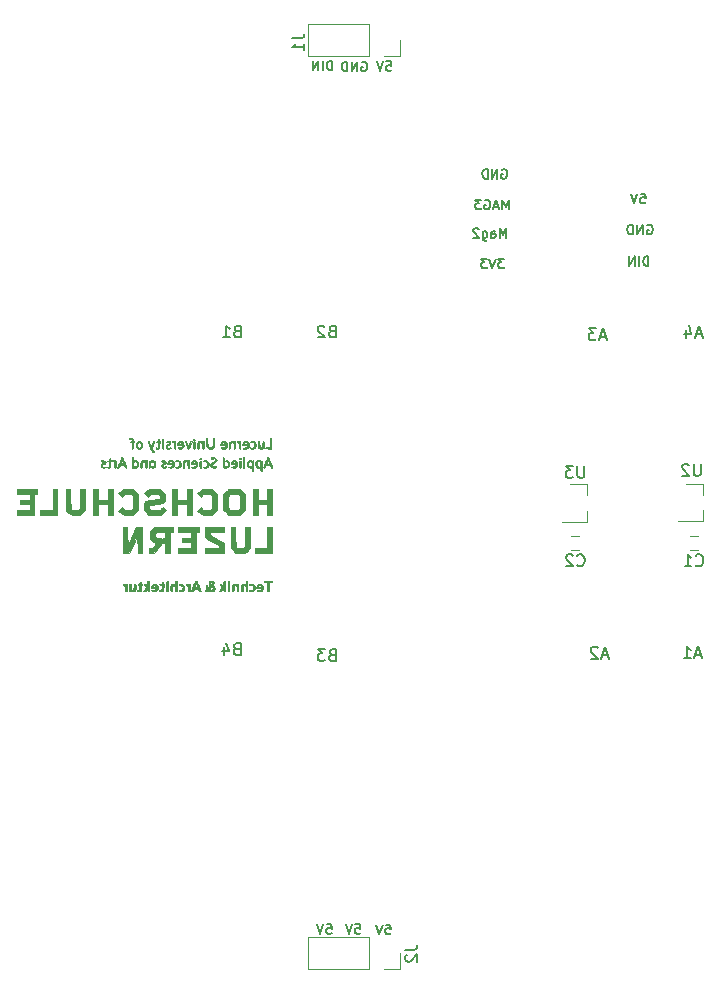
<source format=gbr>
G04 #@! TF.GenerationSoftware,KiCad,Pcbnew,(5.1.5)-3*
G04 #@! TF.CreationDate,2020-09-03T14:04:58+02:00*
G04 #@! TF.ProjectId,StepperClockMotor,53746570-7065-4724-936c-6f636b4d6f74,v1.1*
G04 #@! TF.SameCoordinates,Original*
G04 #@! TF.FileFunction,Legend,Bot*
G04 #@! TF.FilePolarity,Positive*
%FSLAX46Y46*%
G04 Gerber Fmt 4.6, Leading zero omitted, Abs format (unit mm)*
G04 Created by KiCad (PCBNEW (5.1.5)-3) date 2020-09-03 14:04:58*
%MOMM*%
%LPD*%
G04 APERTURE LIST*
%ADD10C,0.200000*%
%ADD11C,0.120000*%
%ADD12C,0.010000*%
%ADD13C,0.150000*%
G04 APERTURE END LIST*
D10*
X103508180Y-179172644D02*
X103889133Y-179172644D01*
X103927228Y-179553597D01*
X103889133Y-179515501D01*
X103812942Y-179477406D01*
X103622466Y-179477406D01*
X103546276Y-179515501D01*
X103508180Y-179553597D01*
X103470085Y-179629787D01*
X103470085Y-179820263D01*
X103508180Y-179896454D01*
X103546276Y-179934549D01*
X103622466Y-179972644D01*
X103812942Y-179972644D01*
X103889133Y-179934549D01*
X103927228Y-179896454D01*
X103241514Y-179172644D02*
X102974847Y-179972644D01*
X102708180Y-179172644D01*
X100938180Y-179122644D02*
X101319133Y-179122644D01*
X101357228Y-179503597D01*
X101319133Y-179465501D01*
X101242942Y-179427406D01*
X101052466Y-179427406D01*
X100976276Y-179465501D01*
X100938180Y-179503597D01*
X100900085Y-179579787D01*
X100900085Y-179770263D01*
X100938180Y-179846454D01*
X100976276Y-179884549D01*
X101052466Y-179922644D01*
X101242942Y-179922644D01*
X101319133Y-179884549D01*
X101357228Y-179846454D01*
X100671514Y-179122644D02*
X100404847Y-179922644D01*
X100138180Y-179122644D01*
X125088180Y-117282644D02*
X125469133Y-117282644D01*
X125507228Y-117663597D01*
X125469133Y-117625501D01*
X125392942Y-117587406D01*
X125202466Y-117587406D01*
X125126276Y-117625501D01*
X125088180Y-117663597D01*
X125050085Y-117739787D01*
X125050085Y-117930263D01*
X125088180Y-118006454D01*
X125126276Y-118044549D01*
X125202466Y-118082644D01*
X125392942Y-118082644D01*
X125469133Y-118044549D01*
X125507228Y-118006454D01*
X124821514Y-117282644D02*
X124554847Y-118082644D01*
X124288180Y-117282644D01*
X125645323Y-119920740D02*
X125721514Y-119882644D01*
X125835800Y-119882644D01*
X125950085Y-119920740D01*
X126026276Y-119996930D01*
X126064371Y-120073120D01*
X126102466Y-120225501D01*
X126102466Y-120339787D01*
X126064371Y-120492168D01*
X126026276Y-120568359D01*
X125950085Y-120644549D01*
X125835800Y-120682644D01*
X125759609Y-120682644D01*
X125645323Y-120644549D01*
X125607228Y-120606454D01*
X125607228Y-120339787D01*
X125759609Y-120339787D01*
X125264371Y-120682644D02*
X125264371Y-119882644D01*
X124807228Y-120682644D01*
X124807228Y-119882644D01*
X124426276Y-120682644D02*
X124426276Y-119882644D01*
X124235800Y-119882644D01*
X124121514Y-119920740D01*
X124045323Y-119996930D01*
X124007228Y-120073120D01*
X123969133Y-120225501D01*
X123969133Y-120339787D01*
X124007228Y-120492168D01*
X124045323Y-120568359D01*
X124121514Y-120644549D01*
X124235800Y-120682644D01*
X124426276Y-120682644D01*
X125754847Y-123382644D02*
X125754847Y-122582644D01*
X125564371Y-122582644D01*
X125450085Y-122620740D01*
X125373895Y-122696930D01*
X125335800Y-122773120D01*
X125297704Y-122925501D01*
X125297704Y-123039787D01*
X125335800Y-123192168D01*
X125373895Y-123268359D01*
X125450085Y-123344549D01*
X125564371Y-123382644D01*
X125754847Y-123382644D01*
X124954847Y-123382644D02*
X124954847Y-122582644D01*
X124573895Y-123382644D02*
X124573895Y-122582644D01*
X124116752Y-123382644D01*
X124116752Y-122582644D01*
X113526276Y-122782644D02*
X113031038Y-122782644D01*
X113297704Y-123087406D01*
X113183419Y-123087406D01*
X113107228Y-123125501D01*
X113069133Y-123163597D01*
X113031038Y-123239787D01*
X113031038Y-123430263D01*
X113069133Y-123506454D01*
X113107228Y-123544549D01*
X113183419Y-123582644D01*
X113411990Y-123582644D01*
X113488180Y-123544549D01*
X113526276Y-123506454D01*
X112802466Y-122782644D02*
X112535800Y-123582644D01*
X112269133Y-122782644D01*
X112078657Y-122782644D02*
X111583419Y-122782644D01*
X111850085Y-123087406D01*
X111735800Y-123087406D01*
X111659609Y-123125501D01*
X111621514Y-123163597D01*
X111583419Y-123239787D01*
X111583419Y-123430263D01*
X111621514Y-123506454D01*
X111659609Y-123544549D01*
X111735800Y-123582644D01*
X111964371Y-123582644D01*
X112040561Y-123544549D01*
X112078657Y-123506454D01*
X113707228Y-120982644D02*
X113707228Y-120182644D01*
X113440561Y-120754073D01*
X113173895Y-120182644D01*
X113173895Y-120982644D01*
X112450085Y-120982644D02*
X112450085Y-120563597D01*
X112488180Y-120487406D01*
X112564371Y-120449311D01*
X112716752Y-120449311D01*
X112792942Y-120487406D01*
X112450085Y-120944549D02*
X112526276Y-120982644D01*
X112716752Y-120982644D01*
X112792942Y-120944549D01*
X112831038Y-120868359D01*
X112831038Y-120792168D01*
X112792942Y-120715978D01*
X112716752Y-120677882D01*
X112526276Y-120677882D01*
X112450085Y-120639787D01*
X111726276Y-120449311D02*
X111726276Y-121096930D01*
X111764371Y-121173120D01*
X111802466Y-121211216D01*
X111878657Y-121249311D01*
X111992942Y-121249311D01*
X112069133Y-121211216D01*
X111726276Y-120944549D02*
X111802466Y-120982644D01*
X111954847Y-120982644D01*
X112031038Y-120944549D01*
X112069133Y-120906454D01*
X112107228Y-120830263D01*
X112107228Y-120601692D01*
X112069133Y-120525501D01*
X112031038Y-120487406D01*
X111954847Y-120449311D01*
X111802466Y-120449311D01*
X111726276Y-120487406D01*
X111383419Y-120258835D02*
X111345323Y-120220740D01*
X111269133Y-120182644D01*
X111078657Y-120182644D01*
X111002466Y-120220740D01*
X110964371Y-120258835D01*
X110926276Y-120335025D01*
X110926276Y-120411216D01*
X110964371Y-120525501D01*
X111421514Y-120982644D01*
X110926276Y-120982644D01*
X113926276Y-118582644D02*
X113926276Y-117782644D01*
X113659609Y-118354073D01*
X113392942Y-117782644D01*
X113392942Y-118582644D01*
X113050085Y-118354073D02*
X112669133Y-118354073D01*
X113126276Y-118582644D02*
X112859609Y-117782644D01*
X112592942Y-118582644D01*
X111907228Y-117820740D02*
X111983419Y-117782644D01*
X112097704Y-117782644D01*
X112211990Y-117820740D01*
X112288180Y-117896930D01*
X112326276Y-117973120D01*
X112364371Y-118125501D01*
X112364371Y-118239787D01*
X112326276Y-118392168D01*
X112288180Y-118468359D01*
X112211990Y-118544549D01*
X112097704Y-118582644D01*
X112021514Y-118582644D01*
X111907228Y-118544549D01*
X111869133Y-118506454D01*
X111869133Y-118239787D01*
X112021514Y-118239787D01*
X111602466Y-117782644D02*
X111107228Y-117782644D01*
X111373895Y-118087406D01*
X111259609Y-118087406D01*
X111183419Y-118125501D01*
X111145323Y-118163597D01*
X111107228Y-118239787D01*
X111107228Y-118430263D01*
X111145323Y-118506454D01*
X111183419Y-118544549D01*
X111259609Y-118582644D01*
X111488180Y-118582644D01*
X111564371Y-118544549D01*
X111602466Y-118506454D01*
X103548180Y-106072644D02*
X103929133Y-106072644D01*
X103967228Y-106453597D01*
X103929133Y-106415501D01*
X103852942Y-106377406D01*
X103662466Y-106377406D01*
X103586276Y-106415501D01*
X103548180Y-106453597D01*
X103510085Y-106529787D01*
X103510085Y-106720263D01*
X103548180Y-106796454D01*
X103586276Y-106834549D01*
X103662466Y-106872644D01*
X103852942Y-106872644D01*
X103929133Y-106834549D01*
X103967228Y-106796454D01*
X103281514Y-106072644D02*
X103014847Y-106872644D01*
X102748180Y-106072644D01*
X113345323Y-115220740D02*
X113421514Y-115182644D01*
X113535800Y-115182644D01*
X113650085Y-115220740D01*
X113726276Y-115296930D01*
X113764371Y-115373120D01*
X113802466Y-115525501D01*
X113802466Y-115639787D01*
X113764371Y-115792168D01*
X113726276Y-115868359D01*
X113650085Y-115944549D01*
X113535800Y-115982644D01*
X113459609Y-115982644D01*
X113345323Y-115944549D01*
X113307228Y-115906454D01*
X113307228Y-115639787D01*
X113459609Y-115639787D01*
X112964371Y-115982644D02*
X112964371Y-115182644D01*
X112507228Y-115982644D01*
X112507228Y-115182644D01*
X112126276Y-115982644D02*
X112126276Y-115182644D01*
X111935800Y-115182644D01*
X111821514Y-115220740D01*
X111745323Y-115296930D01*
X111707228Y-115373120D01*
X111669133Y-115525501D01*
X111669133Y-115639787D01*
X111707228Y-115792168D01*
X111745323Y-115868359D01*
X111821514Y-115944549D01*
X111935800Y-115982644D01*
X112126276Y-115982644D01*
X98974847Y-106832644D02*
X98974847Y-106032644D01*
X98784371Y-106032644D01*
X98670085Y-106070740D01*
X98593895Y-106146930D01*
X98555800Y-106223120D01*
X98517704Y-106375501D01*
X98517704Y-106489787D01*
X98555800Y-106642168D01*
X98593895Y-106718359D01*
X98670085Y-106794549D01*
X98784371Y-106832644D01*
X98974847Y-106832644D01*
X98174847Y-106832644D02*
X98174847Y-106032644D01*
X97793895Y-106832644D02*
X97793895Y-106032644D01*
X97336752Y-106832644D01*
X97336752Y-106032644D01*
X101485323Y-106130740D02*
X101561514Y-106092644D01*
X101675800Y-106092644D01*
X101790085Y-106130740D01*
X101866276Y-106206930D01*
X101904371Y-106283120D01*
X101942466Y-106435501D01*
X101942466Y-106549787D01*
X101904371Y-106702168D01*
X101866276Y-106778359D01*
X101790085Y-106854549D01*
X101675800Y-106892644D01*
X101599609Y-106892644D01*
X101485323Y-106854549D01*
X101447228Y-106816454D01*
X101447228Y-106549787D01*
X101599609Y-106549787D01*
X101104371Y-106892644D02*
X101104371Y-106092644D01*
X100647228Y-106892644D01*
X100647228Y-106092644D01*
X100266276Y-106892644D02*
X100266276Y-106092644D01*
X100075800Y-106092644D01*
X99961514Y-106130740D01*
X99885323Y-106206930D01*
X99847228Y-106283120D01*
X99809133Y-106435501D01*
X99809133Y-106549787D01*
X99847228Y-106702168D01*
X99885323Y-106778359D01*
X99961514Y-106854549D01*
X100075800Y-106892644D01*
X100266276Y-106892644D01*
X98498180Y-179122644D02*
X98879133Y-179122644D01*
X98917228Y-179503597D01*
X98879133Y-179465501D01*
X98802942Y-179427406D01*
X98612466Y-179427406D01*
X98536276Y-179465501D01*
X98498180Y-179503597D01*
X98460085Y-179579787D01*
X98460085Y-179770263D01*
X98498180Y-179846454D01*
X98536276Y-179884549D01*
X98612466Y-179922644D01*
X98802942Y-179922644D01*
X98879133Y-179884549D01*
X98917228Y-179846454D01*
X98231514Y-179122644D02*
X97964847Y-179922644D01*
X97698180Y-179122644D01*
D11*
X96967800Y-182880740D02*
X96967800Y-180220740D01*
X102107800Y-182880740D02*
X96967800Y-182880740D01*
X102107800Y-180220740D02*
X96967800Y-180220740D01*
X102107800Y-182880740D02*
X102107800Y-180220740D01*
X103377800Y-182880740D02*
X104707800Y-182880740D01*
X104707800Y-182880740D02*
X104707800Y-181550740D01*
X96965800Y-105590740D02*
X96965800Y-102930740D01*
X102105800Y-105590740D02*
X96965800Y-105590740D01*
X102105800Y-102930740D02*
X96965800Y-102930740D01*
X102105800Y-105590740D02*
X102105800Y-102930740D01*
X103375800Y-105590740D02*
X104705800Y-105590740D01*
X104705800Y-105590740D02*
X104705800Y-104260740D01*
X120575800Y-141870740D02*
X120575800Y-142800740D01*
X120575800Y-145030740D02*
X120575800Y-144100740D01*
X120575800Y-145030740D02*
X118415800Y-145030740D01*
X120575800Y-141870740D02*
X119115800Y-141870740D01*
X130395800Y-141830740D02*
X130395800Y-142760740D01*
X130395800Y-144990740D02*
X130395800Y-144060740D01*
X130395800Y-144990740D02*
X128235800Y-144990740D01*
X130395800Y-141830740D02*
X128935800Y-141830740D01*
D12*
G36*
X93365205Y-150050720D02*
G01*
X93264877Y-150054243D01*
X93206091Y-150062554D01*
X93177867Y-150077648D01*
X93169230Y-150101522D01*
X93168800Y-150113490D01*
X93178149Y-150153172D01*
X93216966Y-150171937D01*
X93301412Y-150176965D01*
X93311675Y-150176990D01*
X93454550Y-150176990D01*
X93454550Y-150557990D01*
X93455319Y-150719314D01*
X93458684Y-150827568D01*
X93466240Y-150893173D01*
X93479578Y-150926550D01*
X93500289Y-150938120D01*
X93512759Y-150938990D01*
X93573129Y-150928624D01*
X93592134Y-150917823D01*
X93600574Y-150879361D01*
X93607417Y-150791038D01*
X93611903Y-150666489D01*
X93613300Y-150536823D01*
X93613300Y-150176990D01*
X93740300Y-150176990D01*
X93823389Y-150171664D01*
X93860110Y-150150142D01*
X93867300Y-150113490D01*
X93863281Y-150085699D01*
X93843906Y-150067458D01*
X93798198Y-150056770D01*
X93715179Y-150051638D01*
X93583873Y-150050068D01*
X93518050Y-150049990D01*
X93365205Y-150050720D01*
G37*
X93365205Y-150050720D02*
X93264877Y-150054243D01*
X93206091Y-150062554D01*
X93177867Y-150077648D01*
X93169230Y-150101522D01*
X93168800Y-150113490D01*
X93178149Y-150153172D01*
X93216966Y-150171937D01*
X93301412Y-150176965D01*
X93311675Y-150176990D01*
X93454550Y-150176990D01*
X93454550Y-150557990D01*
X93455319Y-150719314D01*
X93458684Y-150827568D01*
X93466240Y-150893173D01*
X93479578Y-150926550D01*
X93500289Y-150938120D01*
X93512759Y-150938990D01*
X93573129Y-150928624D01*
X93592134Y-150917823D01*
X93600574Y-150879361D01*
X93607417Y-150791038D01*
X93611903Y-150666489D01*
X93613300Y-150536823D01*
X93613300Y-150176990D01*
X93740300Y-150176990D01*
X93823389Y-150171664D01*
X93860110Y-150150142D01*
X93867300Y-150113490D01*
X93863281Y-150085699D01*
X93843906Y-150067458D01*
X93798198Y-150056770D01*
X93715179Y-150051638D01*
X93583873Y-150050068D01*
X93518050Y-150049990D01*
X93365205Y-150050720D01*
G36*
X92716657Y-150311411D02*
G01*
X92628239Y-150363058D01*
X92577882Y-150450210D01*
X92559775Y-150543924D01*
X92549675Y-150637365D01*
X92994175Y-150669115D01*
X92919052Y-150744238D01*
X92851663Y-150795169D01*
X92774263Y-150807860D01*
X92722742Y-150803107D01*
X92635131Y-150799169D01*
X92591164Y-150820699D01*
X92582478Y-150836570D01*
X92586425Y-150892645D01*
X92604163Y-150912152D01*
X92677941Y-150933533D01*
X92784494Y-150937664D01*
X92895939Y-150926081D01*
X92984392Y-150900322D01*
X93002056Y-150890216D01*
X93056704Y-150828091D01*
X93102265Y-150737374D01*
X93108467Y-150718692D01*
X93121241Y-150584679D01*
X93098822Y-150511463D01*
X92946550Y-150511463D01*
X92946550Y-150511482D01*
X92919646Y-150540863D01*
X92856268Y-150556992D01*
X92782420Y-150557965D01*
X92724109Y-150541878D01*
X92710007Y-150528799D01*
X92716587Y-150489799D01*
X92751615Y-150438617D01*
X92794129Y-150402957D01*
X92808031Y-150399240D01*
X92865732Y-150419502D01*
X92921523Y-150464703D01*
X92946550Y-150511463D01*
X93098822Y-150511463D01*
X93084415Y-150464416D01*
X93008594Y-150368926D01*
X92904383Y-150309235D01*
X92782387Y-150296366D01*
X92716657Y-150311411D01*
G37*
X92716657Y-150311411D02*
X92628239Y-150363058D01*
X92577882Y-150450210D01*
X92559775Y-150543924D01*
X92549675Y-150637365D01*
X92994175Y-150669115D01*
X92919052Y-150744238D01*
X92851663Y-150795169D01*
X92774263Y-150807860D01*
X92722742Y-150803107D01*
X92635131Y-150799169D01*
X92591164Y-150820699D01*
X92582478Y-150836570D01*
X92586425Y-150892645D01*
X92604163Y-150912152D01*
X92677941Y-150933533D01*
X92784494Y-150937664D01*
X92895939Y-150926081D01*
X92984392Y-150900322D01*
X93002056Y-150890216D01*
X93056704Y-150828091D01*
X93102265Y-150737374D01*
X93108467Y-150718692D01*
X93121241Y-150584679D01*
X93098822Y-150511463D01*
X92946550Y-150511463D01*
X92946550Y-150511482D01*
X92919646Y-150540863D01*
X92856268Y-150556992D01*
X92782420Y-150557965D01*
X92724109Y-150541878D01*
X92710007Y-150528799D01*
X92716587Y-150489799D01*
X92751615Y-150438617D01*
X92794129Y-150402957D01*
X92808031Y-150399240D01*
X92865732Y-150419502D01*
X92921523Y-150464703D01*
X92946550Y-150511463D01*
X93098822Y-150511463D01*
X93084415Y-150464416D01*
X93008594Y-150368926D01*
X92904383Y-150309235D01*
X92782387Y-150296366D01*
X92716657Y-150311411D01*
G36*
X92033179Y-150302694D02*
G01*
X91967759Y-150321095D01*
X91956696Y-150328644D01*
X91936217Y-150376564D01*
X91965714Y-150412213D01*
X92031664Y-150423348D01*
X92057488Y-150419889D01*
X92161513Y-150422268D01*
X92229947Y-150476597D01*
X92260830Y-150580962D01*
X92262482Y-150620006D01*
X92248655Y-150728571D01*
X92200821Y-150787893D01*
X92109452Y-150806678D01*
X92060086Y-150804906D01*
X91978926Y-150812749D01*
X91934927Y-150843188D01*
X91938113Y-150884939D01*
X91966368Y-150910425D01*
X92029309Y-150929082D01*
X92123391Y-150937054D01*
X92219568Y-150933968D01*
X92288796Y-150919450D01*
X92297516Y-150914691D01*
X92387116Y-150817098D01*
X92431464Y-150691679D01*
X92428718Y-150556953D01*
X92377039Y-150431436D01*
X92349129Y-150395411D01*
X92274474Y-150327087D01*
X92194850Y-150299139D01*
X92124858Y-150295330D01*
X92033179Y-150302694D01*
G37*
X92033179Y-150302694D02*
X91967759Y-150321095D01*
X91956696Y-150328644D01*
X91936217Y-150376564D01*
X91965714Y-150412213D01*
X92031664Y-150423348D01*
X92057488Y-150419889D01*
X92161513Y-150422268D01*
X92229947Y-150476597D01*
X92260830Y-150580962D01*
X92262482Y-150620006D01*
X92248655Y-150728571D01*
X92200821Y-150787893D01*
X92109452Y-150806678D01*
X92060086Y-150804906D01*
X91978926Y-150812749D01*
X91934927Y-150843188D01*
X91938113Y-150884939D01*
X91966368Y-150910425D01*
X92029309Y-150929082D01*
X92123391Y-150937054D01*
X92219568Y-150933968D01*
X92288796Y-150919450D01*
X92297516Y-150914691D01*
X92387116Y-150817098D01*
X92431464Y-150691679D01*
X92428718Y-150556953D01*
X92377039Y-150431436D01*
X92349129Y-150395411D01*
X92274474Y-150327087D01*
X92194850Y-150299139D01*
X92124858Y-150295330D01*
X92033179Y-150302694D01*
G36*
X91653168Y-150046950D02*
G01*
X91645616Y-150109503D01*
X91644800Y-150178178D01*
X91641751Y-150274237D01*
X91629697Y-150319462D01*
X91604278Y-150326346D01*
X91594226Y-150323126D01*
X91483198Y-150287651D01*
X91406251Y-150285999D01*
X91342648Y-150319940D01*
X91313023Y-150347130D01*
X91272125Y-150394064D01*
X91247858Y-150445371D01*
X91235974Y-150518697D01*
X91232226Y-150631691D01*
X91232050Y-150683546D01*
X91232885Y-150809954D01*
X91238064Y-150885782D01*
X91251602Y-150923950D01*
X91277515Y-150937378D01*
X91311425Y-150938990D01*
X91351733Y-150936039D01*
X91375394Y-150918290D01*
X91386839Y-150872393D01*
X91390498Y-150785001D01*
X91390800Y-150699868D01*
X91396290Y-150557393D01*
X91416077Y-150470908D01*
X91455142Y-150433593D01*
X91518465Y-150438625D01*
X91567450Y-150457885D01*
X91608192Y-150481775D01*
X91631427Y-150517651D01*
X91642002Y-150581683D01*
X91644760Y-150690039D01*
X91644800Y-150716059D01*
X91646461Y-150832987D01*
X91654064Y-150900041D01*
X91671541Y-150930812D01*
X91702827Y-150938894D01*
X91709297Y-150938990D01*
X91769189Y-150921099D01*
X91789667Y-150897623D01*
X91794984Y-150851621D01*
X91798126Y-150755590D01*
X91798888Y-150622972D01*
X91797063Y-150467209D01*
X91796608Y-150445185D01*
X91792492Y-150277164D01*
X91787420Y-150162198D01*
X91779404Y-150089853D01*
X91766451Y-150049693D01*
X91746570Y-150031284D01*
X91717770Y-150024188D01*
X91716238Y-150023969D01*
X91674419Y-150023381D01*
X91653168Y-150046950D01*
G37*
X91653168Y-150046950D02*
X91645616Y-150109503D01*
X91644800Y-150178178D01*
X91641751Y-150274237D01*
X91629697Y-150319462D01*
X91604278Y-150326346D01*
X91594226Y-150323126D01*
X91483198Y-150287651D01*
X91406251Y-150285999D01*
X91342648Y-150319940D01*
X91313023Y-150347130D01*
X91272125Y-150394064D01*
X91247858Y-150445371D01*
X91235974Y-150518697D01*
X91232226Y-150631691D01*
X91232050Y-150683546D01*
X91232885Y-150809954D01*
X91238064Y-150885782D01*
X91251602Y-150923950D01*
X91277515Y-150937378D01*
X91311425Y-150938990D01*
X91351733Y-150936039D01*
X91375394Y-150918290D01*
X91386839Y-150872393D01*
X91390498Y-150785001D01*
X91390800Y-150699868D01*
X91396290Y-150557393D01*
X91416077Y-150470908D01*
X91455142Y-150433593D01*
X91518465Y-150438625D01*
X91567450Y-150457885D01*
X91608192Y-150481775D01*
X91631427Y-150517651D01*
X91642002Y-150581683D01*
X91644760Y-150690039D01*
X91644800Y-150716059D01*
X91646461Y-150832987D01*
X91654064Y-150900041D01*
X91671541Y-150930812D01*
X91702827Y-150938894D01*
X91709297Y-150938990D01*
X91769189Y-150921099D01*
X91789667Y-150897623D01*
X91794984Y-150851621D01*
X91798126Y-150755590D01*
X91798888Y-150622972D01*
X91797063Y-150467209D01*
X91796608Y-150445185D01*
X91792492Y-150277164D01*
X91787420Y-150162198D01*
X91779404Y-150089853D01*
X91766451Y-150049693D01*
X91746570Y-150031284D01*
X91717770Y-150024188D01*
X91716238Y-150023969D01*
X91674419Y-150023381D01*
X91653168Y-150046950D01*
G36*
X90580212Y-150317650D02*
G01*
X90574946Y-150321026D01*
X90539920Y-150349062D01*
X90518272Y-150386751D01*
X90506827Y-150448543D01*
X90502410Y-150548888D01*
X90501800Y-150653971D01*
X90502867Y-150789528D01*
X90507862Y-150873697D01*
X90519484Y-150918579D01*
X90540427Y-150936275D01*
X90565300Y-150938990D01*
X90598906Y-150932893D01*
X90618037Y-150905481D01*
X90626673Y-150843066D01*
X90628793Y-150731965D01*
X90628800Y-150720627D01*
X90636582Y-150574406D01*
X90662733Y-150483400D01*
X90711463Y-150440925D01*
X90786980Y-150440294D01*
X90803013Y-150443924D01*
X90843735Y-150457900D01*
X90867558Y-150484106D01*
X90878994Y-150537111D01*
X90882559Y-150631488D01*
X90882800Y-150701469D01*
X90883796Y-150822402D01*
X90889765Y-150893229D01*
X90905185Y-150927343D01*
X90934529Y-150938136D01*
X90962175Y-150938990D01*
X91041550Y-150938990D01*
X91041550Y-150296052D01*
X90949223Y-150314518D01*
X90851274Y-150318639D01*
X90752494Y-150303041D01*
X90657481Y-150289655D01*
X90580212Y-150317650D01*
G37*
X90580212Y-150317650D02*
X90574946Y-150321026D01*
X90539920Y-150349062D01*
X90518272Y-150386751D01*
X90506827Y-150448543D01*
X90502410Y-150548888D01*
X90501800Y-150653971D01*
X90502867Y-150789528D01*
X90507862Y-150873697D01*
X90519484Y-150918579D01*
X90540427Y-150936275D01*
X90565300Y-150938990D01*
X90598906Y-150932893D01*
X90618037Y-150905481D01*
X90626673Y-150843066D01*
X90628793Y-150731965D01*
X90628800Y-150720627D01*
X90636582Y-150574406D01*
X90662733Y-150483400D01*
X90711463Y-150440925D01*
X90786980Y-150440294D01*
X90803013Y-150443924D01*
X90843735Y-150457900D01*
X90867558Y-150484106D01*
X90878994Y-150537111D01*
X90882559Y-150631488D01*
X90882800Y-150701469D01*
X90883796Y-150822402D01*
X90889765Y-150893229D01*
X90905185Y-150927343D01*
X90934529Y-150938136D01*
X90962175Y-150938990D01*
X91041550Y-150938990D01*
X91041550Y-150296052D01*
X90949223Y-150314518D01*
X90851274Y-150318639D01*
X90752494Y-150303041D01*
X90657481Y-150289655D01*
X90580212Y-150317650D01*
G36*
X90120800Y-150938990D02*
G01*
X90279550Y-150938990D01*
X90279550Y-150303990D01*
X90120800Y-150303990D01*
X90120800Y-150938990D01*
G37*
X90120800Y-150938990D02*
X90279550Y-150938990D01*
X90279550Y-150303990D01*
X90120800Y-150303990D01*
X90120800Y-150938990D01*
G36*
X89812021Y-150020865D02*
G01*
X89788437Y-150037246D01*
X89776254Y-150080144D01*
X89771555Y-150162316D01*
X89770486Y-150280177D01*
X89769421Y-150542115D01*
X89672156Y-150423052D01*
X89602781Y-150352575D01*
X89537976Y-150309864D01*
X89514471Y-150303990D01*
X89467220Y-150312510D01*
X89460271Y-150344169D01*
X89494707Y-150408118D01*
X89533219Y-150462459D01*
X89572787Y-150517516D01*
X89591021Y-150559737D01*
X89584740Y-150604658D01*
X89550762Y-150667815D01*
X89485904Y-150764741D01*
X89465057Y-150795242D01*
X89426071Y-150875983D01*
X89439368Y-150924799D01*
X89493738Y-150938933D01*
X89555003Y-150916496D01*
X89622391Y-150844342D01*
X89660425Y-150788120D01*
X89755675Y-150637365D01*
X89765353Y-150788177D01*
X89774612Y-150879727D01*
X89793280Y-150924258D01*
X89830898Y-150938251D01*
X89852665Y-150938990D01*
X89930300Y-150938990D01*
X89930300Y-150018240D01*
X89850925Y-150018240D01*
X89812021Y-150020865D01*
G37*
X89812021Y-150020865D02*
X89788437Y-150037246D01*
X89776254Y-150080144D01*
X89771555Y-150162316D01*
X89770486Y-150280177D01*
X89769421Y-150542115D01*
X89672156Y-150423052D01*
X89602781Y-150352575D01*
X89537976Y-150309864D01*
X89514471Y-150303990D01*
X89467220Y-150312510D01*
X89460271Y-150344169D01*
X89494707Y-150408118D01*
X89533219Y-150462459D01*
X89572787Y-150517516D01*
X89591021Y-150559737D01*
X89584740Y-150604658D01*
X89550762Y-150667815D01*
X89485904Y-150764741D01*
X89465057Y-150795242D01*
X89426071Y-150875983D01*
X89439368Y-150924799D01*
X89493738Y-150938933D01*
X89555003Y-150916496D01*
X89622391Y-150844342D01*
X89660425Y-150788120D01*
X89755675Y-150637365D01*
X89765353Y-150788177D01*
X89774612Y-150879727D01*
X89793280Y-150924258D01*
X89830898Y-150938251D01*
X89852665Y-150938990D01*
X89930300Y-150938990D01*
X89930300Y-150018240D01*
X89850925Y-150018240D01*
X89812021Y-150020865D01*
G36*
X88569842Y-150077079D02*
G01*
X88565050Y-150081740D01*
X88509437Y-150173983D01*
X88515672Y-150272714D01*
X88570786Y-150357719D01*
X88640021Y-150431417D01*
X88550052Y-150525324D01*
X88479210Y-150588577D01*
X88433533Y-150595786D01*
X88403619Y-150544175D01*
X88388122Y-150477501D01*
X88361264Y-150396784D01*
X88316783Y-150367999D01*
X88307517Y-150367490D01*
X88258773Y-150391662D01*
X88250617Y-150463080D01*
X88283122Y-150580099D01*
X88296891Y-150614572D01*
X88326045Y-150692035D01*
X88325185Y-150737527D01*
X88289928Y-150777175D01*
X88266411Y-150796295D01*
X88212436Y-150854485D01*
X88213593Y-150903544D01*
X88215194Y-150906258D01*
X88241743Y-150932625D01*
X88284339Y-150929497D01*
X88358136Y-150898016D01*
X88438727Y-150864896D01*
X88496500Y-150862757D01*
X88563471Y-150890549D01*
X88564811Y-150891241D01*
X88689320Y-150931285D01*
X88817012Y-150933080D01*
X88923382Y-150897132D01*
X88942437Y-150883427D01*
X88997313Y-150811539D01*
X89028382Y-150729258D01*
X89031696Y-150653600D01*
X89027551Y-150644099D01*
X88873383Y-150644099D01*
X88870805Y-150711560D01*
X88832658Y-150762097D01*
X88757178Y-150803623D01*
X88670780Y-150807232D01*
X88603100Y-150771902D01*
X88601543Y-150770079D01*
X88589771Y-150729011D01*
X88618591Y-150669675D01*
X88657739Y-150619266D01*
X88715257Y-150553538D01*
X88751607Y-150530839D01*
X88786075Y-150545255D01*
X88815634Y-150570848D01*
X88873383Y-150644099D01*
X89027551Y-150644099D01*
X89001470Y-150584320D01*
X88952095Y-150522099D01*
X88894909Y-150451624D01*
X88876035Y-150403777D01*
X88889217Y-150355955D01*
X88900292Y-150334956D01*
X88938736Y-150244507D01*
X88932448Y-150190922D01*
X88775074Y-150190922D01*
X88772709Y-150254838D01*
X88752836Y-150291386D01*
X88716532Y-150323836D01*
X88685053Y-150304621D01*
X88669481Y-150284328D01*
X88640440Y-150225229D01*
X88638691Y-150194148D01*
X88677596Y-150156949D01*
X88734640Y-150155632D01*
X88775074Y-150190922D01*
X88932448Y-150190922D01*
X88930567Y-150174903D01*
X88872317Y-150100396D01*
X88868119Y-150096171D01*
X88768621Y-150032065D01*
X88664606Y-150025482D01*
X88569842Y-150077079D01*
G37*
X88569842Y-150077079D02*
X88565050Y-150081740D01*
X88509437Y-150173983D01*
X88515672Y-150272714D01*
X88570786Y-150357719D01*
X88640021Y-150431417D01*
X88550052Y-150525324D01*
X88479210Y-150588577D01*
X88433533Y-150595786D01*
X88403619Y-150544175D01*
X88388122Y-150477501D01*
X88361264Y-150396784D01*
X88316783Y-150367999D01*
X88307517Y-150367490D01*
X88258773Y-150391662D01*
X88250617Y-150463080D01*
X88283122Y-150580099D01*
X88296891Y-150614572D01*
X88326045Y-150692035D01*
X88325185Y-150737527D01*
X88289928Y-150777175D01*
X88266411Y-150796295D01*
X88212436Y-150854485D01*
X88213593Y-150903544D01*
X88215194Y-150906258D01*
X88241743Y-150932625D01*
X88284339Y-150929497D01*
X88358136Y-150898016D01*
X88438727Y-150864896D01*
X88496500Y-150862757D01*
X88563471Y-150890549D01*
X88564811Y-150891241D01*
X88689320Y-150931285D01*
X88817012Y-150933080D01*
X88923382Y-150897132D01*
X88942437Y-150883427D01*
X88997313Y-150811539D01*
X89028382Y-150729258D01*
X89031696Y-150653600D01*
X89027551Y-150644099D01*
X88873383Y-150644099D01*
X88870805Y-150711560D01*
X88832658Y-150762097D01*
X88757178Y-150803623D01*
X88670780Y-150807232D01*
X88603100Y-150771902D01*
X88601543Y-150770079D01*
X88589771Y-150729011D01*
X88618591Y-150669675D01*
X88657739Y-150619266D01*
X88715257Y-150553538D01*
X88751607Y-150530839D01*
X88786075Y-150545255D01*
X88815634Y-150570848D01*
X88873383Y-150644099D01*
X89027551Y-150644099D01*
X89001470Y-150584320D01*
X88952095Y-150522099D01*
X88894909Y-150451624D01*
X88876035Y-150403777D01*
X88889217Y-150355955D01*
X88900292Y-150334956D01*
X88938736Y-150244507D01*
X88932448Y-150190922D01*
X88775074Y-150190922D01*
X88772709Y-150254838D01*
X88752836Y-150291386D01*
X88716532Y-150323836D01*
X88685053Y-150304621D01*
X88669481Y-150284328D01*
X88640440Y-150225229D01*
X88638691Y-150194148D01*
X88677596Y-150156949D01*
X88734640Y-150155632D01*
X88775074Y-150190922D01*
X88932448Y-150190922D01*
X88930567Y-150174903D01*
X88872317Y-150100396D01*
X88868119Y-150096171D01*
X88768621Y-150032065D01*
X88664606Y-150025482D01*
X88569842Y-150077079D01*
G36*
X87430150Y-150056245D02*
G01*
X87395558Y-150066686D01*
X87363521Y-150095014D01*
X87328647Y-150150616D01*
X87285546Y-150242883D01*
X87228825Y-150381202D01*
X87196730Y-150462740D01*
X87139306Y-150612589D01*
X87091446Y-150743062D01*
X87057517Y-150841840D01*
X87041880Y-150896605D01*
X87041328Y-150901411D01*
X87068363Y-150931329D01*
X87127353Y-150933161D01*
X87195474Y-150908958D01*
X87235277Y-150844621D01*
X87243070Y-150819927D01*
X87264042Y-150759863D01*
X87295035Y-150729245D01*
X87354946Y-150718175D01*
X87440056Y-150716740D01*
X87538314Y-150719077D01*
X87592678Y-150733198D01*
X87622745Y-150769764D01*
X87644300Y-150827865D01*
X87680780Y-150906111D01*
X87730061Y-150936629D01*
X87757888Y-150938990D01*
X87816432Y-150933075D01*
X87834800Y-150922247D01*
X87824106Y-150888156D01*
X87794699Y-150805748D01*
X87750595Y-150686003D01*
X87710706Y-150579627D01*
X87549050Y-150579627D01*
X87521057Y-150586265D01*
X87452074Y-150589634D01*
X87435786Y-150589740D01*
X87361872Y-150585636D01*
X87336577Y-150565590D01*
X87345071Y-150518302D01*
X87371254Y-150438712D01*
X87404256Y-150342311D01*
X87406554Y-150335740D01*
X87445487Y-150224615D01*
X87497269Y-150397065D01*
X87525409Y-150492415D01*
X87544215Y-150559270D01*
X87549050Y-150579627D01*
X87710706Y-150579627D01*
X87695807Y-150539897D01*
X87671623Y-150476065D01*
X87607103Y-150308122D01*
X87559353Y-150191035D01*
X87523326Y-150116025D01*
X87493971Y-150074316D01*
X87466242Y-150057130D01*
X87435088Y-150055688D01*
X87430150Y-150056245D01*
G37*
X87430150Y-150056245D02*
X87395558Y-150066686D01*
X87363521Y-150095014D01*
X87328647Y-150150616D01*
X87285546Y-150242883D01*
X87228825Y-150381202D01*
X87196730Y-150462740D01*
X87139306Y-150612589D01*
X87091446Y-150743062D01*
X87057517Y-150841840D01*
X87041880Y-150896605D01*
X87041328Y-150901411D01*
X87068363Y-150931329D01*
X87127353Y-150933161D01*
X87195474Y-150908958D01*
X87235277Y-150844621D01*
X87243070Y-150819927D01*
X87264042Y-150759863D01*
X87295035Y-150729245D01*
X87354946Y-150718175D01*
X87440056Y-150716740D01*
X87538314Y-150719077D01*
X87592678Y-150733198D01*
X87622745Y-150769764D01*
X87644300Y-150827865D01*
X87680780Y-150906111D01*
X87730061Y-150936629D01*
X87757888Y-150938990D01*
X87816432Y-150933075D01*
X87834800Y-150922247D01*
X87824106Y-150888156D01*
X87794699Y-150805748D01*
X87750595Y-150686003D01*
X87710706Y-150579627D01*
X87549050Y-150579627D01*
X87521057Y-150586265D01*
X87452074Y-150589634D01*
X87435786Y-150589740D01*
X87361872Y-150585636D01*
X87336577Y-150565590D01*
X87345071Y-150518302D01*
X87371254Y-150438712D01*
X87404256Y-150342311D01*
X87406554Y-150335740D01*
X87445487Y-150224615D01*
X87497269Y-150397065D01*
X87525409Y-150492415D01*
X87544215Y-150559270D01*
X87549050Y-150579627D01*
X87710706Y-150579627D01*
X87695807Y-150539897D01*
X87671623Y-150476065D01*
X87607103Y-150308122D01*
X87559353Y-150191035D01*
X87523326Y-150116025D01*
X87493971Y-150074316D01*
X87466242Y-150057130D01*
X87435088Y-150055688D01*
X87430150Y-150056245D01*
G36*
X86586620Y-150316060D02*
G01*
X86571847Y-150355254D01*
X86578423Y-150406594D01*
X86628784Y-150434843D01*
X86658405Y-150441773D01*
X86755300Y-150461152D01*
X86755300Y-150700071D01*
X86756282Y-150821437D01*
X86762183Y-150892659D01*
X86777442Y-150927091D01*
X86806493Y-150938086D01*
X86834675Y-150938990D01*
X86870707Y-150937055D01*
X86893754Y-150923520D01*
X86906717Y-150886786D01*
X86912498Y-150815257D01*
X86913999Y-150697334D01*
X86914050Y-150621718D01*
X86914050Y-150304447D01*
X86794988Y-150308046D01*
X86703540Y-150307428D01*
X86635190Y-150301201D01*
X86629054Y-150299880D01*
X86586620Y-150316060D01*
G37*
X86586620Y-150316060D02*
X86571847Y-150355254D01*
X86578423Y-150406594D01*
X86628784Y-150434843D01*
X86658405Y-150441773D01*
X86755300Y-150461152D01*
X86755300Y-150700071D01*
X86756282Y-150821437D01*
X86762183Y-150892659D01*
X86777442Y-150927091D01*
X86806493Y-150938086D01*
X86834675Y-150938990D01*
X86870707Y-150937055D01*
X86893754Y-150923520D01*
X86906717Y-150886786D01*
X86912498Y-150815257D01*
X86913999Y-150697334D01*
X86914050Y-150621718D01*
X86914050Y-150304447D01*
X86794988Y-150308046D01*
X86703540Y-150307428D01*
X86635190Y-150301201D01*
X86629054Y-150299880D01*
X86586620Y-150316060D01*
G36*
X86059625Y-150307762D02*
G01*
X85991577Y-150346609D01*
X85980517Y-150386884D01*
X86021296Y-150416957D01*
X86108759Y-150425193D01*
X86111557Y-150425014D01*
X86214832Y-150443567D01*
X86284277Y-150506362D01*
X86313277Y-150600272D01*
X86295218Y-150712169D01*
X86276724Y-150752837D01*
X86239312Y-150794744D01*
X86175019Y-150809027D01*
X86112417Y-150807106D01*
X86021131Y-150812375D01*
X85968265Y-150838311D01*
X85962828Y-150876822D01*
X85997368Y-150910425D01*
X86079919Y-150935162D01*
X86190706Y-150936806D01*
X86299713Y-150917541D01*
X86372783Y-150883103D01*
X86428280Y-150803510D01*
X86459566Y-150688700D01*
X86462610Y-150563663D01*
X86439807Y-150467583D01*
X86367078Y-150368110D01*
X86257813Y-150307031D01*
X86131282Y-150292447D01*
X86059625Y-150307762D01*
G37*
X86059625Y-150307762D02*
X85991577Y-150346609D01*
X85980517Y-150386884D01*
X86021296Y-150416957D01*
X86108759Y-150425193D01*
X86111557Y-150425014D01*
X86214832Y-150443567D01*
X86284277Y-150506362D01*
X86313277Y-150600272D01*
X86295218Y-150712169D01*
X86276724Y-150752837D01*
X86239312Y-150794744D01*
X86175019Y-150809027D01*
X86112417Y-150807106D01*
X86021131Y-150812375D01*
X85968265Y-150838311D01*
X85962828Y-150876822D01*
X85997368Y-150910425D01*
X86079919Y-150935162D01*
X86190706Y-150936806D01*
X86299713Y-150917541D01*
X86372783Y-150883103D01*
X86428280Y-150803510D01*
X86459566Y-150688700D01*
X86462610Y-150563663D01*
X86439807Y-150467583D01*
X86367078Y-150368110D01*
X86257813Y-150307031D01*
X86131282Y-150292447D01*
X86059625Y-150307762D01*
G36*
X85708437Y-150023243D02*
G01*
X85684891Y-150048977D01*
X85676663Y-150111524D01*
X85675800Y-150180386D01*
X85672685Y-150275598D01*
X85660382Y-150320010D01*
X85634455Y-150326144D01*
X85625226Y-150323126D01*
X85512060Y-150288554D01*
X85430920Y-150289721D01*
X85360939Y-150327233D01*
X85356293Y-150330932D01*
X85317998Y-150367403D01*
X85294919Y-150411178D01*
X85283266Y-150478289D01*
X85279252Y-150584767D01*
X85278925Y-150658323D01*
X85280018Y-150788019D01*
X85285572Y-150867378D01*
X85299008Y-150909554D01*
X85323742Y-150927702D01*
X85350363Y-150933260D01*
X85388069Y-150934635D01*
X85409512Y-150916450D01*
X85419320Y-150865428D01*
X85422119Y-150768292D01*
X85422287Y-150726885D01*
X85426603Y-150583517D01*
X85442222Y-150493937D01*
X85474315Y-150448728D01*
X85528054Y-150438474D01*
X85576584Y-150445993D01*
X85675800Y-150467785D01*
X85675800Y-150703387D01*
X85676815Y-150823723D01*
X85682880Y-150894006D01*
X85698525Y-150927684D01*
X85728279Y-150938202D01*
X85755175Y-150938990D01*
X85834550Y-150938990D01*
X85834550Y-150018240D01*
X85755175Y-150018240D01*
X85708437Y-150023243D01*
G37*
X85708437Y-150023243D02*
X85684891Y-150048977D01*
X85676663Y-150111524D01*
X85675800Y-150180386D01*
X85672685Y-150275598D01*
X85660382Y-150320010D01*
X85634455Y-150326144D01*
X85625226Y-150323126D01*
X85512060Y-150288554D01*
X85430920Y-150289721D01*
X85360939Y-150327233D01*
X85356293Y-150330932D01*
X85317998Y-150367403D01*
X85294919Y-150411178D01*
X85283266Y-150478289D01*
X85279252Y-150584767D01*
X85278925Y-150658323D01*
X85280018Y-150788019D01*
X85285572Y-150867378D01*
X85299008Y-150909554D01*
X85323742Y-150927702D01*
X85350363Y-150933260D01*
X85388069Y-150934635D01*
X85409512Y-150916450D01*
X85419320Y-150865428D01*
X85422119Y-150768292D01*
X85422287Y-150726885D01*
X85426603Y-150583517D01*
X85442222Y-150493937D01*
X85474315Y-150448728D01*
X85528054Y-150438474D01*
X85576584Y-150445993D01*
X85675800Y-150467785D01*
X85675800Y-150703387D01*
X85676815Y-150823723D01*
X85682880Y-150894006D01*
X85698525Y-150927684D01*
X85728279Y-150938202D01*
X85755175Y-150938990D01*
X85834550Y-150938990D01*
X85834550Y-150018240D01*
X85755175Y-150018240D01*
X85708437Y-150023243D01*
G36*
X84913800Y-150938990D02*
G01*
X85072550Y-150938990D01*
X85072550Y-150303990D01*
X84913800Y-150303990D01*
X84913800Y-150938990D01*
G37*
X84913800Y-150938990D02*
X85072550Y-150938990D01*
X85072550Y-150303990D01*
X84913800Y-150303990D01*
X84913800Y-150938990D01*
G36*
X84547376Y-150126158D02*
G01*
X84533757Y-150172339D01*
X84532800Y-150205343D01*
X84525603Y-150274389D01*
X84491090Y-150300503D01*
X84437550Y-150303990D01*
X84361931Y-150318189D01*
X84342300Y-150351615D01*
X84370699Y-150389424D01*
X84437550Y-150399240D01*
X84494275Y-150402807D01*
X84522342Y-150424519D01*
X84531825Y-150480886D01*
X84532800Y-150555393D01*
X84527293Y-150686576D01*
X84507602Y-150765792D01*
X84468973Y-150803869D01*
X84420152Y-150811990D01*
X84353270Y-150825648D01*
X84324232Y-150847289D01*
X84323514Y-150889300D01*
X84367806Y-150919462D01*
X84439335Y-150935450D01*
X84520329Y-150934937D01*
X84593016Y-150915599D01*
X84631283Y-150887470D01*
X84654763Y-150830684D01*
X84674681Y-150732119D01*
X84686378Y-150617595D01*
X84696253Y-150509129D01*
X84710513Y-150430968D01*
X84726155Y-150399311D01*
X84726883Y-150399240D01*
X84751889Y-150373471D01*
X84755050Y-150351615D01*
X84737906Y-150309363D01*
X84723300Y-150303990D01*
X84699433Y-150276818D01*
X84691550Y-150224615D01*
X84681565Y-150164933D01*
X84662397Y-150145240D01*
X84609189Y-150134767D01*
X84583022Y-150125968D01*
X84547376Y-150126158D01*
G37*
X84547376Y-150126158D02*
X84533757Y-150172339D01*
X84532800Y-150205343D01*
X84525603Y-150274389D01*
X84491090Y-150300503D01*
X84437550Y-150303990D01*
X84361931Y-150318189D01*
X84342300Y-150351615D01*
X84370699Y-150389424D01*
X84437550Y-150399240D01*
X84494275Y-150402807D01*
X84522342Y-150424519D01*
X84531825Y-150480886D01*
X84532800Y-150555393D01*
X84527293Y-150686576D01*
X84507602Y-150765792D01*
X84468973Y-150803869D01*
X84420152Y-150811990D01*
X84353270Y-150825648D01*
X84324232Y-150847289D01*
X84323514Y-150889300D01*
X84367806Y-150919462D01*
X84439335Y-150935450D01*
X84520329Y-150934937D01*
X84593016Y-150915599D01*
X84631283Y-150887470D01*
X84654763Y-150830684D01*
X84674681Y-150732119D01*
X84686378Y-150617595D01*
X84696253Y-150509129D01*
X84710513Y-150430968D01*
X84726155Y-150399311D01*
X84726883Y-150399240D01*
X84751889Y-150373471D01*
X84755050Y-150351615D01*
X84737906Y-150309363D01*
X84723300Y-150303990D01*
X84699433Y-150276818D01*
X84691550Y-150224615D01*
X84681565Y-150164933D01*
X84662397Y-150145240D01*
X84609189Y-150134767D01*
X84583022Y-150125968D01*
X84547376Y-150126158D01*
G36*
X83778496Y-150328311D02*
G01*
X83696986Y-150411411D01*
X83654505Y-150536075D01*
X83635492Y-150653240D01*
X83846021Y-150653240D01*
X83970046Y-150657474D01*
X84036306Y-150672716D01*
X84050128Y-150702773D01*
X84016835Y-150751450D01*
X84003176Y-150765578D01*
X83942551Y-150800954D01*
X83849921Y-150806870D01*
X83812676Y-150803496D01*
X83726045Y-150797690D01*
X83685658Y-150809377D01*
X83675553Y-150843300D01*
X83675550Y-150844243D01*
X83695191Y-150897069D01*
X83759349Y-150927477D01*
X83875880Y-150938742D01*
X83902840Y-150938990D01*
X84010135Y-150924215D01*
X84097367Y-150869970D01*
X84122493Y-150846182D01*
X84193450Y-150750673D01*
X84215278Y-150645474D01*
X84215300Y-150641301D01*
X84194960Y-150507141D01*
X84047143Y-150507141D01*
X84042770Y-150541479D01*
X83980030Y-150556452D01*
X83929550Y-150557990D01*
X83840417Y-150549776D01*
X83804321Y-150523041D01*
X83802550Y-150511482D01*
X83827802Y-150461478D01*
X83868692Y-150429576D01*
X83931416Y-150412030D01*
X83989818Y-150444039D01*
X83995692Y-150449255D01*
X84047143Y-150507141D01*
X84194960Y-150507141D01*
X84192006Y-150487664D01*
X84124445Y-150376810D01*
X84016101Y-150312466D01*
X83893671Y-150297152D01*
X83778496Y-150328311D01*
G37*
X83778496Y-150328311D02*
X83696986Y-150411411D01*
X83654505Y-150536075D01*
X83635492Y-150653240D01*
X83846021Y-150653240D01*
X83970046Y-150657474D01*
X84036306Y-150672716D01*
X84050128Y-150702773D01*
X84016835Y-150751450D01*
X84003176Y-150765578D01*
X83942551Y-150800954D01*
X83849921Y-150806870D01*
X83812676Y-150803496D01*
X83726045Y-150797690D01*
X83685658Y-150809377D01*
X83675553Y-150843300D01*
X83675550Y-150844243D01*
X83695191Y-150897069D01*
X83759349Y-150927477D01*
X83875880Y-150938742D01*
X83902840Y-150938990D01*
X84010135Y-150924215D01*
X84097367Y-150869970D01*
X84122493Y-150846182D01*
X84193450Y-150750673D01*
X84215278Y-150645474D01*
X84215300Y-150641301D01*
X84194960Y-150507141D01*
X84047143Y-150507141D01*
X84042770Y-150541479D01*
X83980030Y-150556452D01*
X83929550Y-150557990D01*
X83840417Y-150549776D01*
X83804321Y-150523041D01*
X83802550Y-150511482D01*
X83827802Y-150461478D01*
X83868692Y-150429576D01*
X83931416Y-150412030D01*
X83989818Y-150444039D01*
X83995692Y-150449255D01*
X84047143Y-150507141D01*
X84194960Y-150507141D01*
X84192006Y-150487664D01*
X84124445Y-150376810D01*
X84016101Y-150312466D01*
X83893671Y-150297152D01*
X83778496Y-150328311D01*
G36*
X83366749Y-150020836D02*
G01*
X83343228Y-150037143D01*
X83331232Y-150079932D01*
X83326883Y-150161977D01*
X83326300Y-150279610D01*
X83326300Y-150540980D01*
X83245781Y-150422485D01*
X83170725Y-150335916D01*
X83097393Y-150304423D01*
X83087031Y-150303990D01*
X83030161Y-150310118D01*
X83015321Y-150334800D01*
X83043343Y-150387480D01*
X83100836Y-150460545D01*
X83191164Y-150569476D01*
X83084107Y-150736832D01*
X83028257Y-150826713D01*
X82989524Y-150893964D01*
X82977050Y-150921589D01*
X83004310Y-150934641D01*
X83057125Y-150938990D01*
X83118143Y-150922961D01*
X83177895Y-150867303D01*
X83229773Y-150793016D01*
X83322347Y-150647042D01*
X83332261Y-150785078D01*
X83344138Y-150874277D01*
X83369355Y-150917909D01*
X83413613Y-150933260D01*
X83441373Y-150935531D01*
X83460810Y-150926874D01*
X83473407Y-150897896D01*
X83480648Y-150839204D01*
X83484016Y-150741403D01*
X83484994Y-150595101D01*
X83485050Y-150480823D01*
X83485050Y-150018240D01*
X83405675Y-150018240D01*
X83366749Y-150020836D01*
G37*
X83366749Y-150020836D02*
X83343228Y-150037143D01*
X83331232Y-150079932D01*
X83326883Y-150161977D01*
X83326300Y-150279610D01*
X83326300Y-150540980D01*
X83245781Y-150422485D01*
X83170725Y-150335916D01*
X83097393Y-150304423D01*
X83087031Y-150303990D01*
X83030161Y-150310118D01*
X83015321Y-150334800D01*
X83043343Y-150387480D01*
X83100836Y-150460545D01*
X83191164Y-150569476D01*
X83084107Y-150736832D01*
X83028257Y-150826713D01*
X82989524Y-150893964D01*
X82977050Y-150921589D01*
X83004310Y-150934641D01*
X83057125Y-150938990D01*
X83118143Y-150922961D01*
X83177895Y-150867303D01*
X83229773Y-150793016D01*
X83322347Y-150647042D01*
X83332261Y-150785078D01*
X83344138Y-150874277D01*
X83369355Y-150917909D01*
X83413613Y-150933260D01*
X83441373Y-150935531D01*
X83460810Y-150926874D01*
X83473407Y-150897896D01*
X83480648Y-150839204D01*
X83484016Y-150741403D01*
X83484994Y-150595101D01*
X83485050Y-150480823D01*
X83485050Y-150018240D01*
X83405675Y-150018240D01*
X83366749Y-150020836D01*
G36*
X82668231Y-150141090D02*
G01*
X82659553Y-150207588D01*
X82659550Y-150208740D01*
X82651008Y-150276812D01*
X82614693Y-150301715D01*
X82580175Y-150303990D01*
X82516336Y-150320550D01*
X82500800Y-150351615D01*
X82528482Y-150389868D01*
X82581691Y-150399240D01*
X82625622Y-150402424D01*
X82648902Y-150421721D01*
X82656792Y-150471749D01*
X82654554Y-150567123D01*
X82653128Y-150597677D01*
X82646311Y-150706198D01*
X82634118Y-150766669D01*
X82609256Y-150794514D01*
X82564436Y-150805155D01*
X82554476Y-150806343D01*
X82488333Y-150826683D01*
X82475365Y-150869843D01*
X82511429Y-150911356D01*
X82584383Y-150932509D01*
X82670422Y-150931591D01*
X82745735Y-150906891D01*
X82766726Y-150890778D01*
X82797677Y-150836842D01*
X82814034Y-150744575D01*
X82818300Y-150619222D01*
X82821150Y-150499174D01*
X82831390Y-150430735D01*
X82851552Y-150402201D01*
X82865925Y-150399240D01*
X82908019Y-150373825D01*
X82913550Y-150351615D01*
X82888136Y-150309521D01*
X82865925Y-150303990D01*
X82827509Y-150276579D01*
X82818300Y-150228011D01*
X82791354Y-150153604D01*
X82718867Y-150115962D01*
X82688704Y-150113490D01*
X82668231Y-150141090D01*
G37*
X82668231Y-150141090D02*
X82659553Y-150207588D01*
X82659550Y-150208740D01*
X82651008Y-150276812D01*
X82614693Y-150301715D01*
X82580175Y-150303990D01*
X82516336Y-150320550D01*
X82500800Y-150351615D01*
X82528482Y-150389868D01*
X82581691Y-150399240D01*
X82625622Y-150402424D01*
X82648902Y-150421721D01*
X82656792Y-150471749D01*
X82654554Y-150567123D01*
X82653128Y-150597677D01*
X82646311Y-150706198D01*
X82634118Y-150766669D01*
X82609256Y-150794514D01*
X82564436Y-150805155D01*
X82554476Y-150806343D01*
X82488333Y-150826683D01*
X82475365Y-150869843D01*
X82511429Y-150911356D01*
X82584383Y-150932509D01*
X82670422Y-150931591D01*
X82745735Y-150906891D01*
X82766726Y-150890778D01*
X82797677Y-150836842D01*
X82814034Y-150744575D01*
X82818300Y-150619222D01*
X82821150Y-150499174D01*
X82831390Y-150430735D01*
X82851552Y-150402201D01*
X82865925Y-150399240D01*
X82908019Y-150373825D01*
X82913550Y-150351615D01*
X82888136Y-150309521D01*
X82865925Y-150303990D01*
X82827509Y-150276579D01*
X82818300Y-150228011D01*
X82791354Y-150153604D01*
X82718867Y-150115962D01*
X82688704Y-150113490D01*
X82668231Y-150141090D01*
G36*
X81770550Y-150621490D02*
G01*
X81771637Y-150766687D01*
X81776256Y-150859717D01*
X81786443Y-150911891D01*
X81804234Y-150934524D01*
X81827700Y-150938990D01*
X81895833Y-150920991D01*
X81919367Y-150904473D01*
X81957692Y-150887127D01*
X81975216Y-150904473D01*
X82017968Y-150926442D01*
X82097856Y-150938310D01*
X82123294Y-150938990D01*
X82208531Y-150932912D01*
X82256794Y-150903293D01*
X82294281Y-150833052D01*
X82297497Y-150825411D01*
X82328539Y-150699840D01*
X82336429Y-150538759D01*
X82335564Y-150515848D01*
X82328642Y-150408310D01*
X82316556Y-150349583D01*
X82292661Y-150324994D01*
X82250312Y-150319873D01*
X82246800Y-150319865D01*
X82205157Y-150323548D01*
X82180538Y-150343804D01*
X82167418Y-150394444D01*
X82160271Y-150489279D01*
X82157871Y-150542115D01*
X82149764Y-150656248D01*
X82137556Y-150744673D01*
X82123839Y-150788832D01*
X82123354Y-150789357D01*
X82078687Y-150797407D01*
X82013846Y-150782205D01*
X81969563Y-150761348D01*
X81944252Y-150730375D01*
X81932629Y-150673346D01*
X81929416Y-150574323D01*
X81929300Y-150527025D01*
X81928143Y-150410660D01*
X81921394Y-150343978D01*
X81904136Y-150313167D01*
X81871455Y-150304413D01*
X81849925Y-150303990D01*
X81770550Y-150303990D01*
X81770550Y-150621490D01*
G37*
X81770550Y-150621490D02*
X81771637Y-150766687D01*
X81776256Y-150859717D01*
X81786443Y-150911891D01*
X81804234Y-150934524D01*
X81827700Y-150938990D01*
X81895833Y-150920991D01*
X81919367Y-150904473D01*
X81957692Y-150887127D01*
X81975216Y-150904473D01*
X82017968Y-150926442D01*
X82097856Y-150938310D01*
X82123294Y-150938990D01*
X82208531Y-150932912D01*
X82256794Y-150903293D01*
X82294281Y-150833052D01*
X82297497Y-150825411D01*
X82328539Y-150699840D01*
X82336429Y-150538759D01*
X82335564Y-150515848D01*
X82328642Y-150408310D01*
X82316556Y-150349583D01*
X82292661Y-150324994D01*
X82250312Y-150319873D01*
X82246800Y-150319865D01*
X82205157Y-150323548D01*
X82180538Y-150343804D01*
X82167418Y-150394444D01*
X82160271Y-150489279D01*
X82157871Y-150542115D01*
X82149764Y-150656248D01*
X82137556Y-150744673D01*
X82123839Y-150788832D01*
X82123354Y-150789357D01*
X82078687Y-150797407D01*
X82013846Y-150782205D01*
X81969563Y-150761348D01*
X81944252Y-150730375D01*
X81932629Y-150673346D01*
X81929416Y-150574323D01*
X81929300Y-150527025D01*
X81928143Y-150410660D01*
X81921394Y-150343978D01*
X81904136Y-150313167D01*
X81871455Y-150304413D01*
X81849925Y-150303990D01*
X81770550Y-150303990D01*
X81770550Y-150621490D01*
G36*
X81252569Y-150315957D02*
G01*
X81237847Y-150355254D01*
X81244423Y-150406594D01*
X81294784Y-150434843D01*
X81324405Y-150441773D01*
X81421300Y-150461152D01*
X81421300Y-150700071D01*
X81422282Y-150821437D01*
X81428183Y-150892659D01*
X81443442Y-150927091D01*
X81472493Y-150938086D01*
X81500675Y-150938990D01*
X81536774Y-150937041D01*
X81559834Y-150923445D01*
X81572778Y-150886579D01*
X81578527Y-150814817D01*
X81580002Y-150696535D01*
X81580050Y-150623172D01*
X81580050Y-150307354D01*
X81460988Y-150310308D01*
X81369530Y-150309051D01*
X81301179Y-150302104D01*
X81295054Y-150300688D01*
X81252569Y-150315957D01*
G37*
X81252569Y-150315957D02*
X81237847Y-150355254D01*
X81244423Y-150406594D01*
X81294784Y-150434843D01*
X81324405Y-150441773D01*
X81421300Y-150461152D01*
X81421300Y-150700071D01*
X81422282Y-150821437D01*
X81428183Y-150892659D01*
X81443442Y-150927091D01*
X81472493Y-150938086D01*
X81500675Y-150938990D01*
X81536774Y-150937041D01*
X81559834Y-150923445D01*
X81572778Y-150886579D01*
X81578527Y-150814817D01*
X81580002Y-150696535D01*
X81580050Y-150623172D01*
X81580050Y-150307354D01*
X81460988Y-150310308D01*
X81369530Y-150309051D01*
X81301179Y-150302104D01*
X81295054Y-150300688D01*
X81252569Y-150315957D01*
G36*
X90125319Y-150118513D02*
G01*
X90120800Y-150148636D01*
X90141336Y-150196301D01*
X90200175Y-150208740D01*
X90262952Y-150193351D01*
X90279550Y-150147885D01*
X90261537Y-150090691D01*
X90239863Y-150073187D01*
X90167668Y-150072298D01*
X90125319Y-150118513D01*
G37*
X90125319Y-150118513D02*
X90120800Y-150148636D01*
X90141336Y-150196301D01*
X90200175Y-150208740D01*
X90262952Y-150193351D01*
X90279550Y-150147885D01*
X90261537Y-150090691D01*
X90239863Y-150073187D01*
X90167668Y-150072298D01*
X90125319Y-150118513D01*
G36*
X84918319Y-150118513D02*
G01*
X84913800Y-150148636D01*
X84934336Y-150196301D01*
X84993175Y-150208740D01*
X85055952Y-150193351D01*
X85072550Y-150147885D01*
X85054537Y-150090691D01*
X85032863Y-150073187D01*
X84960668Y-150072298D01*
X84918319Y-150118513D01*
G37*
X84918319Y-150118513D02*
X84913800Y-150148636D01*
X84934336Y-150196301D01*
X84993175Y-150208740D01*
X85055952Y-150193351D01*
X85072550Y-150147885D01*
X85054537Y-150090691D01*
X85032863Y-150073187D01*
X84960668Y-150072298D01*
X84918319Y-150118513D01*
G36*
X91613050Y-146315083D02*
G01*
X91612812Y-146562762D01*
X91611700Y-146755011D01*
X91609115Y-146899899D01*
X91604462Y-147005495D01*
X91597142Y-147079869D01*
X91586559Y-147131090D01*
X91572115Y-147167227D01*
X91553212Y-147196349D01*
X91547246Y-147204083D01*
X91511379Y-147244440D01*
X91471146Y-147269191D01*
X91410968Y-147282126D01*
X91315262Y-147287038D01*
X91203531Y-147287740D01*
X91066216Y-147286063D01*
X90976508Y-147278796D01*
X90918551Y-147262580D01*
X90876491Y-147234056D01*
X90856585Y-147214256D01*
X90835545Y-147189747D01*
X90819280Y-147161262D01*
X90807177Y-147120893D01*
X90798620Y-147060733D01*
X90792997Y-146972877D01*
X90789693Y-146849417D01*
X90788094Y-146682447D01*
X90787587Y-146464061D01*
X90787550Y-146325256D01*
X90787550Y-145509740D01*
X90374800Y-145509740D01*
X90374800Y-147262949D01*
X90579432Y-147473782D01*
X90784063Y-147684615D01*
X91158869Y-147691857D01*
X91312439Y-147692477D01*
X91447217Y-147688706D01*
X91547896Y-147681246D01*
X91597175Y-147671756D01*
X91648115Y-147636623D01*
X91726869Y-147567668D01*
X91818595Y-147478112D01*
X91843238Y-147452558D01*
X92025800Y-147260704D01*
X92025800Y-145509740D01*
X91613050Y-145509740D01*
X91613050Y-146315083D01*
G37*
X91613050Y-146315083D02*
X91612812Y-146562762D01*
X91611700Y-146755011D01*
X91609115Y-146899899D01*
X91604462Y-147005495D01*
X91597142Y-147079869D01*
X91586559Y-147131090D01*
X91572115Y-147167227D01*
X91553212Y-147196349D01*
X91547246Y-147204083D01*
X91511379Y-147244440D01*
X91471146Y-147269191D01*
X91410968Y-147282126D01*
X91315262Y-147287038D01*
X91203531Y-147287740D01*
X91066216Y-147286063D01*
X90976508Y-147278796D01*
X90918551Y-147262580D01*
X90876491Y-147234056D01*
X90856585Y-147214256D01*
X90835545Y-147189747D01*
X90819280Y-147161262D01*
X90807177Y-147120893D01*
X90798620Y-147060733D01*
X90792997Y-146972877D01*
X90789693Y-146849417D01*
X90788094Y-146682447D01*
X90787587Y-146464061D01*
X90787550Y-146325256D01*
X90787550Y-145509740D01*
X90374800Y-145509740D01*
X90374800Y-147262949D01*
X90579432Y-147473782D01*
X90784063Y-147684615D01*
X91158869Y-147691857D01*
X91312439Y-147692477D01*
X91447217Y-147688706D01*
X91547896Y-147681246D01*
X91597175Y-147671756D01*
X91648115Y-147636623D01*
X91726869Y-147567668D01*
X91818595Y-147478112D01*
X91843238Y-147452558D01*
X92025800Y-147260704D01*
X92025800Y-145509740D01*
X91613050Y-145509740D01*
X91613050Y-146315083D01*
G36*
X88191007Y-145915014D02*
G01*
X88187934Y-146079228D01*
X88188744Y-146192508D01*
X88195163Y-146267384D01*
X88208915Y-146316385D01*
X88231725Y-146352042D01*
X88254507Y-146376271D01*
X88304101Y-146413994D01*
X88399290Y-146476458D01*
X88530175Y-146557538D01*
X88686853Y-146651114D01*
X88859425Y-146751063D01*
X88874613Y-146759715D01*
X89061249Y-146866200D01*
X89199795Y-146946877D01*
X89297416Y-147007237D01*
X89361272Y-147052771D01*
X89398528Y-147088968D01*
X89416346Y-147121320D01*
X89421888Y-147155316D01*
X89422300Y-147179522D01*
X89422300Y-147287740D01*
X88181020Y-147287740D01*
X88190473Y-147486177D01*
X88199925Y-147684615D01*
X89017488Y-147693088D01*
X89835050Y-147701562D01*
X89835050Y-147293810D01*
X89834355Y-147124980D01*
X89831063Y-147007696D01*
X89823364Y-146930008D01*
X89809450Y-146879965D01*
X89787511Y-146845620D01*
X89763613Y-146821995D01*
X89713134Y-146785693D01*
X89617757Y-146725020D01*
X89488098Y-146646432D01*
X89334773Y-146556386D01*
X89200050Y-146479217D01*
X89036868Y-146385858D01*
X88890086Y-146300119D01*
X88769889Y-146228087D01*
X88686460Y-146175850D01*
X88652363Y-146151825D01*
X88610612Y-146084596D01*
X88596800Y-146013519D01*
X88596800Y-145923891D01*
X89192113Y-145915253D01*
X89787425Y-145906615D01*
X89787425Y-145525615D01*
X88199925Y-145525615D01*
X88191007Y-145915014D01*
G37*
X88191007Y-145915014D02*
X88187934Y-146079228D01*
X88188744Y-146192508D01*
X88195163Y-146267384D01*
X88208915Y-146316385D01*
X88231725Y-146352042D01*
X88254507Y-146376271D01*
X88304101Y-146413994D01*
X88399290Y-146476458D01*
X88530175Y-146557538D01*
X88686853Y-146651114D01*
X88859425Y-146751063D01*
X88874613Y-146759715D01*
X89061249Y-146866200D01*
X89199795Y-146946877D01*
X89297416Y-147007237D01*
X89361272Y-147052771D01*
X89398528Y-147088968D01*
X89416346Y-147121320D01*
X89421888Y-147155316D01*
X89422300Y-147179522D01*
X89422300Y-147287740D01*
X88181020Y-147287740D01*
X88190473Y-147486177D01*
X88199925Y-147684615D01*
X89017488Y-147693088D01*
X89835050Y-147701562D01*
X89835050Y-147293810D01*
X89834355Y-147124980D01*
X89831063Y-147007696D01*
X89823364Y-146930008D01*
X89809450Y-146879965D01*
X89787511Y-146845620D01*
X89763613Y-146821995D01*
X89713134Y-146785693D01*
X89617757Y-146725020D01*
X89488098Y-146646432D01*
X89334773Y-146556386D01*
X89200050Y-146479217D01*
X89036868Y-146385858D01*
X88890086Y-146300119D01*
X88769889Y-146228087D01*
X88686460Y-146175850D01*
X88652363Y-146151825D01*
X88610612Y-146084596D01*
X88596800Y-146013519D01*
X88596800Y-145923891D01*
X89192113Y-145915253D01*
X89787425Y-145906615D01*
X89787425Y-145525615D01*
X88199925Y-145525615D01*
X88191007Y-145915014D01*
G36*
X84708465Y-145516099D02*
G01*
X83931629Y-145525615D01*
X83755965Y-145699155D01*
X83580300Y-145872695D01*
X83580300Y-146516528D01*
X83753025Y-146679884D01*
X83847500Y-146760987D01*
X83932058Y-146819105D01*
X83990362Y-146843123D01*
X83993092Y-146843240D01*
X84021097Y-146848864D01*
X84023664Y-146871827D01*
X83996609Y-146921265D01*
X83935750Y-147006312D01*
X83891805Y-147064430D01*
X83808867Y-147170962D01*
X83749773Y-147236390D01*
X83700768Y-147270784D01*
X83648100Y-147284212D01*
X83588238Y-147286680D01*
X83453300Y-147287740D01*
X83453300Y-147700490D01*
X83887634Y-147700490D01*
X84225958Y-147271865D01*
X84349073Y-147116460D01*
X84440533Y-147004044D01*
X84507894Y-146927658D01*
X84558713Y-146880343D01*
X84600546Y-146855141D01*
X84640950Y-146845094D01*
X84687481Y-146843242D01*
X84691417Y-146843240D01*
X84818550Y-146843240D01*
X84818550Y-147700490D01*
X85003759Y-147700490D01*
X85107137Y-147697116D01*
X85183113Y-147688388D01*
X85210134Y-147679323D01*
X85215693Y-147643208D01*
X85220705Y-147551990D01*
X85224972Y-147414068D01*
X85228293Y-147237836D01*
X85230468Y-147031692D01*
X85231298Y-146804033D01*
X85231300Y-146790323D01*
X85231300Y-145922490D01*
X84818550Y-145922490D01*
X84818550Y-146171198D01*
X84816018Y-146291327D01*
X84809309Y-146385629D01*
X84799751Y-146437149D01*
X84797384Y-146441073D01*
X84752228Y-146454273D01*
X84660289Y-146461612D01*
X84537965Y-146463593D01*
X84401653Y-146460721D01*
X84267751Y-146453501D01*
X84152657Y-146442437D01*
X84072768Y-146428033D01*
X84048613Y-146418042D01*
X84016970Y-146362222D01*
X83997487Y-146266943D01*
X83991045Y-146155238D01*
X83998522Y-146050138D01*
X84020797Y-145974674D01*
X84031151Y-145960589D01*
X84085820Y-145940922D01*
X84203204Y-145928301D01*
X84382905Y-145922765D01*
X84443901Y-145922490D01*
X84818550Y-145922490D01*
X85231300Y-145922490D01*
X85485300Y-145922490D01*
X85485300Y-145506584D01*
X84708465Y-145516099D01*
G37*
X84708465Y-145516099D02*
X83931629Y-145525615D01*
X83755965Y-145699155D01*
X83580300Y-145872695D01*
X83580300Y-146516528D01*
X83753025Y-146679884D01*
X83847500Y-146760987D01*
X83932058Y-146819105D01*
X83990362Y-146843123D01*
X83993092Y-146843240D01*
X84021097Y-146848864D01*
X84023664Y-146871827D01*
X83996609Y-146921265D01*
X83935750Y-147006312D01*
X83891805Y-147064430D01*
X83808867Y-147170962D01*
X83749773Y-147236390D01*
X83700768Y-147270784D01*
X83648100Y-147284212D01*
X83588238Y-147286680D01*
X83453300Y-147287740D01*
X83453300Y-147700490D01*
X83887634Y-147700490D01*
X84225958Y-147271865D01*
X84349073Y-147116460D01*
X84440533Y-147004044D01*
X84507894Y-146927658D01*
X84558713Y-146880343D01*
X84600546Y-146855141D01*
X84640950Y-146845094D01*
X84687481Y-146843242D01*
X84691417Y-146843240D01*
X84818550Y-146843240D01*
X84818550Y-147700490D01*
X85003759Y-147700490D01*
X85107137Y-147697116D01*
X85183113Y-147688388D01*
X85210134Y-147679323D01*
X85215693Y-147643208D01*
X85220705Y-147551990D01*
X85224972Y-147414068D01*
X85228293Y-147237836D01*
X85230468Y-147031692D01*
X85231298Y-146804033D01*
X85231300Y-146790323D01*
X85231300Y-145922490D01*
X84818550Y-145922490D01*
X84818550Y-146171198D01*
X84816018Y-146291327D01*
X84809309Y-146385629D01*
X84799751Y-146437149D01*
X84797384Y-146441073D01*
X84752228Y-146454273D01*
X84660289Y-146461612D01*
X84537965Y-146463593D01*
X84401653Y-146460721D01*
X84267751Y-146453501D01*
X84152657Y-146442437D01*
X84072768Y-146428033D01*
X84048613Y-146418042D01*
X84016970Y-146362222D01*
X83997487Y-146266943D01*
X83991045Y-146155238D01*
X83998522Y-146050138D01*
X84020797Y-145974674D01*
X84031151Y-145960589D01*
X84085820Y-145940922D01*
X84203204Y-145928301D01*
X84382905Y-145922765D01*
X84443901Y-145922490D01*
X84818550Y-145922490D01*
X85231300Y-145922490D01*
X85485300Y-145922490D01*
X85485300Y-145506584D01*
X84708465Y-145516099D01*
G36*
X81262550Y-147700490D02*
G01*
X81800378Y-147700490D01*
X81905901Y-147470302D01*
X81952759Y-147365388D01*
X82017678Y-147216287D01*
X82094434Y-147037487D01*
X82176803Y-146843473D01*
X82248175Y-146673605D01*
X82484925Y-146107096D01*
X82501891Y-147700490D01*
X82692842Y-147700490D01*
X82818249Y-147693626D01*
X82887464Y-147673586D01*
X82899116Y-147660560D01*
X82902551Y-147620196D01*
X82905217Y-147524115D01*
X82907062Y-147380100D01*
X82908039Y-147195930D01*
X82908095Y-146979385D01*
X82907184Y-146738247D01*
X82906057Y-146573123D01*
X82897675Y-145525615D01*
X82332956Y-145525615D01*
X82006603Y-146282495D01*
X81918033Y-146487007D01*
X81837188Y-146671977D01*
X81767590Y-146829479D01*
X81712763Y-146951590D01*
X81676230Y-147030386D01*
X81661900Y-147057724D01*
X81656864Y-147032589D01*
X81652357Y-146952249D01*
X81648576Y-146824996D01*
X81645721Y-146659123D01*
X81643991Y-146462923D01*
X81643550Y-146292906D01*
X81643550Y-145509740D01*
X81262550Y-145509740D01*
X81262550Y-147700490D01*
G37*
X81262550Y-147700490D02*
X81800378Y-147700490D01*
X81905901Y-147470302D01*
X81952759Y-147365388D01*
X82017678Y-147216287D01*
X82094434Y-147037487D01*
X82176803Y-146843473D01*
X82248175Y-146673605D01*
X82484925Y-146107096D01*
X82501891Y-147700490D01*
X82692842Y-147700490D01*
X82818249Y-147693626D01*
X82887464Y-147673586D01*
X82899116Y-147660560D01*
X82902551Y-147620196D01*
X82905217Y-147524115D01*
X82907062Y-147380100D01*
X82908039Y-147195930D01*
X82908095Y-146979385D01*
X82907184Y-146738247D01*
X82906057Y-146573123D01*
X82897675Y-145525615D01*
X82332956Y-145525615D01*
X82006603Y-146282495D01*
X81918033Y-146487007D01*
X81837188Y-146671977D01*
X81767590Y-146829479D01*
X81712763Y-146951590D01*
X81676230Y-147030386D01*
X81661900Y-147057724D01*
X81656864Y-147032589D01*
X81652357Y-146952249D01*
X81648576Y-146824996D01*
X81645721Y-146659123D01*
X81643991Y-146462923D01*
X81643550Y-146292906D01*
X81643550Y-145509740D01*
X81262550Y-145509740D01*
X81262550Y-147700490D01*
G36*
X93486300Y-147287740D02*
G01*
X92470300Y-147287740D01*
X92470300Y-147668740D01*
X93899050Y-147668740D01*
X93899050Y-145509740D01*
X93486300Y-145509740D01*
X93486300Y-147287740D01*
G37*
X93486300Y-147287740D02*
X92470300Y-147287740D01*
X92470300Y-147668740D01*
X93899050Y-147668740D01*
X93899050Y-145509740D01*
X93486300Y-145509740D01*
X93486300Y-147287740D01*
G36*
X85961550Y-145890740D02*
G01*
X87009300Y-145890740D01*
X87009300Y-146398740D01*
X86247300Y-146398740D01*
X86247300Y-146779740D01*
X87009300Y-146779740D01*
X87009300Y-147255990D01*
X85961550Y-147255990D01*
X85961550Y-147668740D01*
X87422050Y-147668740D01*
X87422050Y-145890740D01*
X87676050Y-145890740D01*
X87676050Y-145509740D01*
X85961550Y-145509740D01*
X85961550Y-145890740D01*
G37*
X85961550Y-145890740D02*
X87009300Y-145890740D01*
X87009300Y-146398740D01*
X86247300Y-146398740D01*
X86247300Y-146779740D01*
X87009300Y-146779740D01*
X87009300Y-147255990D01*
X85961550Y-147255990D01*
X85961550Y-147668740D01*
X87422050Y-147668740D01*
X87422050Y-145890740D01*
X87676050Y-145890740D01*
X87676050Y-145509740D01*
X85961550Y-145509740D01*
X85961550Y-145890740D01*
G36*
X90331936Y-142280500D02*
G01*
X90217966Y-142293690D01*
X90182711Y-142303648D01*
X90117819Y-142344346D01*
X90028407Y-142417915D01*
X89932052Y-142509685D01*
X89916341Y-142525941D01*
X89739800Y-142711025D01*
X89739800Y-144024449D01*
X89944430Y-144235282D01*
X90149059Y-144446115D01*
X90634992Y-144453167D01*
X90808836Y-144453910D01*
X90963862Y-144451260D01*
X91087238Y-144445685D01*
X91166129Y-144437654D01*
X91184425Y-144433066D01*
X91235361Y-144398025D01*
X91314108Y-144329143D01*
X91405827Y-144239628D01*
X91430488Y-144214058D01*
X91613050Y-144022204D01*
X91613050Y-143366615D01*
X91200300Y-143366615D01*
X91200039Y-143555895D01*
X91198216Y-143692497D01*
X91193276Y-143787242D01*
X91183666Y-143850953D01*
X91167828Y-143894450D01*
X91144207Y-143928556D01*
X91114985Y-143960190D01*
X91075004Y-143999177D01*
X91035219Y-144024717D01*
X90981765Y-144039652D01*
X90900776Y-144046823D01*
X90778386Y-144049071D01*
X90680469Y-144049240D01*
X90524083Y-144048080D01*
X90417558Y-144043117D01*
X90347277Y-144032128D01*
X90299620Y-144012887D01*
X90260970Y-143983171D01*
X90257784Y-143980205D01*
X90230980Y-143952492D01*
X90211637Y-143920770D01*
X90198539Y-143874967D01*
X90190472Y-143805011D01*
X90186220Y-143700829D01*
X90184568Y-143552350D01*
X90184300Y-143371064D01*
X90184722Y-143145625D01*
X90189744Y-142975805D01*
X90205001Y-142853729D01*
X90236127Y-142771526D01*
X90288757Y-142721321D01*
X90368526Y-142695241D01*
X90481068Y-142685414D01*
X90632018Y-142683965D01*
X90676020Y-142683990D01*
X90830639Y-142684635D01*
X90935495Y-142688429D01*
X91004325Y-142698159D01*
X91050865Y-142716610D01*
X91088850Y-142746570D01*
X91114985Y-142773039D01*
X91146946Y-142807949D01*
X91169724Y-142842503D01*
X91184874Y-142887525D01*
X91193951Y-142953835D01*
X91198511Y-143052255D01*
X91200109Y-143193608D01*
X91200300Y-143366615D01*
X91613050Y-143366615D01*
X91613050Y-142708780D01*
X91408423Y-142497947D01*
X91203796Y-142287115D01*
X90738167Y-142276777D01*
X90505989Y-142274831D01*
X90331936Y-142280500D01*
G37*
X90331936Y-142280500D02*
X90217966Y-142293690D01*
X90182711Y-142303648D01*
X90117819Y-142344346D01*
X90028407Y-142417915D01*
X89932052Y-142509685D01*
X89916341Y-142525941D01*
X89739800Y-142711025D01*
X89739800Y-144024449D01*
X89944430Y-144235282D01*
X90149059Y-144446115D01*
X90634992Y-144453167D01*
X90808836Y-144453910D01*
X90963862Y-144451260D01*
X91087238Y-144445685D01*
X91166129Y-144437654D01*
X91184425Y-144433066D01*
X91235361Y-144398025D01*
X91314108Y-144329143D01*
X91405827Y-144239628D01*
X91430488Y-144214058D01*
X91613050Y-144022204D01*
X91613050Y-143366615D01*
X91200300Y-143366615D01*
X91200039Y-143555895D01*
X91198216Y-143692497D01*
X91193276Y-143787242D01*
X91183666Y-143850953D01*
X91167828Y-143894450D01*
X91144207Y-143928556D01*
X91114985Y-143960190D01*
X91075004Y-143999177D01*
X91035219Y-144024717D01*
X90981765Y-144039652D01*
X90900776Y-144046823D01*
X90778386Y-144049071D01*
X90680469Y-144049240D01*
X90524083Y-144048080D01*
X90417558Y-144043117D01*
X90347277Y-144032128D01*
X90299620Y-144012887D01*
X90260970Y-143983171D01*
X90257784Y-143980205D01*
X90230980Y-143952492D01*
X90211637Y-143920770D01*
X90198539Y-143874967D01*
X90190472Y-143805011D01*
X90186220Y-143700829D01*
X90184568Y-143552350D01*
X90184300Y-143371064D01*
X90184722Y-143145625D01*
X90189744Y-142975805D01*
X90205001Y-142853729D01*
X90236127Y-142771526D01*
X90288757Y-142721321D01*
X90368526Y-142695241D01*
X90481068Y-142685414D01*
X90632018Y-142683965D01*
X90676020Y-142683990D01*
X90830639Y-142684635D01*
X90935495Y-142688429D01*
X91004325Y-142698159D01*
X91050865Y-142716610D01*
X91088850Y-142746570D01*
X91114985Y-142773039D01*
X91146946Y-142807949D01*
X91169724Y-142842503D01*
X91184874Y-142887525D01*
X91193951Y-142953835D01*
X91198511Y-143052255D01*
X91200109Y-143193608D01*
X91200300Y-143366615D01*
X91613050Y-143366615D01*
X91613050Y-142708780D01*
X91408423Y-142497947D01*
X91203796Y-142287115D01*
X90738167Y-142276777D01*
X90505989Y-142274831D01*
X90331936Y-142280500D01*
G36*
X88188066Y-142271926D02*
G01*
X88075674Y-142275717D01*
X87998172Y-142285209D01*
X87941257Y-142302999D01*
X87890626Y-142331684D01*
X87847502Y-142362401D01*
X87750183Y-142440489D01*
X87658546Y-142524028D01*
X87636566Y-142546489D01*
X87549456Y-142639416D01*
X87692043Y-142779355D01*
X87834630Y-142919293D01*
X87955116Y-142801641D01*
X88075603Y-142683990D01*
X88362417Y-142683990D01*
X88501975Y-142685541D01*
X88593552Y-142692329D01*
X88652632Y-142707549D01*
X88694702Y-142734401D01*
X88718266Y-142757473D01*
X88743524Y-142787796D01*
X88761742Y-142823468D01*
X88774064Y-142874660D01*
X88781636Y-142951540D01*
X88785600Y-143064279D01*
X88787102Y-143223046D01*
X88787300Y-143371064D01*
X88786956Y-143568397D01*
X88785113Y-143712303D01*
X88780555Y-143812854D01*
X88772068Y-143880123D01*
X88758437Y-143924181D01*
X88738447Y-143955100D01*
X88713817Y-143980205D01*
X88669967Y-144014055D01*
X88616065Y-144034753D01*
X88536205Y-144045386D01*
X88414480Y-144049039D01*
X88357968Y-144049240D01*
X88075603Y-144049240D01*
X87955116Y-143931588D01*
X87834630Y-143813936D01*
X87691778Y-143954135D01*
X87548925Y-144094333D01*
X87683925Y-144233083D01*
X87777172Y-144324315D01*
X87858889Y-144387513D01*
X87944172Y-144427729D01*
X88048116Y-144450015D01*
X88185817Y-144459423D01*
X88365036Y-144461024D01*
X88522496Y-144457735D01*
X88658349Y-144449508D01*
X88757921Y-144437540D01*
X88803175Y-144425264D01*
X88857169Y-144386264D01*
X88938590Y-144316921D01*
X89030154Y-144231983D01*
X89033363Y-144228877D01*
X89200050Y-144067284D01*
X89200050Y-142665945D01*
X89033363Y-142503980D01*
X88940816Y-142418358D01*
X88856585Y-142347809D01*
X88798484Y-142307229D01*
X88797325Y-142306627D01*
X88736815Y-142291944D01*
X88627030Y-142280423D01*
X88482165Y-142273188D01*
X88349652Y-142271240D01*
X88188066Y-142271926D01*
G37*
X88188066Y-142271926D02*
X88075674Y-142275717D01*
X87998172Y-142285209D01*
X87941257Y-142302999D01*
X87890626Y-142331684D01*
X87847502Y-142362401D01*
X87750183Y-142440489D01*
X87658546Y-142524028D01*
X87636566Y-142546489D01*
X87549456Y-142639416D01*
X87692043Y-142779355D01*
X87834630Y-142919293D01*
X87955116Y-142801641D01*
X88075603Y-142683990D01*
X88362417Y-142683990D01*
X88501975Y-142685541D01*
X88593552Y-142692329D01*
X88652632Y-142707549D01*
X88694702Y-142734401D01*
X88718266Y-142757473D01*
X88743524Y-142787796D01*
X88761742Y-142823468D01*
X88774064Y-142874660D01*
X88781636Y-142951540D01*
X88785600Y-143064279D01*
X88787102Y-143223046D01*
X88787300Y-143371064D01*
X88786956Y-143568397D01*
X88785113Y-143712303D01*
X88780555Y-143812854D01*
X88772068Y-143880123D01*
X88758437Y-143924181D01*
X88738447Y-143955100D01*
X88713817Y-143980205D01*
X88669967Y-144014055D01*
X88616065Y-144034753D01*
X88536205Y-144045386D01*
X88414480Y-144049039D01*
X88357968Y-144049240D01*
X88075603Y-144049240D01*
X87955116Y-143931588D01*
X87834630Y-143813936D01*
X87691778Y-143954135D01*
X87548925Y-144094333D01*
X87683925Y-144233083D01*
X87777172Y-144324315D01*
X87858889Y-144387513D01*
X87944172Y-144427729D01*
X88048116Y-144450015D01*
X88185817Y-144459423D01*
X88365036Y-144461024D01*
X88522496Y-144457735D01*
X88658349Y-144449508D01*
X88757921Y-144437540D01*
X88803175Y-144425264D01*
X88857169Y-144386264D01*
X88938590Y-144316921D01*
X89030154Y-144231983D01*
X89033363Y-144228877D01*
X89200050Y-144067284D01*
X89200050Y-142665945D01*
X89033363Y-142503980D01*
X88940816Y-142418358D01*
X88856585Y-142347809D01*
X88798484Y-142307229D01*
X88797325Y-142306627D01*
X88736815Y-142291944D01*
X88627030Y-142280423D01*
X88482165Y-142273188D01*
X88349652Y-142271240D01*
X88188066Y-142271926D01*
G36*
X83743030Y-142272891D02*
G01*
X83599058Y-142280709D01*
X83491177Y-142298990D01*
X83405697Y-142332027D01*
X83328927Y-142384117D01*
X83247176Y-142459555D01*
X83207175Y-142500146D01*
X83072175Y-142638896D01*
X83215028Y-142779094D01*
X83357880Y-142919293D01*
X83478366Y-142801641D01*
X83598853Y-142683990D01*
X83933292Y-142683990D01*
X84084671Y-142685062D01*
X84186415Y-142689960D01*
X84252378Y-142701207D01*
X84296412Y-142721327D01*
X84332369Y-142752841D01*
X84336766Y-142757473D01*
X84392941Y-142856659D01*
X84405800Y-142960315D01*
X84406986Y-143005058D01*
X84405463Y-143039251D01*
X84393607Y-143065440D01*
X84363798Y-143086168D01*
X84308413Y-143103981D01*
X84219829Y-143121424D01*
X84090426Y-143141040D01*
X83912580Y-143165374D01*
X83709531Y-143192770D01*
X83536231Y-143217756D01*
X83382153Y-143242637D01*
X83259728Y-143265202D01*
X83181392Y-143283241D01*
X83162173Y-143290118D01*
X83085967Y-143360580D01*
X83036419Y-143478660D01*
X83012033Y-143648954D01*
X83008800Y-143761623D01*
X83008800Y-144016910D01*
X83212037Y-144231512D01*
X83415273Y-144446115D01*
X83934349Y-144453121D01*
X84113847Y-144453841D01*
X84274537Y-144451304D01*
X84404127Y-144445950D01*
X84490328Y-144438219D01*
X84516925Y-144432282D01*
X84570530Y-144396076D01*
X84649965Y-144327954D01*
X84737831Y-144242866D01*
X84895237Y-144081296D01*
X84771075Y-143954143D01*
X84696854Y-143884095D01*
X84636761Y-143837913D01*
X84611960Y-143826990D01*
X84570968Y-143848169D01*
X84506215Y-143901996D01*
X84469300Y-143938115D01*
X84361594Y-144049240D01*
X83976482Y-144049240D01*
X83812996Y-144048472D01*
X83700443Y-144044815D01*
X83626265Y-144036236D01*
X83577900Y-144020703D01*
X83542788Y-143996183D01*
X83522335Y-143975756D01*
X83466913Y-143879111D01*
X83453300Y-143770819D01*
X83452409Y-143721977D01*
X83455284Y-143685612D01*
X83470248Y-143658687D01*
X83505622Y-143638162D01*
X83569731Y-143620998D01*
X83670896Y-143604158D01*
X83817440Y-143584602D01*
X84017686Y-143559292D01*
X84040675Y-143556367D01*
X84274464Y-143524835D01*
X84452902Y-143496224D01*
X84583947Y-143468528D01*
X84675558Y-143439740D01*
X84735693Y-143407855D01*
X84771428Y-143372138D01*
X84796047Y-143313159D01*
X84811145Y-143214750D01*
X84817909Y-143067165D01*
X84818550Y-142985294D01*
X84818550Y-142665727D01*
X84667738Y-142520761D01*
X84566180Y-142424605D01*
X84484944Y-142356999D01*
X84409297Y-142312914D01*
X84324508Y-142287322D01*
X84215844Y-142275193D01*
X84068575Y-142271500D01*
X83936784Y-142271240D01*
X83743030Y-142272891D01*
G37*
X83743030Y-142272891D02*
X83599058Y-142280709D01*
X83491177Y-142298990D01*
X83405697Y-142332027D01*
X83328927Y-142384117D01*
X83247176Y-142459555D01*
X83207175Y-142500146D01*
X83072175Y-142638896D01*
X83215028Y-142779094D01*
X83357880Y-142919293D01*
X83478366Y-142801641D01*
X83598853Y-142683990D01*
X83933292Y-142683990D01*
X84084671Y-142685062D01*
X84186415Y-142689960D01*
X84252378Y-142701207D01*
X84296412Y-142721327D01*
X84332369Y-142752841D01*
X84336766Y-142757473D01*
X84392941Y-142856659D01*
X84405800Y-142960315D01*
X84406986Y-143005058D01*
X84405463Y-143039251D01*
X84393607Y-143065440D01*
X84363798Y-143086168D01*
X84308413Y-143103981D01*
X84219829Y-143121424D01*
X84090426Y-143141040D01*
X83912580Y-143165374D01*
X83709531Y-143192770D01*
X83536231Y-143217756D01*
X83382153Y-143242637D01*
X83259728Y-143265202D01*
X83181392Y-143283241D01*
X83162173Y-143290118D01*
X83085967Y-143360580D01*
X83036419Y-143478660D01*
X83012033Y-143648954D01*
X83008800Y-143761623D01*
X83008800Y-144016910D01*
X83212037Y-144231512D01*
X83415273Y-144446115D01*
X83934349Y-144453121D01*
X84113847Y-144453841D01*
X84274537Y-144451304D01*
X84404127Y-144445950D01*
X84490328Y-144438219D01*
X84516925Y-144432282D01*
X84570530Y-144396076D01*
X84649965Y-144327954D01*
X84737831Y-144242866D01*
X84895237Y-144081296D01*
X84771075Y-143954143D01*
X84696854Y-143884095D01*
X84636761Y-143837913D01*
X84611960Y-143826990D01*
X84570968Y-143848169D01*
X84506215Y-143901996D01*
X84469300Y-143938115D01*
X84361594Y-144049240D01*
X83976482Y-144049240D01*
X83812996Y-144048472D01*
X83700443Y-144044815D01*
X83626265Y-144036236D01*
X83577900Y-144020703D01*
X83542788Y-143996183D01*
X83522335Y-143975756D01*
X83466913Y-143879111D01*
X83453300Y-143770819D01*
X83452409Y-143721977D01*
X83455284Y-143685612D01*
X83470248Y-143658687D01*
X83505622Y-143638162D01*
X83569731Y-143620998D01*
X83670896Y-143604158D01*
X83817440Y-143584602D01*
X84017686Y-143559292D01*
X84040675Y-143556367D01*
X84274464Y-143524835D01*
X84452902Y-143496224D01*
X84583947Y-143468528D01*
X84675558Y-143439740D01*
X84735693Y-143407855D01*
X84771428Y-143372138D01*
X84796047Y-143313159D01*
X84811145Y-143214750D01*
X84817909Y-143067165D01*
X84818550Y-142985294D01*
X84818550Y-142665727D01*
X84667738Y-142520761D01*
X84566180Y-142424605D01*
X84484944Y-142356999D01*
X84409297Y-142312914D01*
X84324508Y-142287322D01*
X84215844Y-142275193D01*
X84068575Y-142271500D01*
X83936784Y-142271240D01*
X83743030Y-142272891D01*
G36*
X81520566Y-142271926D02*
G01*
X81408174Y-142275717D01*
X81330672Y-142285209D01*
X81273757Y-142302999D01*
X81223126Y-142331684D01*
X81180002Y-142362401D01*
X81082683Y-142440489D01*
X80991046Y-142524028D01*
X80969066Y-142546489D01*
X80881956Y-142639416D01*
X81024543Y-142779355D01*
X81167130Y-142919293D01*
X81287616Y-142801641D01*
X81408103Y-142683990D01*
X81694917Y-142683990D01*
X81834475Y-142685541D01*
X81926052Y-142692329D01*
X81985132Y-142707549D01*
X82027202Y-142734401D01*
X82050766Y-142757473D01*
X82076024Y-142787796D01*
X82094242Y-142823468D01*
X82106564Y-142874660D01*
X82114136Y-142951540D01*
X82118100Y-143064279D01*
X82119602Y-143223046D01*
X82119800Y-143371064D01*
X82119456Y-143568397D01*
X82117613Y-143712303D01*
X82113055Y-143812854D01*
X82104568Y-143880123D01*
X82090937Y-143924181D01*
X82070947Y-143955100D01*
X82046317Y-143980205D01*
X82002467Y-144014055D01*
X81948565Y-144034753D01*
X81868705Y-144045386D01*
X81746980Y-144049039D01*
X81690468Y-144049240D01*
X81408103Y-144049240D01*
X81287616Y-143931588D01*
X81167130Y-143813936D01*
X81024278Y-143954135D01*
X80881425Y-144094333D01*
X81016425Y-144233083D01*
X81109672Y-144324315D01*
X81191389Y-144387513D01*
X81276672Y-144427729D01*
X81380616Y-144450015D01*
X81518317Y-144459423D01*
X81697536Y-144461024D01*
X81854996Y-144457735D01*
X81990849Y-144449508D01*
X82090421Y-144437540D01*
X82135675Y-144425264D01*
X82189669Y-144386264D01*
X82271090Y-144316921D01*
X82362654Y-144231983D01*
X82365863Y-144228877D01*
X82532550Y-144067284D01*
X82532550Y-142665945D01*
X82365863Y-142503980D01*
X82273316Y-142418358D01*
X82189085Y-142347809D01*
X82130984Y-142307229D01*
X82129825Y-142306627D01*
X82069315Y-142291944D01*
X81959530Y-142280423D01*
X81814665Y-142273188D01*
X81682152Y-142271240D01*
X81520566Y-142271926D01*
G37*
X81520566Y-142271926D02*
X81408174Y-142275717D01*
X81330672Y-142285209D01*
X81273757Y-142302999D01*
X81223126Y-142331684D01*
X81180002Y-142362401D01*
X81082683Y-142440489D01*
X80991046Y-142524028D01*
X80969066Y-142546489D01*
X80881956Y-142639416D01*
X81024543Y-142779355D01*
X81167130Y-142919293D01*
X81287616Y-142801641D01*
X81408103Y-142683990D01*
X81694917Y-142683990D01*
X81834475Y-142685541D01*
X81926052Y-142692329D01*
X81985132Y-142707549D01*
X82027202Y-142734401D01*
X82050766Y-142757473D01*
X82076024Y-142787796D01*
X82094242Y-142823468D01*
X82106564Y-142874660D01*
X82114136Y-142951540D01*
X82118100Y-143064279D01*
X82119602Y-143223046D01*
X82119800Y-143371064D01*
X82119456Y-143568397D01*
X82117613Y-143712303D01*
X82113055Y-143812854D01*
X82104568Y-143880123D01*
X82090937Y-143924181D01*
X82070947Y-143955100D01*
X82046317Y-143980205D01*
X82002467Y-144014055D01*
X81948565Y-144034753D01*
X81868705Y-144045386D01*
X81746980Y-144049039D01*
X81690468Y-144049240D01*
X81408103Y-144049240D01*
X81287616Y-143931588D01*
X81167130Y-143813936D01*
X81024278Y-143954135D01*
X80881425Y-144094333D01*
X81016425Y-144233083D01*
X81109672Y-144324315D01*
X81191389Y-144387513D01*
X81276672Y-144427729D01*
X81380616Y-144450015D01*
X81518317Y-144459423D01*
X81697536Y-144461024D01*
X81854996Y-144457735D01*
X81990849Y-144449508D01*
X82090421Y-144437540D01*
X82135675Y-144425264D01*
X82189669Y-144386264D01*
X82271090Y-144316921D01*
X82362654Y-144231983D01*
X82365863Y-144228877D01*
X82532550Y-144067284D01*
X82532550Y-142665945D01*
X82365863Y-142503980D01*
X82273316Y-142418358D01*
X82189085Y-142347809D01*
X82130984Y-142307229D01*
X82129825Y-142306627D01*
X82069315Y-142291944D01*
X81959530Y-142280423D01*
X81814665Y-142273188D01*
X81682152Y-142271240D01*
X81520566Y-142271926D01*
G36*
X77642047Y-143072927D02*
G01*
X77641044Y-143874615D01*
X77564195Y-143961927D01*
X77522079Y-144004875D01*
X77477660Y-144030821D01*
X77414237Y-144044017D01*
X77315109Y-144048721D01*
X77221483Y-144049240D01*
X77087212Y-144047370D01*
X76999996Y-144039363D01*
X76943439Y-144021621D01*
X76901146Y-143990547D01*
X76886585Y-143975756D01*
X76865545Y-143951247D01*
X76849280Y-143922762D01*
X76837177Y-143882393D01*
X76828620Y-143822233D01*
X76822997Y-143734377D01*
X76819693Y-143610917D01*
X76818094Y-143443947D01*
X76817587Y-143225561D01*
X76817550Y-143086756D01*
X76817550Y-142271240D01*
X76404800Y-142271240D01*
X76404800Y-144051960D01*
X76554614Y-144212122D01*
X76655355Y-144314708D01*
X76742221Y-144384651D01*
X76831502Y-144428000D01*
X76939490Y-144450804D01*
X77082476Y-144459112D01*
X77220786Y-144459483D01*
X77365995Y-144456935D01*
X77490304Y-144452006D01*
X77578272Y-144445470D01*
X77611300Y-144439913D01*
X77654685Y-144410908D01*
X77729219Y-144348307D01*
X77821410Y-144263675D01*
X77857363Y-144229024D01*
X78055800Y-144035199D01*
X78055800Y-142271240D01*
X77643050Y-142271240D01*
X77642047Y-143072927D01*
G37*
X77642047Y-143072927D02*
X77641044Y-143874615D01*
X77564195Y-143961927D01*
X77522079Y-144004875D01*
X77477660Y-144030821D01*
X77414237Y-144044017D01*
X77315109Y-144048721D01*
X77221483Y-144049240D01*
X77087212Y-144047370D01*
X76999996Y-144039363D01*
X76943439Y-144021621D01*
X76901146Y-143990547D01*
X76886585Y-143975756D01*
X76865545Y-143951247D01*
X76849280Y-143922762D01*
X76837177Y-143882393D01*
X76828620Y-143822233D01*
X76822997Y-143734377D01*
X76819693Y-143610917D01*
X76818094Y-143443947D01*
X76817587Y-143225561D01*
X76817550Y-143086756D01*
X76817550Y-142271240D01*
X76404800Y-142271240D01*
X76404800Y-144051960D01*
X76554614Y-144212122D01*
X76655355Y-144314708D01*
X76742221Y-144384651D01*
X76831502Y-144428000D01*
X76939490Y-144450804D01*
X77082476Y-144459112D01*
X77220786Y-144459483D01*
X77365995Y-144456935D01*
X77490304Y-144452006D01*
X77578272Y-144445470D01*
X77611300Y-144439913D01*
X77654685Y-144410908D01*
X77729219Y-144348307D01*
X77821410Y-144263675D01*
X77857363Y-144229024D01*
X78055800Y-144035199D01*
X78055800Y-142271240D01*
X77643050Y-142271240D01*
X77642047Y-143072927D01*
G36*
X93486300Y-143160240D02*
G01*
X92660800Y-143160240D01*
X92660800Y-142271240D01*
X92248050Y-142271240D01*
X92248050Y-144430240D01*
X92660800Y-144430240D01*
X92660800Y-143541240D01*
X93486300Y-143541240D01*
X93486300Y-144430240D01*
X93899050Y-144430240D01*
X93899050Y-142271240D01*
X93486300Y-142271240D01*
X93486300Y-143160240D01*
G37*
X93486300Y-143160240D02*
X92660800Y-143160240D01*
X92660800Y-142271240D01*
X92248050Y-142271240D01*
X92248050Y-144430240D01*
X92660800Y-144430240D01*
X92660800Y-143541240D01*
X93486300Y-143541240D01*
X93486300Y-144430240D01*
X93899050Y-144430240D01*
X93899050Y-142271240D01*
X93486300Y-142271240D01*
X93486300Y-143160240D01*
G36*
X86691800Y-143160240D02*
G01*
X85866300Y-143160240D01*
X85866300Y-142271240D01*
X85421800Y-142271240D01*
X85421800Y-144430240D01*
X85866300Y-144430240D01*
X85866300Y-143541240D01*
X86691800Y-143541240D01*
X86691800Y-144430240D01*
X87072800Y-144430240D01*
X87072800Y-142271240D01*
X86691800Y-142271240D01*
X86691800Y-143160240D01*
G37*
X86691800Y-143160240D02*
X85866300Y-143160240D01*
X85866300Y-142271240D01*
X85421800Y-142271240D01*
X85421800Y-144430240D01*
X85866300Y-144430240D01*
X85866300Y-143541240D01*
X86691800Y-143541240D01*
X86691800Y-144430240D01*
X87072800Y-144430240D01*
X87072800Y-142271240D01*
X86691800Y-142271240D01*
X86691800Y-143160240D01*
G36*
X79992550Y-143160240D02*
G01*
X79167050Y-143160240D01*
X79167050Y-142271240D01*
X78754300Y-142271240D01*
X78754300Y-144430240D01*
X79167050Y-144430240D01*
X79167050Y-143541240D01*
X79992550Y-143541240D01*
X79992550Y-144430240D01*
X80405300Y-144430240D01*
X80405300Y-142271240D01*
X79992550Y-142271240D01*
X79992550Y-143160240D01*
G37*
X79992550Y-143160240D02*
X79167050Y-143160240D01*
X79167050Y-142271240D01*
X78754300Y-142271240D01*
X78754300Y-144430240D01*
X79167050Y-144430240D01*
X79167050Y-143541240D01*
X79992550Y-143541240D01*
X79992550Y-144430240D01*
X80405300Y-144430240D01*
X80405300Y-142271240D01*
X79992550Y-142271240D01*
X79992550Y-143160240D01*
G36*
X75325300Y-144049240D02*
G01*
X74245800Y-144049240D01*
X74245800Y-144430240D01*
X75706300Y-144430240D01*
X75706300Y-142271240D01*
X75325300Y-142271240D01*
X75325300Y-144049240D01*
G37*
X75325300Y-144049240D02*
X74245800Y-144049240D01*
X74245800Y-144430240D01*
X75706300Y-144430240D01*
X75706300Y-142271240D01*
X75325300Y-142271240D01*
X75325300Y-144049240D01*
G36*
X72309050Y-142652240D02*
G01*
X73356800Y-142652240D01*
X73356800Y-143160240D01*
X72563050Y-143160240D01*
X72563050Y-143541240D01*
X73356800Y-143541240D01*
X73356800Y-144049240D01*
X72309050Y-144049240D01*
X72309050Y-144430240D01*
X73769550Y-144430240D01*
X73769550Y-142652240D01*
X74023550Y-142652240D01*
X74023550Y-142271240D01*
X72309050Y-142271240D01*
X72309050Y-142652240D01*
G37*
X72309050Y-142652240D02*
X73356800Y-142652240D01*
X73356800Y-143160240D01*
X72563050Y-143160240D01*
X72563050Y-143541240D01*
X73356800Y-143541240D01*
X73356800Y-144049240D01*
X72309050Y-144049240D01*
X72309050Y-144430240D01*
X73769550Y-144430240D01*
X73769550Y-142652240D01*
X74023550Y-142652240D01*
X74023550Y-142271240D01*
X72309050Y-142271240D01*
X72309050Y-142652240D01*
G36*
X92629748Y-139846237D02*
G01*
X92541447Y-139900693D01*
X92479081Y-139992264D01*
X92449307Y-140108388D01*
X92458780Y-140236507D01*
X92486481Y-140314774D01*
X92555145Y-140410992D01*
X92651035Y-140456164D01*
X92784627Y-140455180D01*
X92786701Y-140454878D01*
X92843982Y-140450339D01*
X92872719Y-140469192D01*
X92885008Y-140526866D01*
X92889482Y-140585986D01*
X92902996Y-140683440D01*
X92930722Y-140731279D01*
X92954488Y-140741344D01*
X92976510Y-140740632D01*
X92991831Y-140722458D01*
X93001648Y-140677448D01*
X93007158Y-140596229D01*
X93009559Y-140469426D01*
X93010050Y-140306346D01*
X93010050Y-140247926D01*
X92880059Y-140247926D01*
X92865281Y-140321015D01*
X92825986Y-140356311D01*
X92755484Y-140366176D01*
X92746268Y-140366240D01*
X92662407Y-140353889D01*
X92613637Y-140307400D01*
X92602397Y-140285371D01*
X92567702Y-140149559D01*
X92594220Y-140029562D01*
X92625727Y-139981459D01*
X92678859Y-139930939D01*
X92736292Y-139926771D01*
X92776540Y-139938857D01*
X92832316Y-139965658D01*
X92861249Y-140008659D01*
X92874362Y-140088248D01*
X92877012Y-140124683D01*
X92880059Y-140247926D01*
X93010050Y-140247926D01*
X93010050Y-139860796D01*
X92922738Y-139861462D01*
X92824685Y-139855019D01*
X92737329Y-139841453D01*
X92629748Y-139846237D01*
G37*
X92629748Y-139846237D02*
X92541447Y-139900693D01*
X92479081Y-139992264D01*
X92449307Y-140108388D01*
X92458780Y-140236507D01*
X92486481Y-140314774D01*
X92555145Y-140410992D01*
X92651035Y-140456164D01*
X92784627Y-140455180D01*
X92786701Y-140454878D01*
X92843982Y-140450339D01*
X92872719Y-140469192D01*
X92885008Y-140526866D01*
X92889482Y-140585986D01*
X92902996Y-140683440D01*
X92930722Y-140731279D01*
X92954488Y-140741344D01*
X92976510Y-140740632D01*
X92991831Y-140722458D01*
X93001648Y-140677448D01*
X93007158Y-140596229D01*
X93009559Y-140469426D01*
X93010050Y-140306346D01*
X93010050Y-140247926D01*
X92880059Y-140247926D01*
X92865281Y-140321015D01*
X92825986Y-140356311D01*
X92755484Y-140366176D01*
X92746268Y-140366240D01*
X92662407Y-140353889D01*
X92613637Y-140307400D01*
X92602397Y-140285371D01*
X92567702Y-140149559D01*
X92594220Y-140029562D01*
X92625727Y-139981459D01*
X92678859Y-139930939D01*
X92736292Y-139926771D01*
X92776540Y-139938857D01*
X92832316Y-139965658D01*
X92861249Y-140008659D01*
X92874362Y-140088248D01*
X92877012Y-140124683D01*
X92880059Y-140247926D01*
X93010050Y-140247926D01*
X93010050Y-139860796D01*
X92922738Y-139861462D01*
X92824685Y-139855019D01*
X92737329Y-139841453D01*
X92629748Y-139846237D01*
G36*
X91914190Y-139843247D02*
G01*
X91825658Y-139896011D01*
X91760414Y-139985456D01*
X91726548Y-140098373D01*
X91732148Y-140221552D01*
X91750096Y-140277766D01*
X91812076Y-140388669D01*
X91889837Y-140445618D01*
X91998002Y-140458149D01*
X92023759Y-140456243D01*
X92149912Y-140444212D01*
X92159294Y-140587503D01*
X92172978Y-140684494D01*
X92201218Y-140731829D01*
X92224238Y-140741344D01*
X92246223Y-140740635D01*
X92261531Y-140722501D01*
X92271353Y-140677585D01*
X92276877Y-140596530D01*
X92279296Y-140469981D01*
X92279800Y-140304563D01*
X92279800Y-140153892D01*
X92152800Y-140153892D01*
X92149134Y-140252902D01*
X92139724Y-140324001D01*
X92131634Y-140345073D01*
X92076924Y-140364500D01*
X91997346Y-140362695D01*
X91926820Y-140342439D01*
X91905786Y-140326552D01*
X91873114Y-140254070D01*
X91862105Y-140136793D01*
X91863394Y-140073669D01*
X91893051Y-139986514D01*
X91961954Y-139938803D01*
X92053190Y-139940342D01*
X92077442Y-139949542D01*
X92122049Y-139978215D01*
X92144653Y-140024196D01*
X92152327Y-140106665D01*
X92152800Y-140153892D01*
X92279800Y-140153892D01*
X92279800Y-139857231D01*
X92192488Y-139859435D01*
X92091072Y-139853095D01*
X92017922Y-139840374D01*
X91914190Y-139843247D01*
G37*
X91914190Y-139843247D02*
X91825658Y-139896011D01*
X91760414Y-139985456D01*
X91726548Y-140098373D01*
X91732148Y-140221552D01*
X91750096Y-140277766D01*
X91812076Y-140388669D01*
X91889837Y-140445618D01*
X91998002Y-140458149D01*
X92023759Y-140456243D01*
X92149912Y-140444212D01*
X92159294Y-140587503D01*
X92172978Y-140684494D01*
X92201218Y-140731829D01*
X92224238Y-140741344D01*
X92246223Y-140740635D01*
X92261531Y-140722501D01*
X92271353Y-140677585D01*
X92276877Y-140596530D01*
X92279296Y-140469981D01*
X92279800Y-140304563D01*
X92279800Y-140153892D01*
X92152800Y-140153892D01*
X92149134Y-140252902D01*
X92139724Y-140324001D01*
X92131634Y-140345073D01*
X92076924Y-140364500D01*
X91997346Y-140362695D01*
X91926820Y-140342439D01*
X91905786Y-140326552D01*
X91873114Y-140254070D01*
X91862105Y-140136793D01*
X91863394Y-140073669D01*
X91893051Y-139986514D01*
X91961954Y-139938803D01*
X92053190Y-139940342D01*
X92077442Y-139949542D01*
X92122049Y-139978215D01*
X92144653Y-140024196D01*
X92152327Y-140106665D01*
X92152800Y-140153892D01*
X92279800Y-140153892D01*
X92279800Y-139857231D01*
X92192488Y-139859435D01*
X92091072Y-139853095D01*
X92017922Y-139840374D01*
X91914190Y-139843247D01*
G36*
X93467992Y-139580214D02*
G01*
X93450951Y-139614639D01*
X93416990Y-139695308D01*
X93371249Y-139808921D01*
X93318866Y-139942177D01*
X93264982Y-140081776D01*
X93214734Y-140214416D01*
X93173263Y-140326798D01*
X93145708Y-140405620D01*
X93137050Y-140436720D01*
X93163805Y-140456596D01*
X93203105Y-140461490D01*
X93258065Y-140439705D01*
X93305045Y-140367643D01*
X93319046Y-140334490D01*
X93353105Y-140257561D01*
X93390623Y-140220356D01*
X93454327Y-140208466D01*
X93519419Y-140207490D01*
X93611906Y-140210765D01*
X93663768Y-140230201D01*
X93697856Y-140280216D01*
X93720721Y-140334490D01*
X93767374Y-140423258D01*
X93818959Y-140459337D01*
X93838690Y-140461490D01*
X93887283Y-140447016D01*
X93889712Y-140421802D01*
X93872710Y-140378585D01*
X93837658Y-140288551D01*
X93789380Y-140164116D01*
X93769298Y-140112240D01*
X93639212Y-140112240D01*
X93396889Y-140112240D01*
X93447655Y-139953490D01*
X93479523Y-139864467D01*
X93506669Y-139806864D01*
X93518050Y-139794740D01*
X93537851Y-139822235D01*
X93567540Y-139892804D01*
X93588446Y-139953490D01*
X93639212Y-140112240D01*
X93769298Y-140112240D01*
X93732699Y-140017702D01*
X93722005Y-139990047D01*
X93646204Y-139803071D01*
X93584845Y-139673263D01*
X93535430Y-139596589D01*
X93495460Y-139569020D01*
X93467992Y-139580214D01*
G37*
X93467992Y-139580214D02*
X93450951Y-139614639D01*
X93416990Y-139695308D01*
X93371249Y-139808921D01*
X93318866Y-139942177D01*
X93264982Y-140081776D01*
X93214734Y-140214416D01*
X93173263Y-140326798D01*
X93145708Y-140405620D01*
X93137050Y-140436720D01*
X93163805Y-140456596D01*
X93203105Y-140461490D01*
X93258065Y-140439705D01*
X93305045Y-140367643D01*
X93319046Y-140334490D01*
X93353105Y-140257561D01*
X93390623Y-140220356D01*
X93454327Y-140208466D01*
X93519419Y-140207490D01*
X93611906Y-140210765D01*
X93663768Y-140230201D01*
X93697856Y-140280216D01*
X93720721Y-140334490D01*
X93767374Y-140423258D01*
X93818959Y-140459337D01*
X93838690Y-140461490D01*
X93887283Y-140447016D01*
X93889712Y-140421802D01*
X93872710Y-140378585D01*
X93837658Y-140288551D01*
X93789380Y-140164116D01*
X93769298Y-140112240D01*
X93639212Y-140112240D01*
X93396889Y-140112240D01*
X93447655Y-139953490D01*
X93479523Y-139864467D01*
X93506669Y-139806864D01*
X93518050Y-139794740D01*
X93537851Y-139822235D01*
X93567540Y-139892804D01*
X93588446Y-139953490D01*
X93639212Y-140112240D01*
X93769298Y-140112240D01*
X93732699Y-140017702D01*
X93722005Y-139990047D01*
X93646204Y-139803071D01*
X93584845Y-139673263D01*
X93535430Y-139596589D01*
X93495460Y-139569020D01*
X93467992Y-139580214D01*
G36*
X91466751Y-139566030D02*
G01*
X91452714Y-139600226D01*
X91442827Y-139668124D01*
X91435976Y-139778647D01*
X91431049Y-139940716D01*
X91429616Y-140009052D01*
X91426546Y-140186599D01*
X91426230Y-140310356D01*
X91429875Y-140390015D01*
X91438692Y-140435266D01*
X91453888Y-140455803D01*
X91476673Y-140461316D01*
X91486050Y-140461490D01*
X91511601Y-140458805D01*
X91529165Y-140444291D01*
X91539950Y-140408255D01*
X91545167Y-140341007D01*
X91546022Y-140232854D01*
X91543726Y-140074106D01*
X91542485Y-140009052D01*
X91537958Y-139827451D01*
X91531885Y-139700426D01*
X91523153Y-139619055D01*
X91510650Y-139574416D01*
X91493263Y-139557587D01*
X91486050Y-139556615D01*
X91466751Y-139566030D01*
G37*
X91466751Y-139566030D02*
X91452714Y-139600226D01*
X91442827Y-139668124D01*
X91435976Y-139778647D01*
X91431049Y-139940716D01*
X91429616Y-140009052D01*
X91426546Y-140186599D01*
X91426230Y-140310356D01*
X91429875Y-140390015D01*
X91438692Y-140435266D01*
X91453888Y-140455803D01*
X91476673Y-140461316D01*
X91486050Y-140461490D01*
X91511601Y-140458805D01*
X91529165Y-140444291D01*
X91539950Y-140408255D01*
X91545167Y-140341007D01*
X91546022Y-140232854D01*
X91543726Y-140074106D01*
X91542485Y-140009052D01*
X91537958Y-139827451D01*
X91531885Y-139700426D01*
X91523153Y-139619055D01*
X91510650Y-139574416D01*
X91493263Y-139557587D01*
X91486050Y-139556615D01*
X91466751Y-139566030D01*
G36*
X91139037Y-139862794D02*
G01*
X91120410Y-139884311D01*
X91110190Y-139934568D01*
X91105897Y-140025346D01*
X91105050Y-140159865D01*
X91106009Y-140300053D01*
X91110539Y-140388530D01*
X91121120Y-140437075D01*
X91140231Y-140457466D01*
X91168550Y-140461490D01*
X91198064Y-140456935D01*
X91216691Y-140435418D01*
X91226911Y-140385161D01*
X91231204Y-140294383D01*
X91232050Y-140159865D01*
X91231092Y-140019676D01*
X91226562Y-139931199D01*
X91215981Y-139882654D01*
X91196870Y-139862263D01*
X91168550Y-139858240D01*
X91139037Y-139862794D01*
G37*
X91139037Y-139862794D02*
X91120410Y-139884311D01*
X91110190Y-139934568D01*
X91105897Y-140025346D01*
X91105050Y-140159865D01*
X91106009Y-140300053D01*
X91110539Y-140388530D01*
X91121120Y-140437075D01*
X91140231Y-140457466D01*
X91168550Y-140461490D01*
X91198064Y-140456935D01*
X91216691Y-140435418D01*
X91226911Y-140385161D01*
X91231204Y-140294383D01*
X91232050Y-140159865D01*
X91231092Y-140019676D01*
X91226562Y-139931199D01*
X91215981Y-139882654D01*
X91196870Y-139862263D01*
X91168550Y-139858240D01*
X91139037Y-139862794D01*
G36*
X90540216Y-139846834D02*
G01*
X90469929Y-139893272D01*
X90410444Y-139978372D01*
X90377306Y-140077473D01*
X90374800Y-140109272D01*
X90381462Y-140143158D01*
X90410457Y-140163603D01*
X90475303Y-140175066D01*
X90589515Y-140182005D01*
X90596121Y-140182286D01*
X90817441Y-140191615D01*
X90777912Y-140270990D01*
X90744164Y-140319362D01*
X90691703Y-140345541D01*
X90600591Y-140358081D01*
X90570398Y-140360033D01*
X90463131Y-140374076D01*
X90415918Y-140396462D01*
X90426910Y-140421389D01*
X90494256Y-140443058D01*
X90600665Y-140454933D01*
X90708638Y-140456250D01*
X90777192Y-140441448D01*
X90829638Y-140404251D01*
X90844219Y-140389386D01*
X90891409Y-140318720D01*
X90911967Y-140224408D01*
X90914550Y-140152703D01*
X90909334Y-140049170D01*
X90907799Y-140044646D01*
X90784794Y-140044646D01*
X90734911Y-140071878D01*
X90642347Y-140080490D01*
X90552337Y-140076232D01*
X90511976Y-140059983D01*
X90507410Y-140028330D01*
X90547825Y-139956410D01*
X90621579Y-139930096D01*
X90706109Y-139952383D01*
X90775959Y-140003277D01*
X90784794Y-140044646D01*
X90907799Y-140044646D01*
X90886571Y-139982108D01*
X90835590Y-139924859D01*
X90816864Y-139908687D01*
X90725713Y-139846258D01*
X90639324Y-139829216D01*
X90540216Y-139846834D01*
G37*
X90540216Y-139846834D02*
X90469929Y-139893272D01*
X90410444Y-139978372D01*
X90377306Y-140077473D01*
X90374800Y-140109272D01*
X90381462Y-140143158D01*
X90410457Y-140163603D01*
X90475303Y-140175066D01*
X90589515Y-140182005D01*
X90596121Y-140182286D01*
X90817441Y-140191615D01*
X90777912Y-140270990D01*
X90744164Y-140319362D01*
X90691703Y-140345541D01*
X90600591Y-140358081D01*
X90570398Y-140360033D01*
X90463131Y-140374076D01*
X90415918Y-140396462D01*
X90426910Y-140421389D01*
X90494256Y-140443058D01*
X90600665Y-140454933D01*
X90708638Y-140456250D01*
X90777192Y-140441448D01*
X90829638Y-140404251D01*
X90844219Y-140389386D01*
X90891409Y-140318720D01*
X90911967Y-140224408D01*
X90914550Y-140152703D01*
X90909334Y-140049170D01*
X90907799Y-140044646D01*
X90784794Y-140044646D01*
X90734911Y-140071878D01*
X90642347Y-140080490D01*
X90552337Y-140076232D01*
X90511976Y-140059983D01*
X90507410Y-140028330D01*
X90547825Y-139956410D01*
X90621579Y-139930096D01*
X90706109Y-139952383D01*
X90775959Y-140003277D01*
X90784794Y-140044646D01*
X90907799Y-140044646D01*
X90886571Y-139982108D01*
X90835590Y-139924859D01*
X90816864Y-139908687D01*
X90725713Y-139846258D01*
X90639324Y-139829216D01*
X90540216Y-139846834D01*
G36*
X89736795Y-139561395D02*
G01*
X89723572Y-139585285D01*
X89715051Y-139641408D01*
X89710278Y-139738498D01*
X89708297Y-139885287D01*
X89708050Y-139996428D01*
X89708050Y-140450124D01*
X89906488Y-140455195D01*
X90016343Y-140454361D01*
X90101967Y-140447082D01*
X90139860Y-140437066D01*
X90201419Y-140362206D01*
X90239146Y-140244375D01*
X90246528Y-140158435D01*
X90120800Y-140158435D01*
X90112109Y-140250560D01*
X90090471Y-140317599D01*
X90082701Y-140328140D01*
X90013936Y-140359984D01*
X89924457Y-140362412D01*
X89849824Y-140335422D01*
X89841400Y-140328140D01*
X89811874Y-140262299D01*
X89804278Y-140164973D01*
X89817464Y-140063834D01*
X89850284Y-139986557D01*
X89855846Y-139979802D01*
X89932695Y-139928361D01*
X90008283Y-139932336D01*
X90071711Y-139984378D01*
X90112080Y-140077139D01*
X90120800Y-140158435D01*
X90246528Y-140158435D01*
X90247800Y-140143634D01*
X90223491Y-140016160D01*
X90158963Y-139915491D01*
X90066817Y-139850978D01*
X89959655Y-139831972D01*
X89864713Y-139859357D01*
X89828282Y-139873491D01*
X89810078Y-139856555D01*
X89803865Y-139796002D01*
X89803300Y-139735753D01*
X89795330Y-139626158D01*
X89769911Y-139569929D01*
X89755675Y-139561008D01*
X89736795Y-139561395D01*
G37*
X89736795Y-139561395D02*
X89723572Y-139585285D01*
X89715051Y-139641408D01*
X89710278Y-139738498D01*
X89708297Y-139885287D01*
X89708050Y-139996428D01*
X89708050Y-140450124D01*
X89906488Y-140455195D01*
X90016343Y-140454361D01*
X90101967Y-140447082D01*
X90139860Y-140437066D01*
X90201419Y-140362206D01*
X90239146Y-140244375D01*
X90246528Y-140158435D01*
X90120800Y-140158435D01*
X90112109Y-140250560D01*
X90090471Y-140317599D01*
X90082701Y-140328140D01*
X90013936Y-140359984D01*
X89924457Y-140362412D01*
X89849824Y-140335422D01*
X89841400Y-140328140D01*
X89811874Y-140262299D01*
X89804278Y-140164973D01*
X89817464Y-140063834D01*
X89850284Y-139986557D01*
X89855846Y-139979802D01*
X89932695Y-139928361D01*
X90008283Y-139932336D01*
X90071711Y-139984378D01*
X90112080Y-140077139D01*
X90120800Y-140158435D01*
X90246528Y-140158435D01*
X90247800Y-140143634D01*
X90223491Y-140016160D01*
X90158963Y-139915491D01*
X90066817Y-139850978D01*
X89959655Y-139831972D01*
X89864713Y-139859357D01*
X89828282Y-139873491D01*
X89810078Y-139856555D01*
X89803865Y-139796002D01*
X89803300Y-139735753D01*
X89795330Y-139626158D01*
X89769911Y-139569929D01*
X89755675Y-139561008D01*
X89736795Y-139561395D01*
G36*
X88744046Y-139591086D02*
G01*
X88742272Y-139591761D01*
X88698437Y-139633426D01*
X88692050Y-139659416D01*
X88706014Y-139690104D01*
X88757677Y-139695510D01*
X88807639Y-139689041D01*
X88934470Y-139685107D01*
X89012699Y-139715707D01*
X89039467Y-139771331D01*
X89011915Y-139842469D01*
X88927183Y-139919611D01*
X88884762Y-139945561D01*
X88745362Y-140043501D01*
X88663585Y-140148193D01*
X88641999Y-140255957D01*
X88647094Y-140286191D01*
X88694104Y-140378033D01*
X88783806Y-140434806D01*
X88922365Y-140459710D01*
X88984865Y-140461490D01*
X89089018Y-140458907D01*
X89144429Y-140447857D01*
X89165760Y-140423383D01*
X89168300Y-140399485D01*
X89161320Y-140362802D01*
X89129700Y-140348161D01*
X89057428Y-140350872D01*
X89017488Y-140355296D01*
X88916722Y-140361544D01*
X88854060Y-140346796D01*
X88810347Y-140310767D01*
X88772967Y-140247479D01*
X88784712Y-140186990D01*
X88849655Y-140122190D01*
X88957298Y-140054110D01*
X89055069Y-139989592D01*
X89133187Y-139921447D01*
X89164490Y-139881235D01*
X89185224Y-139787822D01*
X89154108Y-139701786D01*
X89082786Y-139631109D01*
X88982904Y-139583778D01*
X88866109Y-139567775D01*
X88744046Y-139591086D01*
G37*
X88744046Y-139591086D02*
X88742272Y-139591761D01*
X88698437Y-139633426D01*
X88692050Y-139659416D01*
X88706014Y-139690104D01*
X88757677Y-139695510D01*
X88807639Y-139689041D01*
X88934470Y-139685107D01*
X89012699Y-139715707D01*
X89039467Y-139771331D01*
X89011915Y-139842469D01*
X88927183Y-139919611D01*
X88884762Y-139945561D01*
X88745362Y-140043501D01*
X88663585Y-140148193D01*
X88641999Y-140255957D01*
X88647094Y-140286191D01*
X88694104Y-140378033D01*
X88783806Y-140434806D01*
X88922365Y-140459710D01*
X88984865Y-140461490D01*
X89089018Y-140458907D01*
X89144429Y-140447857D01*
X89165760Y-140423383D01*
X89168300Y-140399485D01*
X89161320Y-140362802D01*
X89129700Y-140348161D01*
X89057428Y-140350872D01*
X89017488Y-140355296D01*
X88916722Y-140361544D01*
X88854060Y-140346796D01*
X88810347Y-140310767D01*
X88772967Y-140247479D01*
X88784712Y-140186990D01*
X88849655Y-140122190D01*
X88957298Y-140054110D01*
X89055069Y-139989592D01*
X89133187Y-139921447D01*
X89164490Y-139881235D01*
X89185224Y-139787822D01*
X89154108Y-139701786D01*
X89082786Y-139631109D01*
X88982904Y-139583778D01*
X88866109Y-139567775D01*
X88744046Y-139591086D01*
G36*
X88128434Y-139838903D02*
G01*
X88051777Y-139869861D01*
X88025300Y-139912090D01*
X88041128Y-139942270D01*
X88097680Y-139942135D01*
X88121841Y-139937331D01*
X88239237Y-139936721D01*
X88324231Y-139988361D01*
X88369299Y-140086074D01*
X88374550Y-140144721D01*
X88353409Y-140272257D01*
X88292783Y-140353631D01*
X88196870Y-140384721D01*
X88135214Y-140379792D01*
X88059987Y-140371398D01*
X88029116Y-140387670D01*
X88025300Y-140410331D01*
X88038552Y-140441093D01*
X88087216Y-140456791D01*
X88184654Y-140461470D01*
X88194391Y-140461490D01*
X88306697Y-140455151D01*
X88379875Y-140431291D01*
X88432516Y-140388006D01*
X88491731Y-140282430D01*
X88506504Y-140154356D01*
X88477938Y-140025531D01*
X88408743Y-139919297D01*
X88332015Y-139859937D01*
X88257437Y-139828467D01*
X88242055Y-139826923D01*
X88128434Y-139838903D01*
G37*
X88128434Y-139838903D02*
X88051777Y-139869861D01*
X88025300Y-139912090D01*
X88041128Y-139942270D01*
X88097680Y-139942135D01*
X88121841Y-139937331D01*
X88239237Y-139936721D01*
X88324231Y-139988361D01*
X88369299Y-140086074D01*
X88374550Y-140144721D01*
X88353409Y-140272257D01*
X88292783Y-140353631D01*
X88196870Y-140384721D01*
X88135214Y-140379792D01*
X88059987Y-140371398D01*
X88029116Y-140387670D01*
X88025300Y-140410331D01*
X88038552Y-140441093D01*
X88087216Y-140456791D01*
X88184654Y-140461470D01*
X88194391Y-140461490D01*
X88306697Y-140455151D01*
X88379875Y-140431291D01*
X88432516Y-140388006D01*
X88491731Y-140282430D01*
X88506504Y-140154356D01*
X88477938Y-140025531D01*
X88408743Y-139919297D01*
X88332015Y-139859937D01*
X88257437Y-139828467D01*
X88242055Y-139826923D01*
X88128434Y-139838903D01*
G36*
X87773537Y-139862794D02*
G01*
X87754910Y-139884311D01*
X87744690Y-139934568D01*
X87740397Y-140025346D01*
X87739550Y-140159865D01*
X87740509Y-140300053D01*
X87745039Y-140388530D01*
X87755620Y-140437075D01*
X87774731Y-140457466D01*
X87803050Y-140461490D01*
X87832564Y-140456935D01*
X87851191Y-140435418D01*
X87861411Y-140385161D01*
X87865704Y-140294383D01*
X87866550Y-140159865D01*
X87865592Y-140019676D01*
X87861062Y-139931199D01*
X87850481Y-139882654D01*
X87831370Y-139862263D01*
X87803050Y-139858240D01*
X87773537Y-139862794D01*
G37*
X87773537Y-139862794D02*
X87754910Y-139884311D01*
X87744690Y-139934568D01*
X87740397Y-140025346D01*
X87739550Y-140159865D01*
X87740509Y-140300053D01*
X87745039Y-140388530D01*
X87755620Y-140437075D01*
X87774731Y-140457466D01*
X87803050Y-140461490D01*
X87832564Y-140456935D01*
X87851191Y-140435418D01*
X87861411Y-140385161D01*
X87865704Y-140294383D01*
X87866550Y-140159865D01*
X87865592Y-140019676D01*
X87861062Y-139931199D01*
X87850481Y-139882654D01*
X87831370Y-139862263D01*
X87803050Y-139858240D01*
X87773537Y-139862794D01*
G36*
X87159626Y-139851927D02*
G01*
X87087232Y-139904421D01*
X87022991Y-140004791D01*
X87009300Y-140079046D01*
X87009300Y-140175740D01*
X87215675Y-140175740D01*
X87335259Y-140179447D01*
X87400046Y-140194774D01*
X87418517Y-140228032D01*
X87399153Y-140285531D01*
X87389183Y-140304827D01*
X87352609Y-140344005D01*
X87285929Y-140362467D01*
X87198683Y-140366240D01*
X87099244Y-140371406D01*
X87050882Y-140389274D01*
X87041050Y-140413865D01*
X87055819Y-140441664D01*
X87108104Y-140456507D01*
X87209872Y-140461421D01*
X87229246Y-140461490D01*
X87340025Y-140457952D01*
X87408771Y-140442663D01*
X87456778Y-140408610D01*
X87483246Y-140377833D01*
X87538323Y-140258175D01*
X87549050Y-140153140D01*
X87531042Y-140053660D01*
X87422050Y-140053660D01*
X87393663Y-140069663D01*
X87321844Y-140079260D01*
X87279175Y-140080490D01*
X87178377Y-140072017D01*
X87137430Y-140046332D01*
X87136300Y-140039214D01*
X87163162Y-139973712D01*
X87224920Y-139928397D01*
X87259213Y-139921740D01*
X87316330Y-139941782D01*
X87378097Y-139987628D01*
X87418073Y-140037859D01*
X87422050Y-140053660D01*
X87531042Y-140053660D01*
X87525221Y-140021505D01*
X87461984Y-139918899D01*
X87371720Y-139851990D01*
X87266808Y-139827443D01*
X87159626Y-139851927D01*
G37*
X87159626Y-139851927D02*
X87087232Y-139904421D01*
X87022991Y-140004791D01*
X87009300Y-140079046D01*
X87009300Y-140175740D01*
X87215675Y-140175740D01*
X87335259Y-140179447D01*
X87400046Y-140194774D01*
X87418517Y-140228032D01*
X87399153Y-140285531D01*
X87389183Y-140304827D01*
X87352609Y-140344005D01*
X87285929Y-140362467D01*
X87198683Y-140366240D01*
X87099244Y-140371406D01*
X87050882Y-140389274D01*
X87041050Y-140413865D01*
X87055819Y-140441664D01*
X87108104Y-140456507D01*
X87209872Y-140461421D01*
X87229246Y-140461490D01*
X87340025Y-140457952D01*
X87408771Y-140442663D01*
X87456778Y-140408610D01*
X87483246Y-140377833D01*
X87538323Y-140258175D01*
X87549050Y-140153140D01*
X87531042Y-140053660D01*
X87422050Y-140053660D01*
X87393663Y-140069663D01*
X87321844Y-140079260D01*
X87279175Y-140080490D01*
X87178377Y-140072017D01*
X87137430Y-140046332D01*
X87136300Y-140039214D01*
X87163162Y-139973712D01*
X87224920Y-139928397D01*
X87259213Y-139921740D01*
X87316330Y-139941782D01*
X87378097Y-139987628D01*
X87418073Y-140037859D01*
X87422050Y-140053660D01*
X87531042Y-140053660D01*
X87525221Y-140021505D01*
X87461984Y-139918899D01*
X87371720Y-139851990D01*
X87266808Y-139827443D01*
X87159626Y-139851927D01*
G36*
X86399352Y-139863949D02*
G01*
X86355466Y-139929409D01*
X86329651Y-140042285D01*
X86317017Y-140191328D01*
X86311037Y-140322131D01*
X86311577Y-140402055D01*
X86321101Y-140443591D01*
X86342075Y-140459229D01*
X86370319Y-140461490D01*
X86405836Y-140456328D01*
X86426101Y-140431669D01*
X86435336Y-140373755D01*
X86437761Y-140268827D01*
X86437800Y-140241507D01*
X86443592Y-140101430D01*
X86462343Y-140012734D01*
X86487693Y-139971632D01*
X86527723Y-139934072D01*
X86560598Y-139925534D01*
X86615261Y-139942472D01*
X86642109Y-139952704D01*
X86683643Y-139972467D01*
X86707966Y-140002593D01*
X86719661Y-140058272D01*
X86723310Y-140154691D01*
X86723550Y-140222579D01*
X86725041Y-140344570D01*
X86731840Y-140416227D01*
X86747440Y-140450688D01*
X86775334Y-140461094D01*
X86787050Y-140461490D01*
X86816544Y-140456941D01*
X86835167Y-140435451D01*
X86845393Y-140385248D01*
X86849696Y-140294563D01*
X86850550Y-140159360D01*
X86850550Y-139857231D01*
X86763238Y-139858108D01*
X86668470Y-139853766D01*
X86564800Y-139842221D01*
X86467175Y-139837641D01*
X86399352Y-139863949D01*
G37*
X86399352Y-139863949D02*
X86355466Y-139929409D01*
X86329651Y-140042285D01*
X86317017Y-140191328D01*
X86311037Y-140322131D01*
X86311577Y-140402055D01*
X86321101Y-140443591D01*
X86342075Y-140459229D01*
X86370319Y-140461490D01*
X86405836Y-140456328D01*
X86426101Y-140431669D01*
X86435336Y-140373755D01*
X86437761Y-140268827D01*
X86437800Y-140241507D01*
X86443592Y-140101430D01*
X86462343Y-140012734D01*
X86487693Y-139971632D01*
X86527723Y-139934072D01*
X86560598Y-139925534D01*
X86615261Y-139942472D01*
X86642109Y-139952704D01*
X86683643Y-139972467D01*
X86707966Y-140002593D01*
X86719661Y-140058272D01*
X86723310Y-140154691D01*
X86723550Y-140222579D01*
X86725041Y-140344570D01*
X86731840Y-140416227D01*
X86747440Y-140450688D01*
X86775334Y-140461094D01*
X86787050Y-140461490D01*
X86816544Y-140456941D01*
X86835167Y-140435451D01*
X86845393Y-140385248D01*
X86849696Y-140294563D01*
X86850550Y-140159360D01*
X86850550Y-139857231D01*
X86763238Y-139858108D01*
X86668470Y-139853766D01*
X86564800Y-139842221D01*
X86467175Y-139837641D01*
X86399352Y-139863949D01*
G36*
X85778934Y-139838903D02*
G01*
X85702277Y-139869861D01*
X85675800Y-139912090D01*
X85691628Y-139942270D01*
X85748180Y-139942135D01*
X85772341Y-139937331D01*
X85889672Y-139935640D01*
X85973107Y-139986292D01*
X86018201Y-140085374D01*
X86025050Y-140159865D01*
X86004055Y-140283845D01*
X85942554Y-140359702D01*
X85842775Y-140385479D01*
X85776248Y-140378392D01*
X85705383Y-140370895D01*
X85678083Y-140390879D01*
X85675800Y-140409896D01*
X85688552Y-140440622D01*
X85735776Y-140456458D01*
X85830925Y-140461431D01*
X85848121Y-140461490D01*
X85954905Y-140456951D01*
X86021509Y-140437951D01*
X86070931Y-140396408D01*
X86086246Y-140377833D01*
X86145062Y-140255719D01*
X86153041Y-140118962D01*
X86111446Y-139989060D01*
X86059243Y-139919297D01*
X85982515Y-139859937D01*
X85907937Y-139828467D01*
X85892555Y-139826923D01*
X85778934Y-139838903D01*
G37*
X85778934Y-139838903D02*
X85702277Y-139869861D01*
X85675800Y-139912090D01*
X85691628Y-139942270D01*
X85748180Y-139942135D01*
X85772341Y-139937331D01*
X85889672Y-139935640D01*
X85973107Y-139986292D01*
X86018201Y-140085374D01*
X86025050Y-140159865D01*
X86004055Y-140283845D01*
X85942554Y-140359702D01*
X85842775Y-140385479D01*
X85776248Y-140378392D01*
X85705383Y-140370895D01*
X85678083Y-140390879D01*
X85675800Y-140409896D01*
X85688552Y-140440622D01*
X85735776Y-140456458D01*
X85830925Y-140461431D01*
X85848121Y-140461490D01*
X85954905Y-140456951D01*
X86021509Y-140437951D01*
X86070931Y-140396408D01*
X86086246Y-140377833D01*
X86145062Y-140255719D01*
X86153041Y-140118962D01*
X86111446Y-139989060D01*
X86059243Y-139919297D01*
X85982515Y-139859937D01*
X85907937Y-139828467D01*
X85892555Y-139826923D01*
X85778934Y-139838903D01*
G36*
X85184499Y-139852590D02*
G01*
X85105348Y-139917379D01*
X85040711Y-140000589D01*
X85009639Y-140081951D01*
X85009050Y-140092531D01*
X85012611Y-140134776D01*
X85032522Y-140159676D01*
X85082632Y-140172845D01*
X85176785Y-140179898D01*
X85230371Y-140182286D01*
X85451691Y-140191615D01*
X85412190Y-140270990D01*
X85372419Y-140323754D01*
X85306924Y-140352898D01*
X85221841Y-140366240D01*
X85118855Y-140384446D01*
X85077370Y-140407552D01*
X85096149Y-140430643D01*
X85173958Y-140448802D01*
X85244171Y-140455058D01*
X85352709Y-140456267D01*
X85421359Y-140441093D01*
X85472851Y-140403703D01*
X85482266Y-140393932D01*
X85550897Y-140281131D01*
X85570005Y-140156684D01*
X85549076Y-140053944D01*
X85433476Y-140053944D01*
X85421981Y-140073086D01*
X85367651Y-140079754D01*
X85295070Y-140080490D01*
X85191955Y-140074469D01*
X85142964Y-140054873D01*
X85136050Y-140036752D01*
X85160583Y-139970436D01*
X85221315Y-139936431D01*
X85298950Y-139936192D01*
X85374189Y-139971172D01*
X85414132Y-140015811D01*
X85433476Y-140053944D01*
X85549076Y-140053944D01*
X85545175Y-140034795D01*
X85481992Y-139929668D01*
X85386042Y-139855506D01*
X85262912Y-139826513D01*
X85259114Y-139826490D01*
X85184499Y-139852590D01*
G37*
X85184499Y-139852590D02*
X85105348Y-139917379D01*
X85040711Y-140000589D01*
X85009639Y-140081951D01*
X85009050Y-140092531D01*
X85012611Y-140134776D01*
X85032522Y-140159676D01*
X85082632Y-140172845D01*
X85176785Y-140179898D01*
X85230371Y-140182286D01*
X85451691Y-140191615D01*
X85412190Y-140270990D01*
X85372419Y-140323754D01*
X85306924Y-140352898D01*
X85221841Y-140366240D01*
X85118855Y-140384446D01*
X85077370Y-140407552D01*
X85096149Y-140430643D01*
X85173958Y-140448802D01*
X85244171Y-140455058D01*
X85352709Y-140456267D01*
X85421359Y-140441093D01*
X85472851Y-140403703D01*
X85482266Y-140393932D01*
X85550897Y-140281131D01*
X85570005Y-140156684D01*
X85549076Y-140053944D01*
X85433476Y-140053944D01*
X85421981Y-140073086D01*
X85367651Y-140079754D01*
X85295070Y-140080490D01*
X85191955Y-140074469D01*
X85142964Y-140054873D01*
X85136050Y-140036752D01*
X85160583Y-139970436D01*
X85221315Y-139936431D01*
X85298950Y-139936192D01*
X85374189Y-139971172D01*
X85414132Y-140015811D01*
X85433476Y-140053944D01*
X85549076Y-140053944D01*
X85545175Y-140034795D01*
X85481992Y-139929668D01*
X85386042Y-139855506D01*
X85262912Y-139826513D01*
X85259114Y-139826490D01*
X85184499Y-139852590D01*
G36*
X84531007Y-139855792D02*
G01*
X84501140Y-139904051D01*
X84501050Y-139907335D01*
X84525340Y-139935663D01*
X84602468Y-139944486D01*
X84635988Y-139943626D01*
X84732178Y-139950199D01*
X84770248Y-139978522D01*
X84750200Y-140024764D01*
X84672032Y-140085093D01*
X84635997Y-140106056D01*
X84527409Y-140188296D01*
X84477238Y-140275009D01*
X84482903Y-140355652D01*
X84541826Y-140419677D01*
X84651428Y-140456538D01*
X84722930Y-140461490D01*
X84814907Y-140457753D01*
X84877586Y-140448289D01*
X84890446Y-140442510D01*
X84898223Y-140400008D01*
X84893444Y-140381885D01*
X84862906Y-140356385D01*
X84794275Y-140364292D01*
X84779041Y-140368465D01*
X84680457Y-140379310D01*
X84638460Y-140361703D01*
X84598696Y-140303269D01*
X84621929Y-140247182D01*
X84707667Y-140194439D01*
X84724227Y-140187539D01*
X84834545Y-140123970D01*
X84895129Y-140047682D01*
X84903547Y-139969002D01*
X84857371Y-139898260D01*
X84800571Y-139863058D01*
X84698128Y-139832722D01*
X84602471Y-139831157D01*
X84531007Y-139855792D01*
G37*
X84531007Y-139855792D02*
X84501140Y-139904051D01*
X84501050Y-139907335D01*
X84525340Y-139935663D01*
X84602468Y-139944486D01*
X84635988Y-139943626D01*
X84732178Y-139950199D01*
X84770248Y-139978522D01*
X84750200Y-140024764D01*
X84672032Y-140085093D01*
X84635997Y-140106056D01*
X84527409Y-140188296D01*
X84477238Y-140275009D01*
X84482903Y-140355652D01*
X84541826Y-140419677D01*
X84651428Y-140456538D01*
X84722930Y-140461490D01*
X84814907Y-140457753D01*
X84877586Y-140448289D01*
X84890446Y-140442510D01*
X84898223Y-140400008D01*
X84893444Y-140381885D01*
X84862906Y-140356385D01*
X84794275Y-140364292D01*
X84779041Y-140368465D01*
X84680457Y-140379310D01*
X84638460Y-140361703D01*
X84598696Y-140303269D01*
X84621929Y-140247182D01*
X84707667Y-140194439D01*
X84724227Y-140187539D01*
X84834545Y-140123970D01*
X84895129Y-140047682D01*
X84903547Y-139969002D01*
X84857371Y-139898260D01*
X84800571Y-139863058D01*
X84698128Y-139832722D01*
X84602471Y-139831157D01*
X84531007Y-139855792D01*
G36*
X83726022Y-139840514D02*
G01*
X83631806Y-139854848D01*
X83558888Y-139859799D01*
X83523841Y-139864474D01*
X83502096Y-139887736D01*
X83489368Y-139942600D01*
X83481371Y-140042078D01*
X83478174Y-140104856D01*
X83469308Y-140230253D01*
X83456630Y-140335679D01*
X83442665Y-140400890D01*
X83440627Y-140405927D01*
X83433499Y-140450185D01*
X83475304Y-140461490D01*
X83544383Y-140444507D01*
X83570367Y-140426973D01*
X83608692Y-140409627D01*
X83626216Y-140426973D01*
X83677559Y-140457086D01*
X83761845Y-140462697D01*
X83854526Y-140446269D01*
X83931054Y-140410263D01*
X83948442Y-140394656D01*
X83989408Y-140323344D01*
X84007239Y-140216797D01*
X84007378Y-140211598D01*
X83893732Y-140211598D01*
X83864933Y-140304827D01*
X83807238Y-140355157D01*
X83727118Y-140360967D01*
X83647523Y-140322155D01*
X83630744Y-140305854D01*
X83585943Y-140214885D01*
X83584996Y-140108562D01*
X83624094Y-140011359D01*
X83685413Y-139954487D01*
X83750495Y-139924772D01*
X83792317Y-139933932D01*
X83836226Y-139980819D01*
X83886959Y-140087298D01*
X83893732Y-140211598D01*
X84007378Y-140211598D01*
X84008925Y-140153782D01*
X84004513Y-140046513D01*
X83985317Y-139977954D01*
X83942401Y-139923585D01*
X83916522Y-139900259D01*
X83835698Y-139845901D01*
X83757760Y-139835613D01*
X83726022Y-139840514D01*
G37*
X83726022Y-139840514D02*
X83631806Y-139854848D01*
X83558888Y-139859799D01*
X83523841Y-139864474D01*
X83502096Y-139887736D01*
X83489368Y-139942600D01*
X83481371Y-140042078D01*
X83478174Y-140104856D01*
X83469308Y-140230253D01*
X83456630Y-140335679D01*
X83442665Y-140400890D01*
X83440627Y-140405927D01*
X83433499Y-140450185D01*
X83475304Y-140461490D01*
X83544383Y-140444507D01*
X83570367Y-140426973D01*
X83608692Y-140409627D01*
X83626216Y-140426973D01*
X83677559Y-140457086D01*
X83761845Y-140462697D01*
X83854526Y-140446269D01*
X83931054Y-140410263D01*
X83948442Y-140394656D01*
X83989408Y-140323344D01*
X84007239Y-140216797D01*
X84007378Y-140211598D01*
X83893732Y-140211598D01*
X83864933Y-140304827D01*
X83807238Y-140355157D01*
X83727118Y-140360967D01*
X83647523Y-140322155D01*
X83630744Y-140305854D01*
X83585943Y-140214885D01*
X83584996Y-140108562D01*
X83624094Y-140011359D01*
X83685413Y-139954487D01*
X83750495Y-139924772D01*
X83792317Y-139933932D01*
X83836226Y-139980819D01*
X83886959Y-140087298D01*
X83893732Y-140211598D01*
X84007378Y-140211598D01*
X84008925Y-140153782D01*
X84004513Y-140046513D01*
X83985317Y-139977954D01*
X83942401Y-139923585D01*
X83916522Y-139900259D01*
X83835698Y-139845901D01*
X83757760Y-139835613D01*
X83726022Y-139840514D01*
G36*
X82808744Y-139876196D02*
G01*
X82762737Y-139959453D01*
X82736298Y-140094606D01*
X82727715Y-140210725D01*
X82723112Y-140335840D01*
X82725258Y-140410517D01*
X82737016Y-140447695D01*
X82761248Y-140460318D01*
X82783189Y-140461490D01*
X82817369Y-140456583D01*
X82837386Y-140433015D01*
X82846985Y-140377509D01*
X82849910Y-140276789D01*
X82850050Y-140224482D01*
X82852405Y-140098938D01*
X82861744Y-140021799D01*
X82881479Y-139978068D01*
X82911472Y-139954602D01*
X83005483Y-139939633D01*
X83054347Y-139952699D01*
X83095887Y-139972463D01*
X83120214Y-140002586D01*
X83131910Y-140058258D01*
X83135560Y-140154667D01*
X83135800Y-140222579D01*
X83137291Y-140344570D01*
X83144090Y-140416227D01*
X83159690Y-140450688D01*
X83187584Y-140461094D01*
X83199300Y-140461490D01*
X83228794Y-140456941D01*
X83247417Y-140435451D01*
X83257643Y-140385248D01*
X83261946Y-140294563D01*
X83262800Y-140159360D01*
X83262800Y-139857231D01*
X83175488Y-139858108D01*
X83081129Y-139853196D01*
X82976641Y-139840154D01*
X82976407Y-139840115D01*
X82878556Y-139838520D01*
X82808744Y-139876196D01*
G37*
X82808744Y-139876196D02*
X82762737Y-139959453D01*
X82736298Y-140094606D01*
X82727715Y-140210725D01*
X82723112Y-140335840D01*
X82725258Y-140410517D01*
X82737016Y-140447695D01*
X82761248Y-140460318D01*
X82783189Y-140461490D01*
X82817369Y-140456583D01*
X82837386Y-140433015D01*
X82846985Y-140377509D01*
X82849910Y-140276789D01*
X82850050Y-140224482D01*
X82852405Y-140098938D01*
X82861744Y-140021799D01*
X82881479Y-139978068D01*
X82911472Y-139954602D01*
X83005483Y-139939633D01*
X83054347Y-139952699D01*
X83095887Y-139972463D01*
X83120214Y-140002586D01*
X83131910Y-140058258D01*
X83135560Y-140154667D01*
X83135800Y-140222579D01*
X83137291Y-140344570D01*
X83144090Y-140416227D01*
X83159690Y-140450688D01*
X83187584Y-140461094D01*
X83199300Y-140461490D01*
X83228794Y-140456941D01*
X83247417Y-140435451D01*
X83257643Y-140385248D01*
X83261946Y-140294563D01*
X83262800Y-140159360D01*
X83262800Y-139857231D01*
X83175488Y-139858108D01*
X83081129Y-139853196D01*
X82976641Y-139840154D01*
X82976407Y-139840115D01*
X82878556Y-139838520D01*
X82808744Y-139876196D01*
G36*
X82048008Y-139557841D02*
G01*
X82036563Y-139603029D01*
X82029266Y-139691211D01*
X82025482Y-139829539D01*
X82024550Y-139994376D01*
X82024550Y-140453304D01*
X82222988Y-140457032D01*
X82332860Y-140455452D01*
X82418489Y-140447587D01*
X82456360Y-140437313D01*
X82518173Y-140361715D01*
X82555854Y-140243211D01*
X82563044Y-140158435D01*
X82437300Y-140158435D01*
X82428609Y-140250560D01*
X82406971Y-140317599D01*
X82399200Y-140328140D01*
X82330436Y-140359984D01*
X82240957Y-140362412D01*
X82166324Y-140335422D01*
X82157900Y-140328140D01*
X82128374Y-140262299D01*
X82120778Y-140164973D01*
X82133964Y-140063834D01*
X82166784Y-139986557D01*
X82172346Y-139979802D01*
X82249195Y-139928361D01*
X82324783Y-139932336D01*
X82388211Y-139984378D01*
X82428580Y-140077139D01*
X82437300Y-140158435D01*
X82563044Y-140158435D01*
X82564300Y-140143634D01*
X82540782Y-140022562D01*
X82478901Y-139923090D01*
X82391672Y-139854981D01*
X82292108Y-139827997D01*
X82193222Y-139851900D01*
X82183300Y-139857827D01*
X82154188Y-139865661D01*
X82135871Y-139835411D01*
X82123000Y-139755871D01*
X82119800Y-139724869D01*
X82103693Y-139629622D01*
X82079822Y-139564545D01*
X82064238Y-139548496D01*
X82048008Y-139557841D01*
G37*
X82048008Y-139557841D02*
X82036563Y-139603029D01*
X82029266Y-139691211D01*
X82025482Y-139829539D01*
X82024550Y-139994376D01*
X82024550Y-140453304D01*
X82222988Y-140457032D01*
X82332860Y-140455452D01*
X82418489Y-140447587D01*
X82456360Y-140437313D01*
X82518173Y-140361715D01*
X82555854Y-140243211D01*
X82563044Y-140158435D01*
X82437300Y-140158435D01*
X82428609Y-140250560D01*
X82406971Y-140317599D01*
X82399200Y-140328140D01*
X82330436Y-140359984D01*
X82240957Y-140362412D01*
X82166324Y-140335422D01*
X82157900Y-140328140D01*
X82128374Y-140262299D01*
X82120778Y-140164973D01*
X82133964Y-140063834D01*
X82166784Y-139986557D01*
X82172346Y-139979802D01*
X82249195Y-139928361D01*
X82324783Y-139932336D01*
X82388211Y-139984378D01*
X82428580Y-140077139D01*
X82437300Y-140158435D01*
X82563044Y-140158435D01*
X82564300Y-140143634D01*
X82540782Y-140022562D01*
X82478901Y-139923090D01*
X82391672Y-139854981D01*
X82292108Y-139827997D01*
X82193222Y-139851900D01*
X82183300Y-139857827D01*
X82154188Y-139865661D01*
X82135871Y-139835411D01*
X82123000Y-139755871D01*
X82119800Y-139724869D01*
X82103693Y-139629622D01*
X82079822Y-139564545D01*
X82064238Y-139548496D01*
X82048008Y-139557841D01*
G36*
X81145568Y-139585245D02*
G01*
X81132387Y-139594703D01*
X81113979Y-139629996D01*
X81078080Y-139711273D01*
X81030041Y-139825272D01*
X80975212Y-139958727D01*
X80918945Y-140098376D01*
X80866590Y-140230952D01*
X80823499Y-140343194D01*
X80795023Y-140421835D01*
X80786300Y-140452595D01*
X80813412Y-140459450D01*
X80860650Y-140461490D01*
X80914119Y-140448075D01*
X80950825Y-140397478D01*
X80973049Y-140334490D01*
X80998635Y-140259102D01*
X81029845Y-140221658D01*
X81087151Y-140208879D01*
X81168832Y-140207490D01*
X81263779Y-140210289D01*
X81317197Y-140227603D01*
X81351048Y-140272806D01*
X81377380Y-140334490D01*
X81429409Y-140428807D01*
X81485891Y-140461442D01*
X81488248Y-140461490D01*
X81538009Y-140453010D01*
X81548300Y-140442302D01*
X81536684Y-140398970D01*
X81505447Y-140312067D01*
X81460010Y-140194703D01*
X81422710Y-140102020D01*
X81294300Y-140102020D01*
X81266101Y-140108429D01*
X81195681Y-140111984D01*
X81167558Y-140112240D01*
X81040815Y-140112240D01*
X81092957Y-139977302D01*
X81137241Y-139871483D01*
X81169856Y-139824575D01*
X81197940Y-139834838D01*
X81228632Y-139900532D01*
X81242836Y-139940760D01*
X81272311Y-140029121D01*
X81290932Y-140088508D01*
X81294300Y-140102020D01*
X81422710Y-140102020D01*
X81405794Y-140059988D01*
X81348219Y-139921035D01*
X81292705Y-139790952D01*
X81244672Y-139682850D01*
X81209542Y-139609841D01*
X81193954Y-139585215D01*
X81145568Y-139585245D01*
G37*
X81145568Y-139585245D02*
X81132387Y-139594703D01*
X81113979Y-139629996D01*
X81078080Y-139711273D01*
X81030041Y-139825272D01*
X80975212Y-139958727D01*
X80918945Y-140098376D01*
X80866590Y-140230952D01*
X80823499Y-140343194D01*
X80795023Y-140421835D01*
X80786300Y-140452595D01*
X80813412Y-140459450D01*
X80860650Y-140461490D01*
X80914119Y-140448075D01*
X80950825Y-140397478D01*
X80973049Y-140334490D01*
X80998635Y-140259102D01*
X81029845Y-140221658D01*
X81087151Y-140208879D01*
X81168832Y-140207490D01*
X81263779Y-140210289D01*
X81317197Y-140227603D01*
X81351048Y-140272806D01*
X81377380Y-140334490D01*
X81429409Y-140428807D01*
X81485891Y-140461442D01*
X81488248Y-140461490D01*
X81538009Y-140453010D01*
X81548300Y-140442302D01*
X81536684Y-140398970D01*
X81505447Y-140312067D01*
X81460010Y-140194703D01*
X81422710Y-140102020D01*
X81294300Y-140102020D01*
X81266101Y-140108429D01*
X81195681Y-140111984D01*
X81167558Y-140112240D01*
X81040815Y-140112240D01*
X81092957Y-139977302D01*
X81137241Y-139871483D01*
X81169856Y-139824575D01*
X81197940Y-139834838D01*
X81228632Y-139900532D01*
X81242836Y-139940760D01*
X81272311Y-140029121D01*
X81290932Y-140088508D01*
X81294300Y-140102020D01*
X81422710Y-140102020D01*
X81405794Y-140059988D01*
X81348219Y-139921035D01*
X81292705Y-139790952D01*
X81244672Y-139682850D01*
X81209542Y-139609841D01*
X81193954Y-139585215D01*
X81145568Y-139585245D01*
G36*
X80367123Y-139857604D02*
G01*
X80367644Y-139888756D01*
X80426605Y-139932146D01*
X80433402Y-139935728D01*
X80483835Y-139964581D01*
X80513327Y-139997134D01*
X80527493Y-140049769D01*
X80531950Y-140138865D01*
X80532300Y-140224180D01*
X80533810Y-140345680D01*
X80540690Y-140416886D01*
X80556468Y-140450979D01*
X80584669Y-140461138D01*
X80595800Y-140461490D01*
X80625482Y-140456879D01*
X80644141Y-140435144D01*
X80654309Y-140384425D01*
X80658517Y-140292865D01*
X80659300Y-140164045D01*
X80659300Y-139866600D01*
X80524363Y-139848377D01*
X80420782Y-139842782D01*
X80367123Y-139857604D01*
G37*
X80367123Y-139857604D02*
X80367644Y-139888756D01*
X80426605Y-139932146D01*
X80433402Y-139935728D01*
X80483835Y-139964581D01*
X80513327Y-139997134D01*
X80527493Y-140049769D01*
X80531950Y-140138865D01*
X80532300Y-140224180D01*
X80533810Y-140345680D01*
X80540690Y-140416886D01*
X80556468Y-140450979D01*
X80584669Y-140461138D01*
X80595800Y-140461490D01*
X80625482Y-140456879D01*
X80644141Y-140435144D01*
X80654309Y-140384425D01*
X80658517Y-140292865D01*
X80659300Y-140164045D01*
X80659300Y-139866600D01*
X80524363Y-139848377D01*
X80420782Y-139842782D01*
X80367123Y-139857604D01*
G36*
X80097616Y-139696138D02*
G01*
X80087800Y-139762990D01*
X80079258Y-139831062D01*
X80042943Y-139855965D01*
X80008425Y-139858240D01*
X79948757Y-139869108D01*
X79929050Y-139889990D01*
X79956222Y-139913857D01*
X80008425Y-139921740D01*
X80051243Y-139925404D01*
X80075010Y-139946002D01*
X80085319Y-139997945D01*
X80087763Y-140095642D01*
X80087800Y-140126241D01*
X80082086Y-140255680D01*
X80060747Y-140333806D01*
X80017489Y-140372117D01*
X79947730Y-140382115D01*
X79890853Y-140400144D01*
X79873646Y-140421802D01*
X79887449Y-140448499D01*
X79955865Y-140460453D01*
X80000488Y-140461490D01*
X80090425Y-140457069D01*
X80151203Y-140445947D01*
X80161884Y-140440323D01*
X80171892Y-140400563D01*
X80179347Y-140314268D01*
X80182918Y-140198395D01*
X80183050Y-140170448D01*
X80185372Y-140041682D01*
X80193786Y-139964950D01*
X80210465Y-139928906D01*
X80230675Y-139921740D01*
X80272953Y-139906400D01*
X80278300Y-139893386D01*
X80253033Y-139858678D01*
X80230675Y-139846758D01*
X80194431Y-139804472D01*
X80183050Y-139748111D01*
X80166664Y-139683526D01*
X80135425Y-139667740D01*
X80097616Y-139696138D01*
G37*
X80097616Y-139696138D02*
X80087800Y-139762990D01*
X80079258Y-139831062D01*
X80042943Y-139855965D01*
X80008425Y-139858240D01*
X79948757Y-139869108D01*
X79929050Y-139889990D01*
X79956222Y-139913857D01*
X80008425Y-139921740D01*
X80051243Y-139925404D01*
X80075010Y-139946002D01*
X80085319Y-139997945D01*
X80087763Y-140095642D01*
X80087800Y-140126241D01*
X80082086Y-140255680D01*
X80060747Y-140333806D01*
X80017489Y-140372117D01*
X79947730Y-140382115D01*
X79890853Y-140400144D01*
X79873646Y-140421802D01*
X79887449Y-140448499D01*
X79955865Y-140460453D01*
X80000488Y-140461490D01*
X80090425Y-140457069D01*
X80151203Y-140445947D01*
X80161884Y-140440323D01*
X80171892Y-140400563D01*
X80179347Y-140314268D01*
X80182918Y-140198395D01*
X80183050Y-140170448D01*
X80185372Y-140041682D01*
X80193786Y-139964950D01*
X80210465Y-139928906D01*
X80230675Y-139921740D01*
X80272953Y-139906400D01*
X80278300Y-139893386D01*
X80253033Y-139858678D01*
X80230675Y-139846758D01*
X80194431Y-139804472D01*
X80183050Y-139748111D01*
X80166664Y-139683526D01*
X80135425Y-139667740D01*
X80097616Y-139696138D01*
G36*
X79418576Y-139856762D02*
G01*
X79389353Y-139905780D01*
X79389300Y-139908312D01*
X79413773Y-139938220D01*
X79491265Y-139945401D01*
X79508363Y-139944603D01*
X79595998Y-139953768D01*
X79629971Y-139988366D01*
X79609672Y-140038931D01*
X79534490Y-140095998D01*
X79518678Y-140104413D01*
X79413012Y-140173306D01*
X79365024Y-140247520D01*
X79369061Y-140336998D01*
X79375272Y-140356627D01*
X79399005Y-140407923D01*
X79436389Y-140436038D01*
X79505763Y-140449554D01*
X79585564Y-140455053D01*
X79690534Y-140454809D01*
X79763655Y-140443505D01*
X79785387Y-140431016D01*
X79781530Y-140395551D01*
X79734200Y-140373282D01*
X79663161Y-140371624D01*
X79639764Y-140376364D01*
X79546105Y-140383571D01*
X79493864Y-140354876D01*
X79484894Y-140304043D01*
X79521049Y-140244838D01*
X79604182Y-140191026D01*
X79614248Y-140186831D01*
X79718298Y-140124498D01*
X79775588Y-140046918D01*
X79783382Y-139966346D01*
X79738944Y-139895042D01*
X79686741Y-139862110D01*
X79584787Y-139832206D01*
X79489559Y-139831330D01*
X79418576Y-139856762D01*
G37*
X79418576Y-139856762D02*
X79389353Y-139905780D01*
X79389300Y-139908312D01*
X79413773Y-139938220D01*
X79491265Y-139945401D01*
X79508363Y-139944603D01*
X79595998Y-139953768D01*
X79629971Y-139988366D01*
X79609672Y-140038931D01*
X79534490Y-140095998D01*
X79518678Y-140104413D01*
X79413012Y-140173306D01*
X79365024Y-140247520D01*
X79369061Y-140336998D01*
X79375272Y-140356627D01*
X79399005Y-140407923D01*
X79436389Y-140436038D01*
X79505763Y-140449554D01*
X79585564Y-140455053D01*
X79690534Y-140454809D01*
X79763655Y-140443505D01*
X79785387Y-140431016D01*
X79781530Y-140395551D01*
X79734200Y-140373282D01*
X79663161Y-140371624D01*
X79639764Y-140376364D01*
X79546105Y-140383571D01*
X79493864Y-140354876D01*
X79484894Y-140304043D01*
X79521049Y-140244838D01*
X79604182Y-140191026D01*
X79614248Y-140186831D01*
X79718298Y-140124498D01*
X79775588Y-140046918D01*
X79783382Y-139966346D01*
X79738944Y-139895042D01*
X79686741Y-139862110D01*
X79584787Y-139832206D01*
X79489559Y-139831330D01*
X79418576Y-139856762D01*
G36*
X91113711Y-139662425D02*
G01*
X91105050Y-139699490D01*
X91127645Y-139750567D01*
X91175766Y-139761724D01*
X91216175Y-139731240D01*
X91220313Y-139677985D01*
X91179025Y-139640762D01*
X91150802Y-139635990D01*
X91113711Y-139662425D01*
G37*
X91113711Y-139662425D02*
X91105050Y-139699490D01*
X91127645Y-139750567D01*
X91175766Y-139761724D01*
X91216175Y-139731240D01*
X91220313Y-139677985D01*
X91179025Y-139640762D01*
X91150802Y-139635990D01*
X91113711Y-139662425D01*
G36*
X87748211Y-139662425D02*
G01*
X87739550Y-139699490D01*
X87762145Y-139750567D01*
X87810266Y-139761724D01*
X87850675Y-139731240D01*
X87854813Y-139677985D01*
X87813525Y-139640762D01*
X87785302Y-139635990D01*
X87748211Y-139662425D01*
G37*
X87748211Y-139662425D02*
X87739550Y-139699490D01*
X87762145Y-139750567D01*
X87810266Y-139761724D01*
X87850675Y-139731240D01*
X87854813Y-139677985D01*
X87813525Y-139640762D01*
X87785302Y-139635990D01*
X87748211Y-139662425D01*
G36*
X83383201Y-138243160D02*
G01*
X83368344Y-138261148D01*
X83369089Y-138301165D01*
X83387238Y-138371423D01*
X83424590Y-138480136D01*
X83482949Y-138635516D01*
X83519867Y-138731457D01*
X83581436Y-138880084D01*
X83638588Y-138998229D01*
X83685514Y-139074601D01*
X83707634Y-139096418D01*
X83788481Y-139123664D01*
X83866092Y-139125896D01*
X83918832Y-139104681D01*
X83929550Y-139080365D01*
X83901995Y-139042034D01*
X83850991Y-139032740D01*
X83772985Y-139005525D01*
X83727829Y-138945427D01*
X83708469Y-138898805D01*
X83704057Y-138850449D01*
X83717187Y-138785099D01*
X83750449Y-138687497D01*
X83788493Y-138588240D01*
X83845171Y-138439896D01*
X83878766Y-138340520D01*
X83890617Y-138280461D01*
X83882062Y-138250070D01*
X83854441Y-138239698D01*
X83836946Y-138238990D01*
X83799550Y-138253208D01*
X83763851Y-138302874D01*
X83723545Y-138398505D01*
X83698909Y-138469177D01*
X83621727Y-138699365D01*
X83547139Y-138469177D01*
X83503490Y-138345857D01*
X83467235Y-138273905D01*
X83432116Y-138242673D01*
X83411859Y-138238989D01*
X83383201Y-138243160D01*
G37*
X83383201Y-138243160D02*
X83368344Y-138261148D01*
X83369089Y-138301165D01*
X83387238Y-138371423D01*
X83424590Y-138480136D01*
X83482949Y-138635516D01*
X83519867Y-138731457D01*
X83581436Y-138880084D01*
X83638588Y-138998229D01*
X83685514Y-139074601D01*
X83707634Y-139096418D01*
X83788481Y-139123664D01*
X83866092Y-139125896D01*
X83918832Y-139104681D01*
X83929550Y-139080365D01*
X83901995Y-139042034D01*
X83850991Y-139032740D01*
X83772985Y-139005525D01*
X83727829Y-138945427D01*
X83708469Y-138898805D01*
X83704057Y-138850449D01*
X83717187Y-138785099D01*
X83750449Y-138687497D01*
X83788493Y-138588240D01*
X83845171Y-138439896D01*
X83878766Y-138340520D01*
X83890617Y-138280461D01*
X83882062Y-138250070D01*
X83854441Y-138239698D01*
X83836946Y-138238990D01*
X83799550Y-138253208D01*
X83763851Y-138302874D01*
X83723545Y-138398505D01*
X83698909Y-138469177D01*
X83621727Y-138699365D01*
X83547139Y-138469177D01*
X83503490Y-138345857D01*
X83467235Y-138273905D01*
X83432116Y-138242673D01*
X83411859Y-138238989D01*
X83383201Y-138243160D01*
G36*
X93104523Y-138244638D02*
G01*
X93085468Y-138270376D01*
X93076352Y-138329389D01*
X93073642Y-138434867D01*
X93073550Y-138475997D01*
X93066234Y-138624264D01*
X93041727Y-138716427D01*
X92996189Y-138758464D01*
X92925783Y-138756351D01*
X92898925Y-138747890D01*
X92864839Y-138726242D01*
X92842925Y-138681795D01*
X92828792Y-138600300D01*
X92819550Y-138490240D01*
X92808364Y-138365139D01*
X92793257Y-138290803D01*
X92770521Y-138254497D01*
X92748113Y-138244898D01*
X92722287Y-138246055D01*
X92705924Y-138268807D01*
X92696920Y-138324240D01*
X92693175Y-138423445D01*
X92692550Y-138537931D01*
X92693255Y-138678248D01*
X92697226Y-138766804D01*
X92707247Y-138815336D01*
X92726102Y-138835580D01*
X92756575Y-138839274D01*
X92763988Y-138839070D01*
X92844440Y-138843451D01*
X92943084Y-138857420D01*
X92950052Y-138858735D01*
X93037192Y-138866530D01*
X93097578Y-138841095D01*
X93132614Y-138807937D01*
X93168212Y-138759840D01*
X93188927Y-138698928D01*
X93198464Y-138607704D01*
X93200550Y-138487003D01*
X93199163Y-138362244D01*
X93192796Y-138288048D01*
X93178144Y-138251500D01*
X93151898Y-138239684D01*
X93137050Y-138238990D01*
X93104523Y-138244638D01*
G37*
X93104523Y-138244638D02*
X93085468Y-138270376D01*
X93076352Y-138329389D01*
X93073642Y-138434867D01*
X93073550Y-138475997D01*
X93066234Y-138624264D01*
X93041727Y-138716427D01*
X92996189Y-138758464D01*
X92925783Y-138756351D01*
X92898925Y-138747890D01*
X92864839Y-138726242D01*
X92842925Y-138681795D01*
X92828792Y-138600300D01*
X92819550Y-138490240D01*
X92808364Y-138365139D01*
X92793257Y-138290803D01*
X92770521Y-138254497D01*
X92748113Y-138244898D01*
X92722287Y-138246055D01*
X92705924Y-138268807D01*
X92696920Y-138324240D01*
X92693175Y-138423445D01*
X92692550Y-138537931D01*
X92693255Y-138678248D01*
X92697226Y-138766804D01*
X92707247Y-138815336D01*
X92726102Y-138835580D01*
X92756575Y-138839274D01*
X92763988Y-138839070D01*
X92844440Y-138843451D01*
X92943084Y-138857420D01*
X92950052Y-138858735D01*
X93037192Y-138866530D01*
X93097578Y-138841095D01*
X93132614Y-138807937D01*
X93168212Y-138759840D01*
X93188927Y-138698928D01*
X93198464Y-138607704D01*
X93200550Y-138487003D01*
X93199163Y-138362244D01*
X93192796Y-138288048D01*
X93178144Y-138251500D01*
X93151898Y-138239684D01*
X93137050Y-138238990D01*
X93104523Y-138244638D01*
G36*
X92086799Y-138241068D02*
G01*
X92033944Y-138280832D01*
X92025800Y-138306129D01*
X92053024Y-138324805D01*
X92122341Y-138318081D01*
X92239672Y-138316390D01*
X92323107Y-138367042D01*
X92368201Y-138466124D01*
X92375050Y-138540615D01*
X92353165Y-138664898D01*
X92290471Y-138742926D01*
X92191413Y-138770783D01*
X92122341Y-138763148D01*
X92052383Y-138755397D01*
X92026845Y-138776995D01*
X92025800Y-138788389D01*
X92054920Y-138832326D01*
X92132734Y-138862634D01*
X92237677Y-138873556D01*
X92306010Y-138854033D01*
X92387479Y-138805215D01*
X92404364Y-138791792D01*
X92466287Y-138729734D01*
X92494861Y-138663459D01*
X92502039Y-138564359D01*
X92502050Y-138557949D01*
X92478889Y-138406094D01*
X92411562Y-138295479D01*
X92303304Y-138230716D01*
X92265893Y-138221389D01*
X92171070Y-138218799D01*
X92086799Y-138241068D01*
G37*
X92086799Y-138241068D02*
X92033944Y-138280832D01*
X92025800Y-138306129D01*
X92053024Y-138324805D01*
X92122341Y-138318081D01*
X92239672Y-138316390D01*
X92323107Y-138367042D01*
X92368201Y-138466124D01*
X92375050Y-138540615D01*
X92353165Y-138664898D01*
X92290471Y-138742926D01*
X92191413Y-138770783D01*
X92122341Y-138763148D01*
X92052383Y-138755397D01*
X92026845Y-138776995D01*
X92025800Y-138788389D01*
X92054920Y-138832326D01*
X92132734Y-138862634D01*
X92237677Y-138873556D01*
X92306010Y-138854033D01*
X92387479Y-138805215D01*
X92404364Y-138791792D01*
X92466287Y-138729734D01*
X92494861Y-138663459D01*
X92502039Y-138564359D01*
X92502050Y-138557949D01*
X92478889Y-138406094D01*
X92411562Y-138295479D01*
X92303304Y-138230716D01*
X92265893Y-138221389D01*
X92171070Y-138218799D01*
X92086799Y-138241068D01*
G36*
X91485358Y-138246379D02*
G01*
X91483299Y-138247937D01*
X91409455Y-138334236D01*
X91364774Y-138442866D01*
X91359050Y-138490902D01*
X91364978Y-138526339D01*
X91392166Y-138546093D01*
X91454726Y-138554649D01*
X91565425Y-138556490D01*
X91677573Y-138558670D01*
X91740114Y-138567874D01*
X91766869Y-138588094D01*
X91771800Y-138616102D01*
X91743445Y-138693882D01*
X91662904Y-138743836D01*
X91540945Y-138761660D01*
X91452350Y-138772296D01*
X91404722Y-138796695D01*
X91405256Y-138826585D01*
X91460940Y-138853638D01*
X91626199Y-138869944D01*
X91773700Y-138827287D01*
X91777558Y-138825222D01*
X91850249Y-138766710D01*
X91890562Y-138680157D01*
X91904367Y-138551071D01*
X91904384Y-138511961D01*
X91894086Y-138434410D01*
X91771800Y-138434410D01*
X91743413Y-138450413D01*
X91671594Y-138460010D01*
X91628925Y-138461240D01*
X91528127Y-138452767D01*
X91487180Y-138427082D01*
X91486050Y-138419964D01*
X91512912Y-138354462D01*
X91574670Y-138309147D01*
X91608963Y-138302490D01*
X91666080Y-138322532D01*
X91727847Y-138368378D01*
X91767823Y-138418609D01*
X91771800Y-138434410D01*
X91894086Y-138434410D01*
X91890709Y-138408987D01*
X91842432Y-138331008D01*
X91804957Y-138294552D01*
X91695214Y-138226890D01*
X91583262Y-138210047D01*
X91485358Y-138246379D01*
G37*
X91485358Y-138246379D02*
X91483299Y-138247937D01*
X91409455Y-138334236D01*
X91364774Y-138442866D01*
X91359050Y-138490902D01*
X91364978Y-138526339D01*
X91392166Y-138546093D01*
X91454726Y-138554649D01*
X91565425Y-138556490D01*
X91677573Y-138558670D01*
X91740114Y-138567874D01*
X91766869Y-138588094D01*
X91771800Y-138616102D01*
X91743445Y-138693882D01*
X91662904Y-138743836D01*
X91540945Y-138761660D01*
X91452350Y-138772296D01*
X91404722Y-138796695D01*
X91405256Y-138826585D01*
X91460940Y-138853638D01*
X91626199Y-138869944D01*
X91773700Y-138827287D01*
X91777558Y-138825222D01*
X91850249Y-138766710D01*
X91890562Y-138680157D01*
X91904367Y-138551071D01*
X91904384Y-138511961D01*
X91894086Y-138434410D01*
X91771800Y-138434410D01*
X91743413Y-138450413D01*
X91671594Y-138460010D01*
X91628925Y-138461240D01*
X91528127Y-138452767D01*
X91487180Y-138427082D01*
X91486050Y-138419964D01*
X91512912Y-138354462D01*
X91574670Y-138309147D01*
X91608963Y-138302490D01*
X91666080Y-138322532D01*
X91727847Y-138368378D01*
X91767823Y-138418609D01*
X91771800Y-138434410D01*
X91894086Y-138434410D01*
X91890709Y-138408987D01*
X91842432Y-138331008D01*
X91804957Y-138294552D01*
X91695214Y-138226890D01*
X91583262Y-138210047D01*
X91485358Y-138246379D01*
G36*
X89655881Y-138235200D02*
G01*
X89579185Y-138305533D01*
X89528295Y-138397914D01*
X89517550Y-138459796D01*
X89517550Y-138556490D01*
X89723925Y-138556490D01*
X89847888Y-138561604D01*
X89914744Y-138580396D01*
X89930315Y-138618034D01*
X89900423Y-138679690D01*
X89885888Y-138700341D01*
X89838086Y-138740276D01*
X89760675Y-138755196D01*
X89695388Y-138754721D01*
X89598456Y-138756765D01*
X89554358Y-138775414D01*
X89549300Y-138791598D01*
X89577220Y-138834667D01*
X89648450Y-138861661D01*
X89744196Y-138869750D01*
X89845666Y-138856101D01*
X89887216Y-138842507D01*
X89982127Y-138771847D01*
X90040854Y-138658138D01*
X90056595Y-138541487D01*
X90033507Y-138429224D01*
X89921361Y-138429224D01*
X89876533Y-138453330D01*
X89774196Y-138461240D01*
X89682764Y-138456487D01*
X89624268Y-138444317D01*
X89612800Y-138434410D01*
X89634058Y-138395454D01*
X89678470Y-138348151D01*
X89731984Y-138309249D01*
X89780872Y-138312140D01*
X89826737Y-138335293D01*
X89904863Y-138389637D01*
X89921361Y-138429224D01*
X90033507Y-138429224D01*
X90028599Y-138405365D01*
X89954151Y-138296095D01*
X89845152Y-138226260D01*
X89740445Y-138207240D01*
X89655881Y-138235200D01*
G37*
X89655881Y-138235200D02*
X89579185Y-138305533D01*
X89528295Y-138397914D01*
X89517550Y-138459796D01*
X89517550Y-138556490D01*
X89723925Y-138556490D01*
X89847888Y-138561604D01*
X89914744Y-138580396D01*
X89930315Y-138618034D01*
X89900423Y-138679690D01*
X89885888Y-138700341D01*
X89838086Y-138740276D01*
X89760675Y-138755196D01*
X89695388Y-138754721D01*
X89598456Y-138756765D01*
X89554358Y-138775414D01*
X89549300Y-138791598D01*
X89577220Y-138834667D01*
X89648450Y-138861661D01*
X89744196Y-138869750D01*
X89845666Y-138856101D01*
X89887216Y-138842507D01*
X89982127Y-138771847D01*
X90040854Y-138658138D01*
X90056595Y-138541487D01*
X90033507Y-138429224D01*
X89921361Y-138429224D01*
X89876533Y-138453330D01*
X89774196Y-138461240D01*
X89682764Y-138456487D01*
X89624268Y-138444317D01*
X89612800Y-138434410D01*
X89634058Y-138395454D01*
X89678470Y-138348151D01*
X89731984Y-138309249D01*
X89780872Y-138312140D01*
X89826737Y-138335293D01*
X89904863Y-138389637D01*
X89921361Y-138429224D01*
X90033507Y-138429224D01*
X90028599Y-138405365D01*
X89954151Y-138296095D01*
X89845152Y-138226260D01*
X89740445Y-138207240D01*
X89655881Y-138235200D01*
G36*
X88350738Y-137959177D02*
G01*
X88320159Y-137976282D01*
X88301128Y-138022095D01*
X88289911Y-138109868D01*
X88285219Y-138191693D01*
X88284408Y-138422516D01*
X88306950Y-138598681D01*
X88355330Y-138725503D01*
X88432029Y-138808295D01*
X88539530Y-138852370D01*
X88597848Y-138860923D01*
X88701857Y-138862131D01*
X88789730Y-138850061D01*
X88809262Y-138843632D01*
X88884750Y-138797535D01*
X88937357Y-138727750D01*
X88970535Y-138624153D01*
X88987737Y-138476620D01*
X88992385Y-138306602D01*
X88991818Y-138155394D01*
X88987547Y-138056343D01*
X88977802Y-137998135D01*
X88960815Y-137969459D01*
X88938113Y-137959596D01*
X88910088Y-137960944D01*
X88893289Y-137986695D01*
X88884871Y-138048847D01*
X88881986Y-138159398D01*
X88881793Y-138196974D01*
X88874071Y-138396575D01*
X88853209Y-138555638D01*
X88820672Y-138666512D01*
X88781659Y-138719398D01*
X88720638Y-138738840D01*
X88644425Y-138746017D01*
X88561477Y-138737533D01*
X88507192Y-138719398D01*
X88465203Y-138659648D01*
X88433540Y-138544667D01*
X88413667Y-138382106D01*
X88407058Y-138196974D01*
X88405125Y-138072052D01*
X88398372Y-137998583D01*
X88383954Y-137964551D01*
X88359024Y-137957939D01*
X88350738Y-137959177D01*
G37*
X88350738Y-137959177D02*
X88320159Y-137976282D01*
X88301128Y-138022095D01*
X88289911Y-138109868D01*
X88285219Y-138191693D01*
X88284408Y-138422516D01*
X88306950Y-138598681D01*
X88355330Y-138725503D01*
X88432029Y-138808295D01*
X88539530Y-138852370D01*
X88597848Y-138860923D01*
X88701857Y-138862131D01*
X88789730Y-138850061D01*
X88809262Y-138843632D01*
X88884750Y-138797535D01*
X88937357Y-138727750D01*
X88970535Y-138624153D01*
X88987737Y-138476620D01*
X88992385Y-138306602D01*
X88991818Y-138155394D01*
X88987547Y-138056343D01*
X88977802Y-137998135D01*
X88960815Y-137969459D01*
X88938113Y-137959596D01*
X88910088Y-137960944D01*
X88893289Y-137986695D01*
X88884871Y-138048847D01*
X88881986Y-138159398D01*
X88881793Y-138196974D01*
X88874071Y-138396575D01*
X88853209Y-138555638D01*
X88820672Y-138666512D01*
X88781659Y-138719398D01*
X88720638Y-138738840D01*
X88644425Y-138746017D01*
X88561477Y-138737533D01*
X88507192Y-138719398D01*
X88465203Y-138659648D01*
X88433540Y-138544667D01*
X88413667Y-138382106D01*
X88407058Y-138196974D01*
X88405125Y-138072052D01*
X88398372Y-137998583D01*
X88383954Y-137964551D01*
X88359024Y-137957939D01*
X88350738Y-137959177D01*
G36*
X86003669Y-138235086D02*
G01*
X85928436Y-138304963D01*
X85877713Y-138396375D01*
X85866300Y-138459796D01*
X85866300Y-138556490D01*
X86072675Y-138556490D01*
X86196638Y-138561604D01*
X86263494Y-138580396D01*
X86279065Y-138618034D01*
X86249173Y-138679690D01*
X86234638Y-138700341D01*
X86186836Y-138740276D01*
X86109425Y-138755196D01*
X86044138Y-138754721D01*
X85947206Y-138756765D01*
X85903108Y-138775414D01*
X85898050Y-138791598D01*
X85925717Y-138836161D01*
X85996199Y-138863029D01*
X86090723Y-138869962D01*
X86190512Y-138854719D01*
X86246675Y-138833208D01*
X86343021Y-138754424D01*
X86394124Y-138648934D01*
X86403560Y-138530639D01*
X86380402Y-138435918D01*
X86262460Y-138435918D01*
X86245940Y-138454152D01*
X86186401Y-138460571D01*
X86120300Y-138461240D01*
X86026830Y-138459250D01*
X85984341Y-138449266D01*
X85980344Y-138425262D01*
X85992354Y-138399508D01*
X86032853Y-138340746D01*
X86057255Y-138318083D01*
X86121477Y-138310682D01*
X86194890Y-138342483D01*
X86248451Y-138399890D01*
X86262460Y-138435918D01*
X86380402Y-138435918D01*
X86374906Y-138413439D01*
X86311738Y-138311234D01*
X86217633Y-138237927D01*
X86096168Y-138207415D01*
X86085613Y-138207239D01*
X86003669Y-138235086D01*
G37*
X86003669Y-138235086D02*
X85928436Y-138304963D01*
X85877713Y-138396375D01*
X85866300Y-138459796D01*
X85866300Y-138556490D01*
X86072675Y-138556490D01*
X86196638Y-138561604D01*
X86263494Y-138580396D01*
X86279065Y-138618034D01*
X86249173Y-138679690D01*
X86234638Y-138700341D01*
X86186836Y-138740276D01*
X86109425Y-138755196D01*
X86044138Y-138754721D01*
X85947206Y-138756765D01*
X85903108Y-138775414D01*
X85898050Y-138791598D01*
X85925717Y-138836161D01*
X85996199Y-138863029D01*
X86090723Y-138869962D01*
X86190512Y-138854719D01*
X86246675Y-138833208D01*
X86343021Y-138754424D01*
X86394124Y-138648934D01*
X86403560Y-138530639D01*
X86380402Y-138435918D01*
X86262460Y-138435918D01*
X86245940Y-138454152D01*
X86186401Y-138460571D01*
X86120300Y-138461240D01*
X86026830Y-138459250D01*
X85984341Y-138449266D01*
X85980344Y-138425262D01*
X85992354Y-138399508D01*
X86032853Y-138340746D01*
X86057255Y-138318083D01*
X86121477Y-138310682D01*
X86194890Y-138342483D01*
X86248451Y-138399890D01*
X86262460Y-138435918D01*
X86380402Y-138435918D01*
X86374906Y-138413439D01*
X86311738Y-138311234D01*
X86217633Y-138237927D01*
X86096168Y-138207415D01*
X86085613Y-138207239D01*
X86003669Y-138235086D01*
G36*
X84990862Y-138223843D02*
G01*
X84982953Y-138226491D01*
X84919838Y-138260682D01*
X84916038Y-138292130D01*
X84967542Y-138313439D01*
X85032808Y-138318365D01*
X85127340Y-138332705D01*
X85165925Y-138369096D01*
X85147465Y-138417588D01*
X85070862Y-138468235D01*
X85050319Y-138477010D01*
X84931202Y-138544125D01*
X84873918Y-138625464D01*
X84878388Y-138721145D01*
X84880917Y-138728134D01*
X84945752Y-138820981D01*
X85045429Y-138865661D01*
X85169807Y-138858822D01*
X85223363Y-138841250D01*
X85287305Y-138803235D01*
X85293432Y-138771309D01*
X85247365Y-138754432D01*
X85171508Y-138758589D01*
X85072220Y-138763691D01*
X85014611Y-138737392D01*
X85010024Y-138732288D01*
X84987170Y-138680679D01*
X85014400Y-138632034D01*
X85096963Y-138578822D01*
X85127671Y-138563535D01*
X85235723Y-138497471D01*
X85285009Y-138427633D01*
X85280137Y-138346215D01*
X85270350Y-138321706D01*
X85204749Y-138247553D01*
X85104855Y-138212702D01*
X84990862Y-138223843D01*
G37*
X84990862Y-138223843D02*
X84982953Y-138226491D01*
X84919838Y-138260682D01*
X84916038Y-138292130D01*
X84967542Y-138313439D01*
X85032808Y-138318365D01*
X85127340Y-138332705D01*
X85165925Y-138369096D01*
X85147465Y-138417588D01*
X85070862Y-138468235D01*
X85050319Y-138477010D01*
X84931202Y-138544125D01*
X84873918Y-138625464D01*
X84878388Y-138721145D01*
X84880917Y-138728134D01*
X84945752Y-138820981D01*
X85045429Y-138865661D01*
X85169807Y-138858822D01*
X85223363Y-138841250D01*
X85287305Y-138803235D01*
X85293432Y-138771309D01*
X85247365Y-138754432D01*
X85171508Y-138758589D01*
X85072220Y-138763691D01*
X85014611Y-138737392D01*
X85010024Y-138732288D01*
X84987170Y-138680679D01*
X85014400Y-138632034D01*
X85096963Y-138578822D01*
X85127671Y-138563535D01*
X85235723Y-138497471D01*
X85285009Y-138427633D01*
X85280137Y-138346215D01*
X85270350Y-138321706D01*
X85204749Y-138247553D01*
X85104855Y-138212702D01*
X84990862Y-138223843D01*
G36*
X84230894Y-138061318D02*
G01*
X84216120Y-138112213D01*
X84215300Y-138141411D01*
X84207233Y-138210551D01*
X84172621Y-138236334D01*
X84135925Y-138238990D01*
X84076257Y-138249858D01*
X84056550Y-138270740D01*
X84083722Y-138294607D01*
X84135925Y-138302490D01*
X84177642Y-138305828D01*
X84201386Y-138325138D01*
X84212213Y-138374362D01*
X84215181Y-138467440D01*
X84215300Y-138521343D01*
X84208863Y-138657509D01*
X84186692Y-138738139D01*
X84144501Y-138770154D01*
X84078002Y-138760476D01*
X84069205Y-138757235D01*
X84031438Y-138756582D01*
X84029789Y-138797919D01*
X84066532Y-138850200D01*
X84136270Y-138868786D01*
X84217403Y-138852410D01*
X84276877Y-138812413D01*
X84313182Y-138764003D01*
X84333325Y-138698161D01*
X84341449Y-138596662D01*
X84342300Y-138524740D01*
X84345101Y-138403987D01*
X84355172Y-138334877D01*
X84375016Y-138305730D01*
X84389925Y-138302490D01*
X84432177Y-138285345D01*
X84437550Y-138270740D01*
X84411988Y-138242223D01*
X84392034Y-138238990D01*
X84354768Y-138211043D01*
X84336472Y-138151948D01*
X84309367Y-138079563D01*
X84270863Y-138054370D01*
X84230894Y-138061318D01*
G37*
X84230894Y-138061318D02*
X84216120Y-138112213D01*
X84215300Y-138141411D01*
X84207233Y-138210551D01*
X84172621Y-138236334D01*
X84135925Y-138238990D01*
X84076257Y-138249858D01*
X84056550Y-138270740D01*
X84083722Y-138294607D01*
X84135925Y-138302490D01*
X84177642Y-138305828D01*
X84201386Y-138325138D01*
X84212213Y-138374362D01*
X84215181Y-138467440D01*
X84215300Y-138521343D01*
X84208863Y-138657509D01*
X84186692Y-138738139D01*
X84144501Y-138770154D01*
X84078002Y-138760476D01*
X84069205Y-138757235D01*
X84031438Y-138756582D01*
X84029789Y-138797919D01*
X84066532Y-138850200D01*
X84136270Y-138868786D01*
X84217403Y-138852410D01*
X84276877Y-138812413D01*
X84313182Y-138764003D01*
X84333325Y-138698161D01*
X84341449Y-138596662D01*
X84342300Y-138524740D01*
X84345101Y-138403987D01*
X84355172Y-138334877D01*
X84375016Y-138305730D01*
X84389925Y-138302490D01*
X84432177Y-138285345D01*
X84437550Y-138270740D01*
X84411988Y-138242223D01*
X84392034Y-138238990D01*
X84354768Y-138211043D01*
X84336472Y-138151948D01*
X84309367Y-138079563D01*
X84270863Y-138054370D01*
X84230894Y-138061318D01*
G36*
X82546455Y-138222101D02*
G01*
X82443892Y-138272517D01*
X82367130Y-138364187D01*
X82342909Y-138426302D01*
X82328145Y-138569499D01*
X82358326Y-138693208D01*
X82423580Y-138790099D01*
X82514041Y-138852842D01*
X82619838Y-138874108D01*
X82731103Y-138846567D01*
X82820743Y-138781182D01*
X82895006Y-138665446D01*
X82911859Y-138542070D01*
X82787216Y-138542070D01*
X82765215Y-138649246D01*
X82723050Y-138715240D01*
X82641894Y-138770977D01*
X82567118Y-138765119D01*
X82518991Y-138728894D01*
X82463409Y-138643011D01*
X82446475Y-138547461D01*
X82461696Y-138454186D01*
X82502577Y-138375127D01*
X82562625Y-138322225D01*
X82635348Y-138307423D01*
X82714252Y-138342660D01*
X82724330Y-138351272D01*
X82773619Y-138433824D01*
X82787216Y-138542070D01*
X82911859Y-138542070D01*
X82913473Y-138530259D01*
X82875272Y-138388036D01*
X82851446Y-138343900D01*
X82765982Y-138255240D01*
X82659068Y-138215491D01*
X82546455Y-138222101D01*
G37*
X82546455Y-138222101D02*
X82443892Y-138272517D01*
X82367130Y-138364187D01*
X82342909Y-138426302D01*
X82328145Y-138569499D01*
X82358326Y-138693208D01*
X82423580Y-138790099D01*
X82514041Y-138852842D01*
X82619838Y-138874108D01*
X82731103Y-138846567D01*
X82820743Y-138781182D01*
X82895006Y-138665446D01*
X82911859Y-138542070D01*
X82787216Y-138542070D01*
X82765215Y-138649246D01*
X82723050Y-138715240D01*
X82641894Y-138770977D01*
X82567118Y-138765119D01*
X82518991Y-138728894D01*
X82463409Y-138643011D01*
X82446475Y-138547461D01*
X82461696Y-138454186D01*
X82502577Y-138375127D01*
X82562625Y-138322225D01*
X82635348Y-138307423D01*
X82714252Y-138342660D01*
X82724330Y-138351272D01*
X82773619Y-138433824D01*
X82787216Y-138542070D01*
X82911859Y-138542070D01*
X82913473Y-138530259D01*
X82875272Y-138388036D01*
X82851446Y-138343900D01*
X82765982Y-138255240D01*
X82659068Y-138215491D01*
X82546455Y-138222101D01*
G36*
X93713948Y-137956854D02*
G01*
X93696104Y-137974575D01*
X93685119Y-138016718D01*
X93679343Y-138093598D01*
X93677123Y-138215530D01*
X93676800Y-138350115D01*
X93676800Y-138746990D01*
X93502175Y-138746990D01*
X93396866Y-138751265D01*
X93342649Y-138766268D01*
X93327550Y-138794615D01*
X93340024Y-138819735D01*
X93385101Y-138834481D01*
X93474265Y-138841148D01*
X93565675Y-138842240D01*
X93803800Y-138842240D01*
X93803800Y-138397740D01*
X93803329Y-138221844D01*
X93800987Y-138099688D01*
X93795379Y-138021513D01*
X93785111Y-137977561D01*
X93768790Y-137958074D01*
X93745020Y-137953292D01*
X93740300Y-137953240D01*
X93713948Y-137956854D01*
G37*
X93713948Y-137956854D02*
X93696104Y-137974575D01*
X93685119Y-138016718D01*
X93679343Y-138093598D01*
X93677123Y-138215530D01*
X93676800Y-138350115D01*
X93676800Y-138746990D01*
X93502175Y-138746990D01*
X93396866Y-138751265D01*
X93342649Y-138766268D01*
X93327550Y-138794615D01*
X93340024Y-138819735D01*
X93385101Y-138834481D01*
X93474265Y-138841148D01*
X93565675Y-138842240D01*
X93803800Y-138842240D01*
X93803800Y-138397740D01*
X93803329Y-138221844D01*
X93800987Y-138099688D01*
X93795379Y-138021513D01*
X93785111Y-137977561D01*
X93768790Y-137958074D01*
X93745020Y-137953292D01*
X93740300Y-137953240D01*
X93713948Y-137956854D01*
G36*
X90880779Y-138243229D02*
G01*
X90904404Y-138283363D01*
X90978050Y-138324521D01*
X91026300Y-138345278D01*
X91054676Y-138372516D01*
X91068454Y-138421565D01*
X91072907Y-138507752D01*
X91073300Y-138601357D01*
X91074768Y-138723952D01*
X91081469Y-138796162D01*
X91096856Y-138831077D01*
X91124378Y-138841786D01*
X91136800Y-138842240D01*
X91166314Y-138837685D01*
X91184941Y-138816168D01*
X91195161Y-138765911D01*
X91199454Y-138675133D01*
X91200300Y-138540615D01*
X91199206Y-138400048D01*
X91194387Y-138311289D01*
X91183539Y-138262661D01*
X91164357Y-138242489D01*
X91140769Y-138238989D01*
X91066768Y-138232806D01*
X90982019Y-138219146D01*
X90906817Y-138217411D01*
X90880779Y-138243229D01*
G37*
X90880779Y-138243229D02*
X90904404Y-138283363D01*
X90978050Y-138324521D01*
X91026300Y-138345278D01*
X91054676Y-138372516D01*
X91068454Y-138421565D01*
X91072907Y-138507752D01*
X91073300Y-138601357D01*
X91074768Y-138723952D01*
X91081469Y-138796162D01*
X91096856Y-138831077D01*
X91124378Y-138841786D01*
X91136800Y-138842240D01*
X91166314Y-138837685D01*
X91184941Y-138816168D01*
X91195161Y-138765911D01*
X91199454Y-138675133D01*
X91200300Y-138540615D01*
X91199206Y-138400048D01*
X91194387Y-138311289D01*
X91183539Y-138262661D01*
X91164357Y-138242489D01*
X91140769Y-138238989D01*
X91066768Y-138232806D01*
X90982019Y-138219146D01*
X90906817Y-138217411D01*
X90880779Y-138243229D01*
G36*
X90330008Y-138251636D02*
G01*
X90297309Y-138281844D01*
X90255037Y-138330789D01*
X90230558Y-138384568D01*
X90219147Y-138461833D01*
X90216082Y-138581232D01*
X90216050Y-138602671D01*
X90217533Y-138724864D01*
X90224299Y-138796706D01*
X90239828Y-138831318D01*
X90267597Y-138841825D01*
X90279550Y-138842240D01*
X90313058Y-138836185D01*
X90332184Y-138808930D01*
X90340865Y-138746832D01*
X90343039Y-138636252D01*
X90343050Y-138622257D01*
X90348842Y-138482180D01*
X90367593Y-138393484D01*
X90392943Y-138352382D01*
X90433780Y-138314432D01*
X90467291Y-138306922D01*
X90521880Y-138327461D01*
X90547932Y-138339336D01*
X90589672Y-138362844D01*
X90613880Y-138396449D01*
X90625292Y-138455966D01*
X90628651Y-138557213D01*
X90628800Y-138609211D01*
X90630364Y-138729388D01*
X90637469Y-138799385D01*
X90653736Y-138832490D01*
X90682788Y-138841994D01*
X90692300Y-138842240D01*
X90721794Y-138837691D01*
X90740417Y-138816201D01*
X90750643Y-138765998D01*
X90754946Y-138675313D01*
X90755800Y-138540110D01*
X90755800Y-138237981D01*
X90668488Y-138239433D01*
X90571353Y-138233961D01*
X90479872Y-138220735D01*
X90397263Y-138216561D01*
X90330008Y-138251636D01*
G37*
X90330008Y-138251636D02*
X90297309Y-138281844D01*
X90255037Y-138330789D01*
X90230558Y-138384568D01*
X90219147Y-138461833D01*
X90216082Y-138581232D01*
X90216050Y-138602671D01*
X90217533Y-138724864D01*
X90224299Y-138796706D01*
X90239828Y-138831318D01*
X90267597Y-138841825D01*
X90279550Y-138842240D01*
X90313058Y-138836185D01*
X90332184Y-138808930D01*
X90340865Y-138746832D01*
X90343039Y-138636252D01*
X90343050Y-138622257D01*
X90348842Y-138482180D01*
X90367593Y-138393484D01*
X90392943Y-138352382D01*
X90433780Y-138314432D01*
X90467291Y-138306922D01*
X90521880Y-138327461D01*
X90547932Y-138339336D01*
X90589672Y-138362844D01*
X90613880Y-138396449D01*
X90625292Y-138455966D01*
X90628651Y-138557213D01*
X90628800Y-138609211D01*
X90630364Y-138729388D01*
X90637469Y-138799385D01*
X90653736Y-138832490D01*
X90682788Y-138841994D01*
X90692300Y-138842240D01*
X90721794Y-138837691D01*
X90740417Y-138816201D01*
X90750643Y-138765998D01*
X90754946Y-138675313D01*
X90755800Y-138540110D01*
X90755800Y-138237981D01*
X90668488Y-138239433D01*
X90571353Y-138233961D01*
X90479872Y-138220735D01*
X90397263Y-138216561D01*
X90330008Y-138251636D01*
G36*
X87646074Y-138240561D02*
G01*
X87616125Y-138267165D01*
X87581508Y-138311111D01*
X87561123Y-138368317D01*
X87551471Y-138455537D01*
X87549050Y-138588240D01*
X87550376Y-138714793D01*
X87556482Y-138790640D01*
X87570562Y-138828553D01*
X87595808Y-138841305D01*
X87612550Y-138842240D01*
X87645231Y-138836529D01*
X87664300Y-138810560D01*
X87673350Y-138751072D01*
X87675976Y-138644808D01*
X87676050Y-138608002D01*
X87682224Y-138456858D01*
X87703689Y-138361931D01*
X87744859Y-138316874D01*
X87810149Y-138315342D01*
X87866522Y-138334228D01*
X87915339Y-138357253D01*
X87943767Y-138386475D01*
X87957316Y-138437726D01*
X87961497Y-138526835D01*
X87961800Y-138607966D01*
X87963348Y-138728529D01*
X87970386Y-138798878D01*
X87986509Y-138832271D01*
X88015309Y-138841965D01*
X88025300Y-138842240D01*
X88054794Y-138837691D01*
X88073417Y-138816201D01*
X88083643Y-138765998D01*
X88087946Y-138675313D01*
X88088800Y-138540110D01*
X88088800Y-138237981D01*
X88001488Y-138241240D01*
X87908556Y-138237265D01*
X87803332Y-138223173D01*
X87798687Y-138222295D01*
X87709033Y-138214673D01*
X87646074Y-138240561D01*
G37*
X87646074Y-138240561D02*
X87616125Y-138267165D01*
X87581508Y-138311111D01*
X87561123Y-138368317D01*
X87551471Y-138455537D01*
X87549050Y-138588240D01*
X87550376Y-138714793D01*
X87556482Y-138790640D01*
X87570562Y-138828553D01*
X87595808Y-138841305D01*
X87612550Y-138842240D01*
X87645231Y-138836529D01*
X87664300Y-138810560D01*
X87673350Y-138751072D01*
X87675976Y-138644808D01*
X87676050Y-138608002D01*
X87682224Y-138456858D01*
X87703689Y-138361931D01*
X87744859Y-138316874D01*
X87810149Y-138315342D01*
X87866522Y-138334228D01*
X87915339Y-138357253D01*
X87943767Y-138386475D01*
X87957316Y-138437726D01*
X87961497Y-138526835D01*
X87961800Y-138607966D01*
X87963348Y-138728529D01*
X87970386Y-138798878D01*
X87986509Y-138832271D01*
X88015309Y-138841965D01*
X88025300Y-138842240D01*
X88054794Y-138837691D01*
X88073417Y-138816201D01*
X88083643Y-138765998D01*
X88087946Y-138675313D01*
X88088800Y-138540110D01*
X88088800Y-138237981D01*
X88001488Y-138241240D01*
X87908556Y-138237265D01*
X87803332Y-138223173D01*
X87798687Y-138222295D01*
X87709033Y-138214673D01*
X87646074Y-138240561D01*
G36*
X87233787Y-138243544D02*
G01*
X87215160Y-138265061D01*
X87204940Y-138315318D01*
X87200647Y-138406096D01*
X87199800Y-138540615D01*
X87200759Y-138680803D01*
X87205289Y-138769280D01*
X87215870Y-138817825D01*
X87234981Y-138838216D01*
X87263300Y-138842240D01*
X87292814Y-138837685D01*
X87311441Y-138816168D01*
X87321661Y-138765911D01*
X87325954Y-138675133D01*
X87326800Y-138540615D01*
X87325842Y-138400426D01*
X87321312Y-138311949D01*
X87310731Y-138263404D01*
X87291620Y-138243013D01*
X87263300Y-138238990D01*
X87233787Y-138243544D01*
G37*
X87233787Y-138243544D02*
X87215160Y-138265061D01*
X87204940Y-138315318D01*
X87200647Y-138406096D01*
X87199800Y-138540615D01*
X87200759Y-138680803D01*
X87205289Y-138769280D01*
X87215870Y-138817825D01*
X87234981Y-138838216D01*
X87263300Y-138842240D01*
X87292814Y-138837685D01*
X87311441Y-138816168D01*
X87321661Y-138765911D01*
X87325954Y-138675133D01*
X87326800Y-138540615D01*
X87325842Y-138400426D01*
X87321312Y-138311949D01*
X87310731Y-138263404D01*
X87291620Y-138243013D01*
X87263300Y-138238990D01*
X87233787Y-138243544D01*
G36*
X86582394Y-138451175D02*
G01*
X86641599Y-138610322D01*
X86684228Y-138719227D01*
X86715249Y-138787379D01*
X86739628Y-138824271D01*
X86762332Y-138839393D01*
X86787050Y-138842240D01*
X86838617Y-138815068D01*
X86877352Y-138754927D01*
X86905919Y-138680646D01*
X86947228Y-138570896D01*
X86990906Y-138453302D01*
X87069955Y-138238990D01*
X86998252Y-138238989D01*
X86958207Y-138247595D01*
X86925449Y-138281574D01*
X86892195Y-138353173D01*
X86852936Y-138467551D01*
X86779323Y-138696112D01*
X86710589Y-138475488D01*
X86669410Y-138355316D01*
X86633847Y-138284856D01*
X86596448Y-138251683D01*
X86572200Y-138244800D01*
X86502545Y-138234736D01*
X86582394Y-138451175D01*
G37*
X86582394Y-138451175D02*
X86641599Y-138610322D01*
X86684228Y-138719227D01*
X86715249Y-138787379D01*
X86739628Y-138824271D01*
X86762332Y-138839393D01*
X86787050Y-138842240D01*
X86838617Y-138815068D01*
X86877352Y-138754927D01*
X86905919Y-138680646D01*
X86947228Y-138570896D01*
X86990906Y-138453302D01*
X87069955Y-138238990D01*
X86998252Y-138238989D01*
X86958207Y-138247595D01*
X86925449Y-138281574D01*
X86892195Y-138353173D01*
X86852936Y-138467551D01*
X86779323Y-138696112D01*
X86710589Y-138475488D01*
X86669410Y-138355316D01*
X86633847Y-138284856D01*
X86596448Y-138251683D01*
X86572200Y-138244800D01*
X86502545Y-138234736D01*
X86582394Y-138451175D01*
G36*
X85390059Y-138249712D02*
G01*
X85390050Y-138251161D01*
X85412795Y-138295610D01*
X85435408Y-138302490D01*
X85507245Y-138325364D01*
X85553760Y-138396952D01*
X85576970Y-138521701D01*
X85580550Y-138622257D01*
X85582298Y-138738336D01*
X85590166Y-138804593D01*
X85608091Y-138834668D01*
X85640011Y-138842201D01*
X85644050Y-138842240D01*
X85673544Y-138837691D01*
X85692167Y-138816201D01*
X85702393Y-138765998D01*
X85706696Y-138675313D01*
X85707550Y-138540110D01*
X85707550Y-138237981D01*
X85620238Y-138241217D01*
X85525264Y-138235352D01*
X85461488Y-138222144D01*
X85406010Y-138215679D01*
X85390059Y-138249712D01*
G37*
X85390059Y-138249712D02*
X85390050Y-138251161D01*
X85412795Y-138295610D01*
X85435408Y-138302490D01*
X85507245Y-138325364D01*
X85553760Y-138396952D01*
X85576970Y-138521701D01*
X85580550Y-138622257D01*
X85582298Y-138738336D01*
X85590166Y-138804593D01*
X85608091Y-138834668D01*
X85640011Y-138842201D01*
X85644050Y-138842240D01*
X85673544Y-138837691D01*
X85692167Y-138816201D01*
X85702393Y-138765998D01*
X85706696Y-138675313D01*
X85707550Y-138540110D01*
X85707550Y-138237981D01*
X85620238Y-138241217D01*
X85525264Y-138235352D01*
X85461488Y-138222144D01*
X85406010Y-138215679D01*
X85390059Y-138249712D01*
G36*
X84598537Y-138243544D02*
G01*
X84579910Y-138265061D01*
X84569690Y-138315318D01*
X84565397Y-138406096D01*
X84564550Y-138540615D01*
X84565509Y-138680803D01*
X84570039Y-138769280D01*
X84580620Y-138817825D01*
X84599731Y-138838216D01*
X84628050Y-138842240D01*
X84657564Y-138837685D01*
X84676191Y-138816168D01*
X84686411Y-138765911D01*
X84690704Y-138675133D01*
X84691550Y-138540615D01*
X84690592Y-138400426D01*
X84686062Y-138311949D01*
X84675481Y-138263404D01*
X84656370Y-138243013D01*
X84628050Y-138238990D01*
X84598537Y-138243544D01*
G37*
X84598537Y-138243544D02*
X84579910Y-138265061D01*
X84569690Y-138315318D01*
X84565397Y-138406096D01*
X84564550Y-138540615D01*
X84565509Y-138680803D01*
X84570039Y-138769280D01*
X84580620Y-138817825D01*
X84599731Y-138838216D01*
X84628050Y-138842240D01*
X84657564Y-138837685D01*
X84676191Y-138816168D01*
X84686411Y-138765911D01*
X84690704Y-138675133D01*
X84691550Y-138540615D01*
X84690592Y-138400426D01*
X84686062Y-138311949D01*
X84675481Y-138263404D01*
X84656370Y-138243013D01*
X84628050Y-138238990D01*
X84598537Y-138243544D01*
G36*
X81887741Y-137927555D02*
G01*
X81810580Y-137949544D01*
X81784312Y-137984947D01*
X81809881Y-138017634D01*
X81881675Y-138031466D01*
X81948549Y-138040475D01*
X81977790Y-138078542D01*
X81986875Y-138135802D01*
X81987855Y-138206741D01*
X81962862Y-138234680D01*
X81915437Y-138238990D01*
X81854813Y-138249613D01*
X81834050Y-138270740D01*
X81861222Y-138294607D01*
X81913425Y-138302490D01*
X81951863Y-138304967D01*
X81975321Y-138320782D01*
X81987498Y-138362506D01*
X81992092Y-138442712D01*
X81992800Y-138572365D01*
X81993982Y-138703586D01*
X81999475Y-138783738D01*
X82012200Y-138825239D01*
X82035080Y-138840504D01*
X82056300Y-138842240D01*
X82087176Y-138837217D01*
X82106036Y-138813873D01*
X82115800Y-138759791D01*
X82119392Y-138662554D01*
X82119800Y-138572365D01*
X82121834Y-138437441D01*
X82129235Y-138354864D01*
X82143957Y-138313568D01*
X82167425Y-138302490D01*
X82209677Y-138285345D01*
X82215050Y-138270740D01*
X82189334Y-138242572D01*
X82167425Y-138238990D01*
X82129616Y-138210591D01*
X82119800Y-138143740D01*
X82092673Y-138033954D01*
X82020438Y-137957307D01*
X81916812Y-137926578D01*
X81887741Y-137927555D01*
G37*
X81887741Y-137927555D02*
X81810580Y-137949544D01*
X81784312Y-137984947D01*
X81809881Y-138017634D01*
X81881675Y-138031466D01*
X81948549Y-138040475D01*
X81977790Y-138078542D01*
X81986875Y-138135802D01*
X81987855Y-138206741D01*
X81962862Y-138234680D01*
X81915437Y-138238990D01*
X81854813Y-138249613D01*
X81834050Y-138270740D01*
X81861222Y-138294607D01*
X81913425Y-138302490D01*
X81951863Y-138304967D01*
X81975321Y-138320782D01*
X81987498Y-138362506D01*
X81992092Y-138442712D01*
X81992800Y-138572365D01*
X81993982Y-138703586D01*
X81999475Y-138783738D01*
X82012200Y-138825239D01*
X82035080Y-138840504D01*
X82056300Y-138842240D01*
X82087176Y-138837217D01*
X82106036Y-138813873D01*
X82115800Y-138759791D01*
X82119392Y-138662554D01*
X82119800Y-138572365D01*
X82121834Y-138437441D01*
X82129235Y-138354864D01*
X82143957Y-138313568D01*
X82167425Y-138302490D01*
X82209677Y-138285345D01*
X82215050Y-138270740D01*
X82189334Y-138242572D01*
X82167425Y-138238990D01*
X82129616Y-138210591D01*
X82119800Y-138143740D01*
X82092673Y-138033954D01*
X82020438Y-137957307D01*
X81916812Y-137926578D01*
X81887741Y-137927555D01*
G36*
X87224003Y-138054091D02*
G01*
X87215675Y-138080240D01*
X87242070Y-138125070D01*
X87271238Y-138137695D01*
X87316242Y-138126651D01*
X87326800Y-138080240D01*
X87310731Y-138028129D01*
X87271238Y-138022784D01*
X87224003Y-138054091D01*
G37*
X87224003Y-138054091D02*
X87215675Y-138080240D01*
X87242070Y-138125070D01*
X87271238Y-138137695D01*
X87316242Y-138126651D01*
X87326800Y-138080240D01*
X87310731Y-138028129D01*
X87271238Y-138022784D01*
X87224003Y-138054091D01*
G36*
X84588753Y-138054091D02*
G01*
X84580425Y-138080240D01*
X84606820Y-138125070D01*
X84635988Y-138137695D01*
X84680992Y-138126651D01*
X84691550Y-138080240D01*
X84675481Y-138028129D01*
X84635988Y-138022784D01*
X84588753Y-138054091D01*
G37*
X84588753Y-138054091D02*
X84580425Y-138080240D01*
X84606820Y-138125070D01*
X84635988Y-138137695D01*
X84680992Y-138126651D01*
X84691550Y-138080240D01*
X84675481Y-138028129D01*
X84635988Y-138022784D01*
X84588753Y-138054091D01*
D11*
X119905800Y-146260740D02*
X119205800Y-146260740D01*
X119205800Y-147460740D02*
X119905800Y-147460740D01*
X129945800Y-146260740D02*
X129245800Y-146260740D01*
X129245800Y-147460740D02*
X129945800Y-147460740D01*
D13*
X122300085Y-156337406D02*
X121823895Y-156337406D01*
X122395323Y-156623120D02*
X122061990Y-155623120D01*
X121728657Y-156623120D01*
X121442942Y-155718359D02*
X121395323Y-155670740D01*
X121300085Y-155623120D01*
X121061990Y-155623120D01*
X120966752Y-155670740D01*
X120919133Y-155718359D01*
X120871514Y-155813597D01*
X120871514Y-155908835D01*
X120919133Y-156051692D01*
X121490561Y-156623120D01*
X120871514Y-156623120D01*
X130170085Y-156297406D02*
X129693895Y-156297406D01*
X130265323Y-156583120D02*
X129931990Y-155583120D01*
X129598657Y-156583120D01*
X128741514Y-156583120D02*
X129312942Y-156583120D01*
X129027228Y-156583120D02*
X129027228Y-155583120D01*
X129122466Y-155725978D01*
X129217704Y-155821216D01*
X129312942Y-155868835D01*
X130250085Y-129187406D02*
X129773895Y-129187406D01*
X130345323Y-129473120D02*
X130011990Y-128473120D01*
X129678657Y-129473120D01*
X128916752Y-128806454D02*
X128916752Y-129473120D01*
X129154847Y-128425501D02*
X129392942Y-129139787D01*
X128773895Y-129139787D01*
X122110085Y-129377406D02*
X121633895Y-129377406D01*
X122205323Y-129663120D02*
X121871990Y-128663120D01*
X121538657Y-129663120D01*
X121300561Y-128663120D02*
X120681514Y-128663120D01*
X121014847Y-129044073D01*
X120871990Y-129044073D01*
X120776752Y-129091692D01*
X120729133Y-129139311D01*
X120681514Y-129234549D01*
X120681514Y-129472644D01*
X120729133Y-129567882D01*
X120776752Y-129615501D01*
X120871990Y-129663120D01*
X121157704Y-129663120D01*
X121252942Y-129615501D01*
X121300561Y-129567882D01*
X98940561Y-156289311D02*
X98797704Y-156336930D01*
X98750085Y-156384549D01*
X98702466Y-156479787D01*
X98702466Y-156622644D01*
X98750085Y-156717882D01*
X98797704Y-156765501D01*
X98892942Y-156813120D01*
X99273895Y-156813120D01*
X99273895Y-155813120D01*
X98940561Y-155813120D01*
X98845323Y-155860740D01*
X98797704Y-155908359D01*
X98750085Y-156003597D01*
X98750085Y-156098835D01*
X98797704Y-156194073D01*
X98845323Y-156241692D01*
X98940561Y-156289311D01*
X99273895Y-156289311D01*
X98369133Y-155813120D02*
X97750085Y-155813120D01*
X98083419Y-156194073D01*
X97940561Y-156194073D01*
X97845323Y-156241692D01*
X97797704Y-156289311D01*
X97750085Y-156384549D01*
X97750085Y-156622644D01*
X97797704Y-156717882D01*
X97845323Y-156765501D01*
X97940561Y-156813120D01*
X98226276Y-156813120D01*
X98321514Y-156765501D01*
X98369133Y-156717882D01*
X90880561Y-155799311D02*
X90737704Y-155846930D01*
X90690085Y-155894549D01*
X90642466Y-155989787D01*
X90642466Y-156132644D01*
X90690085Y-156227882D01*
X90737704Y-156275501D01*
X90832942Y-156323120D01*
X91213895Y-156323120D01*
X91213895Y-155323120D01*
X90880561Y-155323120D01*
X90785323Y-155370740D01*
X90737704Y-155418359D01*
X90690085Y-155513597D01*
X90690085Y-155608835D01*
X90737704Y-155704073D01*
X90785323Y-155751692D01*
X90880561Y-155799311D01*
X91213895Y-155799311D01*
X89785323Y-155656454D02*
X89785323Y-156323120D01*
X90023419Y-155275501D02*
X90261514Y-155989787D01*
X89642466Y-155989787D01*
X98940561Y-128909311D02*
X98797704Y-128956930D01*
X98750085Y-129004549D01*
X98702466Y-129099787D01*
X98702466Y-129242644D01*
X98750085Y-129337882D01*
X98797704Y-129385501D01*
X98892942Y-129433120D01*
X99273895Y-129433120D01*
X99273895Y-128433120D01*
X98940561Y-128433120D01*
X98845323Y-128480740D01*
X98797704Y-128528359D01*
X98750085Y-128623597D01*
X98750085Y-128718835D01*
X98797704Y-128814073D01*
X98845323Y-128861692D01*
X98940561Y-128909311D01*
X99273895Y-128909311D01*
X98321514Y-128528359D02*
X98273895Y-128480740D01*
X98178657Y-128433120D01*
X97940561Y-128433120D01*
X97845323Y-128480740D01*
X97797704Y-128528359D01*
X97750085Y-128623597D01*
X97750085Y-128718835D01*
X97797704Y-128861692D01*
X98369133Y-129433120D01*
X97750085Y-129433120D01*
X90920561Y-128909311D02*
X90777704Y-128956930D01*
X90730085Y-129004549D01*
X90682466Y-129099787D01*
X90682466Y-129242644D01*
X90730085Y-129337882D01*
X90777704Y-129385501D01*
X90872942Y-129433120D01*
X91253895Y-129433120D01*
X91253895Y-128433120D01*
X90920561Y-128433120D01*
X90825323Y-128480740D01*
X90777704Y-128528359D01*
X90730085Y-128623597D01*
X90730085Y-128718835D01*
X90777704Y-128814073D01*
X90825323Y-128861692D01*
X90920561Y-128909311D01*
X91253895Y-128909311D01*
X89730085Y-129433120D02*
X90301514Y-129433120D01*
X90015800Y-129433120D02*
X90015800Y-128433120D01*
X90111038Y-128575978D01*
X90206276Y-128671216D01*
X90301514Y-128718835D01*
X105178180Y-181287406D02*
X105892466Y-181287406D01*
X106035323Y-181239787D01*
X106130561Y-181144549D01*
X106178180Y-181001692D01*
X106178180Y-180906454D01*
X105273419Y-181715978D02*
X105225800Y-181763597D01*
X105178180Y-181858835D01*
X105178180Y-182096930D01*
X105225800Y-182192168D01*
X105273419Y-182239787D01*
X105368657Y-182287406D01*
X105463895Y-182287406D01*
X105606752Y-182239787D01*
X106178180Y-181668359D01*
X106178180Y-182287406D01*
X95598180Y-104127406D02*
X96312466Y-104127406D01*
X96455323Y-104079787D01*
X96550561Y-103984549D01*
X96598180Y-103841692D01*
X96598180Y-103746454D01*
X96598180Y-105127406D02*
X96598180Y-104555978D01*
X96598180Y-104841692D02*
X95598180Y-104841692D01*
X95741038Y-104746454D01*
X95836276Y-104651216D01*
X95883895Y-104555978D01*
X120307704Y-140313120D02*
X120307704Y-141122644D01*
X120260085Y-141217882D01*
X120212466Y-141265501D01*
X120117228Y-141313120D01*
X119926752Y-141313120D01*
X119831514Y-141265501D01*
X119783895Y-141217882D01*
X119736276Y-141122644D01*
X119736276Y-140313120D01*
X119355323Y-140313120D02*
X118736276Y-140313120D01*
X119069609Y-140694073D01*
X118926752Y-140694073D01*
X118831514Y-140741692D01*
X118783895Y-140789311D01*
X118736276Y-140884549D01*
X118736276Y-141122644D01*
X118783895Y-141217882D01*
X118831514Y-141265501D01*
X118926752Y-141313120D01*
X119212466Y-141313120D01*
X119307704Y-141265501D01*
X119355323Y-141217882D01*
X130167704Y-140153120D02*
X130167704Y-140962644D01*
X130120085Y-141057882D01*
X130072466Y-141105501D01*
X129977228Y-141153120D01*
X129786752Y-141153120D01*
X129691514Y-141105501D01*
X129643895Y-141057882D01*
X129596276Y-140962644D01*
X129596276Y-140153120D01*
X129167704Y-140248359D02*
X129120085Y-140200740D01*
X129024847Y-140153120D01*
X128786752Y-140153120D01*
X128691514Y-140200740D01*
X128643895Y-140248359D01*
X128596276Y-140343597D01*
X128596276Y-140438835D01*
X128643895Y-140581692D01*
X129215323Y-141153120D01*
X128596276Y-141153120D01*
X119722466Y-148717882D02*
X119770085Y-148765501D01*
X119912942Y-148813120D01*
X120008180Y-148813120D01*
X120151038Y-148765501D01*
X120246276Y-148670263D01*
X120293895Y-148575025D01*
X120341514Y-148384549D01*
X120341514Y-148241692D01*
X120293895Y-148051216D01*
X120246276Y-147955978D01*
X120151038Y-147860740D01*
X120008180Y-147813120D01*
X119912942Y-147813120D01*
X119770085Y-147860740D01*
X119722466Y-147908359D01*
X119341514Y-147908359D02*
X119293895Y-147860740D01*
X119198657Y-147813120D01*
X118960561Y-147813120D01*
X118865323Y-147860740D01*
X118817704Y-147908359D01*
X118770085Y-148003597D01*
X118770085Y-148098835D01*
X118817704Y-148241692D01*
X119389133Y-148813120D01*
X118770085Y-148813120D01*
X129762466Y-148717882D02*
X129810085Y-148765501D01*
X129952942Y-148813120D01*
X130048180Y-148813120D01*
X130191038Y-148765501D01*
X130286276Y-148670263D01*
X130333895Y-148575025D01*
X130381514Y-148384549D01*
X130381514Y-148241692D01*
X130333895Y-148051216D01*
X130286276Y-147955978D01*
X130191038Y-147860740D01*
X130048180Y-147813120D01*
X129952942Y-147813120D01*
X129810085Y-147860740D01*
X129762466Y-147908359D01*
X128810085Y-148813120D02*
X129381514Y-148813120D01*
X129095800Y-148813120D02*
X129095800Y-147813120D01*
X129191038Y-147955978D01*
X129286276Y-148051216D01*
X129381514Y-148098835D01*
M02*

</source>
